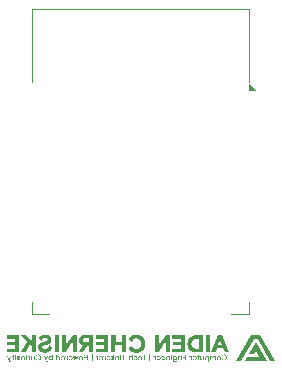
<source format=gbr>
%TF.GenerationSoftware,KiCad,Pcbnew,9.0.3*%
%TF.CreationDate,2025-11-04T08:52:20-05:00*%
%TF.ProjectId,JabChip,4a616243-6869-4702-9e6b-696361645f70,rev?*%
%TF.SameCoordinates,Original*%
%TF.FileFunction,Legend,Bot*%
%TF.FilePolarity,Positive*%
%FSLAX46Y46*%
G04 Gerber Fmt 4.6, Leading zero omitted, Abs format (unit mm)*
G04 Created by KiCad (PCBNEW 9.0.3) date 2025-11-04 08:52:20*
%MOMM*%
%LPD*%
G01*
G04 APERTURE LIST*
%ADD10C,0.000000*%
%ADD11C,0.120000*%
G04 APERTURE END LIST*
D10*
G36*
X138329879Y-82598663D02*
G01*
X138370201Y-82601151D01*
X138409625Y-82605297D01*
X138448151Y-82611099D01*
X138485780Y-82618557D01*
X138522514Y-82627670D01*
X138558353Y-82638436D01*
X138593298Y-82650856D01*
X138627350Y-82664928D01*
X138660510Y-82680650D01*
X138692779Y-82698023D01*
X138724157Y-82717045D01*
X138754647Y-82737715D01*
X138784248Y-82760033D01*
X138812962Y-82783997D01*
X138840789Y-82809606D01*
X138867262Y-82836592D01*
X138892030Y-82864569D01*
X138915093Y-82893538D01*
X138936451Y-82923499D01*
X138956103Y-82954454D01*
X138974048Y-82986403D01*
X138990287Y-83019347D01*
X139004818Y-83053287D01*
X139017641Y-83088225D01*
X139028756Y-83124160D01*
X139038163Y-83161095D01*
X139045860Y-83199030D01*
X139051847Y-83237965D01*
X139056124Y-83277902D01*
X139058691Y-83318842D01*
X139059547Y-83360786D01*
X139058713Y-83402960D01*
X139056212Y-83444114D01*
X139052044Y-83484248D01*
X139046207Y-83523361D01*
X139038701Y-83561452D01*
X139029526Y-83598522D01*
X139018682Y-83634570D01*
X139006167Y-83669594D01*
X138991982Y-83703596D01*
X138976125Y-83736574D01*
X138958598Y-83768528D01*
X138939398Y-83799457D01*
X138918525Y-83829361D01*
X138895980Y-83858240D01*
X138871762Y-83886092D01*
X138845869Y-83912918D01*
X138818667Y-83938409D01*
X138790519Y-83962255D01*
X138761426Y-83984456D01*
X138731386Y-84005013D01*
X138700399Y-84023926D01*
X138668464Y-84041193D01*
X138635582Y-84056817D01*
X138601751Y-84070795D01*
X138566972Y-84083129D01*
X138531244Y-84093819D01*
X138494565Y-84102864D01*
X138456937Y-84110265D01*
X138418358Y-84116021D01*
X138378827Y-84120132D01*
X138338346Y-84122599D01*
X138296912Y-84123421D01*
X138268095Y-84123049D01*
X138239865Y-84121933D01*
X138212223Y-84120072D01*
X138185167Y-84117468D01*
X138158697Y-84114119D01*
X138132812Y-84110026D01*
X138107513Y-84105190D01*
X138082798Y-84099608D01*
X138058667Y-84093283D01*
X138035120Y-84086214D01*
X138012156Y-84078400D01*
X137989775Y-84069843D01*
X137967977Y-84060541D01*
X137946760Y-84050495D01*
X137926124Y-84039705D01*
X137906069Y-84028171D01*
X137886420Y-84015833D01*
X137867003Y-84002633D01*
X137847818Y-83988570D01*
X137828867Y-83973645D01*
X137810150Y-83957859D01*
X137791669Y-83941213D01*
X137773423Y-83923705D01*
X137755415Y-83905338D01*
X137737645Y-83886111D01*
X137720114Y-83866026D01*
X137702823Y-83845082D01*
X137685774Y-83823279D01*
X137668965Y-83800619D01*
X137652400Y-83777102D01*
X137636079Y-83752728D01*
X137620002Y-83727498D01*
X137894639Y-83530648D01*
X137894640Y-83530331D01*
X137904407Y-83547614D01*
X137914301Y-83564338D01*
X137924322Y-83580505D01*
X137934471Y-83596113D01*
X137944749Y-83611163D01*
X137955155Y-83625655D01*
X137965691Y-83639589D01*
X137976356Y-83652965D01*
X137987152Y-83665783D01*
X137998078Y-83678043D01*
X138009136Y-83689744D01*
X138020325Y-83700888D01*
X138031646Y-83711473D01*
X138043100Y-83721501D01*
X138054687Y-83730970D01*
X138066407Y-83739881D01*
X138078358Y-83748245D01*
X138090637Y-83756073D01*
X138103243Y-83763364D01*
X138116176Y-83770118D01*
X138129436Y-83776334D01*
X138143025Y-83782012D01*
X138156940Y-83787152D01*
X138171183Y-83791753D01*
X138185753Y-83795814D01*
X138200651Y-83799335D01*
X138215876Y-83802315D01*
X138231428Y-83804755D01*
X138247308Y-83806654D01*
X138263516Y-83808010D01*
X138280050Y-83808824D01*
X138296913Y-83809096D01*
X138318961Y-83808605D01*
X138340578Y-83807131D01*
X138361762Y-83804676D01*
X138382513Y-83801238D01*
X138402831Y-83796818D01*
X138422715Y-83791415D01*
X138442164Y-83785030D01*
X138461179Y-83777663D01*
X138479758Y-83769314D01*
X138497902Y-83759983D01*
X138515609Y-83749669D01*
X138532880Y-83738373D01*
X138549713Y-83726095D01*
X138566109Y-83712834D01*
X138582066Y-83698591D01*
X138597585Y-83683366D01*
X138612408Y-83667374D01*
X138626279Y-83650831D01*
X138639195Y-83633735D01*
X138651158Y-83616086D01*
X138662166Y-83597882D01*
X138672220Y-83579123D01*
X138681319Y-83559808D01*
X138689461Y-83539935D01*
X138696648Y-83519505D01*
X138702877Y-83498515D01*
X138708150Y-83476966D01*
X138712465Y-83454855D01*
X138715822Y-83432183D01*
X138718220Y-83408948D01*
X138719660Y-83385149D01*
X138720140Y-83360786D01*
X138719660Y-83335965D01*
X138718221Y-83311747D01*
X138715822Y-83288132D01*
X138712465Y-83265119D01*
X138708150Y-83242710D01*
X138702878Y-83220902D01*
X138696648Y-83199698D01*
X138689462Y-83179097D01*
X138681319Y-83159098D01*
X138672221Y-83139702D01*
X138662167Y-83120909D01*
X138651158Y-83102718D01*
X138639196Y-83085130D01*
X138626279Y-83068145D01*
X138612409Y-83051763D01*
X138597585Y-83035984D01*
X138582077Y-83020989D01*
X138566152Y-83006962D01*
X138549809Y-82993902D01*
X138533048Y-82981810D01*
X138515869Y-82970685D01*
X138498270Y-82960528D01*
X138480252Y-82951338D01*
X138461814Y-82943115D01*
X138442956Y-82935859D01*
X138423676Y-82929571D01*
X138403976Y-82924251D01*
X138383853Y-82919898D01*
X138363308Y-82916512D01*
X138342341Y-82914093D01*
X138320950Y-82912642D01*
X138299135Y-82912159D01*
X138267945Y-82913208D01*
X138252710Y-82914519D01*
X138237715Y-82916355D01*
X138222960Y-82918715D01*
X138208446Y-82921600D01*
X138194172Y-82925008D01*
X138180138Y-82928941D01*
X138166345Y-82933399D01*
X138152792Y-82938380D01*
X138139480Y-82943885D01*
X138126408Y-82949914D01*
X138113577Y-82956468D01*
X138100987Y-82963545D01*
X138088637Y-82971145D01*
X138076529Y-82979270D01*
X138064661Y-82987918D01*
X138053035Y-82997090D01*
X138041649Y-83006786D01*
X138030504Y-83017005D01*
X138019601Y-83027747D01*
X138008939Y-83039013D01*
X137988338Y-83063115D01*
X137968703Y-83089309D01*
X137950034Y-83117597D01*
X137932331Y-83147976D01*
X137915595Y-83180446D01*
X137632703Y-82983279D01*
X137642775Y-82961814D01*
X137653583Y-82940878D01*
X137665129Y-82920471D01*
X137677411Y-82900595D01*
X137690429Y-82881248D01*
X137704185Y-82862432D01*
X137718677Y-82844147D01*
X137733906Y-82826394D01*
X137749871Y-82809173D01*
X137766574Y-82792484D01*
X137784013Y-82776328D01*
X137802188Y-82760706D01*
X137821100Y-82745618D01*
X137840749Y-82731064D01*
X137861135Y-82717045D01*
X137882257Y-82703561D01*
X137903938Y-82690758D01*
X137926116Y-82678781D01*
X137948793Y-82667630D01*
X137971966Y-82657305D01*
X137995636Y-82647806D01*
X138019803Y-82639133D01*
X138044465Y-82631286D01*
X138069622Y-82624265D01*
X138095275Y-82618070D01*
X138121421Y-82612701D01*
X138148062Y-82608158D01*
X138175196Y-82604441D01*
X138202823Y-82601551D01*
X138230942Y-82599486D01*
X138259554Y-82598247D01*
X138288657Y-82597834D01*
X138329879Y-82598663D01*
G37*
G36*
X146150591Y-84095798D02*
G01*
X146150909Y-84096116D01*
X145781974Y-84096116D01*
X145649893Y-83741786D01*
X145138718Y-83741786D01*
X145006638Y-84095798D01*
X144637703Y-84095798D01*
X144899868Y-83452226D01*
X145245717Y-83452226D01*
X145543213Y-83452226D01*
X145455266Y-83213466D01*
X145455267Y-83213466D01*
X145434311Y-83158856D01*
X145432659Y-83155105D01*
X145431032Y-83151231D01*
X145429428Y-83147231D01*
X145427843Y-83143100D01*
X145426272Y-83138835D01*
X145424712Y-83134433D01*
X145423160Y-83129890D01*
X145421612Y-83125201D01*
X145407006Y-83080116D01*
X145403013Y-83067733D01*
X145399585Y-83056780D01*
X145396693Y-83047255D01*
X145394307Y-83039158D01*
X145389111Y-83057493D01*
X145383998Y-83074867D01*
X145378959Y-83091274D01*
X145373986Y-83106707D01*
X145369074Y-83121157D01*
X145364213Y-83134617D01*
X145359398Y-83147080D01*
X145354619Y-83158538D01*
X145333664Y-83213148D01*
X145245717Y-83452226D01*
X144899868Y-83452226D01*
X145235239Y-82628948D01*
X145553691Y-82628948D01*
X145888705Y-83452226D01*
X146150591Y-84095798D01*
G37*
G36*
X130650242Y-84673331D02*
G01*
X130748033Y-84423141D01*
X130829631Y-84423141D01*
X130688660Y-84771756D01*
X130704853Y-84814301D01*
X130706044Y-84816987D01*
X130707234Y-84819567D01*
X130708421Y-84822041D01*
X130709606Y-84824406D01*
X130710787Y-84826662D01*
X130711964Y-84828806D01*
X130713135Y-84830838D01*
X130714299Y-84832755D01*
X130715456Y-84834558D01*
X130716605Y-84836244D01*
X130717744Y-84837811D01*
X130718873Y-84839259D01*
X130719991Y-84840586D01*
X130721097Y-84841791D01*
X130722190Y-84842872D01*
X130723268Y-84843828D01*
X130724418Y-84844695D01*
X130725606Y-84845509D01*
X130726834Y-84846271D01*
X130728101Y-84846978D01*
X130729409Y-84847632D01*
X130730758Y-84848232D01*
X130732151Y-84848776D01*
X130733587Y-84849265D01*
X130735068Y-84849699D01*
X130736595Y-84850076D01*
X130738168Y-84850396D01*
X130739788Y-84850660D01*
X130741457Y-84850865D01*
X130743175Y-84851012D01*
X130744943Y-84851101D01*
X130746763Y-84851131D01*
X130748616Y-84851105D01*
X130750484Y-84851026D01*
X130752367Y-84850894D01*
X130754264Y-84850709D01*
X130756177Y-84850470D01*
X130758104Y-84850177D01*
X130760047Y-84849828D01*
X130762004Y-84849424D01*
X130763976Y-84848965D01*
X130765963Y-84848449D01*
X130767964Y-84847876D01*
X130769981Y-84847246D01*
X130772013Y-84846559D01*
X130774059Y-84845813D01*
X130776120Y-84845009D01*
X130778196Y-84844146D01*
X130789307Y-84909233D01*
X130788992Y-84909233D01*
X130786343Y-84910156D01*
X130783633Y-84911019D01*
X130780862Y-84911823D01*
X130778028Y-84912567D01*
X130772170Y-84913877D01*
X130766052Y-84914948D01*
X130759665Y-84915782D01*
X130753004Y-84916377D01*
X130746060Y-84916734D01*
X130738825Y-84916853D01*
X130730688Y-84916552D01*
X130726723Y-84916175D01*
X130722826Y-84915647D01*
X130718999Y-84914969D01*
X130715240Y-84914139D01*
X130711550Y-84913158D01*
X130707929Y-84912026D01*
X130704376Y-84910743D01*
X130700893Y-84909309D01*
X130697478Y-84907724D01*
X130694133Y-84905987D01*
X130690856Y-84904099D01*
X130687647Y-84902059D01*
X130684508Y-84899868D01*
X130681438Y-84897526D01*
X130678436Y-84895031D01*
X130675503Y-84892385D01*
X130672639Y-84889588D01*
X130669844Y-84886638D01*
X130664460Y-84880284D01*
X130659352Y-84873321D01*
X130654519Y-84865750D01*
X130649961Y-84857571D01*
X130645678Y-84848782D01*
X130641671Y-84839383D01*
X130474031Y-84423141D01*
X130553087Y-84423141D01*
X130650242Y-84673331D01*
G37*
G36*
X128548869Y-82625932D02*
G01*
X128549030Y-82626091D01*
X128972258Y-82626091D01*
X129366274Y-83034713D01*
X129393578Y-83063923D01*
X129398272Y-83069043D01*
X129404215Y-83075830D01*
X129411349Y-83084283D01*
X129415344Y-83089135D01*
X129419614Y-83094403D01*
X129428261Y-83104812D01*
X129432300Y-83109595D01*
X129436164Y-83114088D01*
X129439864Y-83118284D01*
X129443411Y-83122175D01*
X129446818Y-83125753D01*
X129450094Y-83129011D01*
X129450094Y-82626091D01*
X129789185Y-82626091D01*
X129789185Y-84092623D01*
X129449777Y-84092623D01*
X129449777Y-83558271D01*
X129319919Y-83422063D01*
X128917328Y-84092623D01*
X128531884Y-84092623D01*
X129083063Y-83179176D01*
X128548710Y-82625773D01*
X128548869Y-82625932D01*
G37*
G36*
X144029374Y-84646026D02*
G01*
X144029374Y-84646343D01*
X144029236Y-84654320D01*
X144028822Y-84662060D01*
X144028131Y-84669560D01*
X144027161Y-84676823D01*
X144025913Y-84683848D01*
X144024385Y-84690635D01*
X144022575Y-84697183D01*
X144020484Y-84703493D01*
X144018110Y-84709565D01*
X144015452Y-84715400D01*
X144012510Y-84720995D01*
X144009282Y-84726353D01*
X144005768Y-84731473D01*
X144001966Y-84736355D01*
X143997876Y-84740998D01*
X143993496Y-84745403D01*
X143988901Y-84749556D01*
X143984165Y-84753440D01*
X143979287Y-84757057D01*
X143974268Y-84760405D01*
X143969107Y-84763486D01*
X143963805Y-84766299D01*
X143958362Y-84768844D01*
X143952777Y-84771121D01*
X143947051Y-84773130D01*
X143941183Y-84774871D01*
X143935174Y-84776345D01*
X143929024Y-84777550D01*
X143922732Y-84778488D01*
X143916299Y-84779158D01*
X143909725Y-84779559D01*
X143903009Y-84779693D01*
X143893473Y-84779437D01*
X143888830Y-84779116D01*
X143884271Y-84778667D01*
X143879796Y-84778089D01*
X143875405Y-84777383D01*
X143871097Y-84776548D01*
X143866873Y-84775586D01*
X143862733Y-84774495D01*
X143858677Y-84773275D01*
X143854704Y-84771927D01*
X143850815Y-84770451D01*
X143847009Y-84768847D01*
X143843288Y-84767114D01*
X143839650Y-84765252D01*
X143836096Y-84763263D01*
X143832625Y-84761145D01*
X143829238Y-84758898D01*
X143825935Y-84756524D01*
X143822716Y-84754021D01*
X143819580Y-84751389D01*
X143816528Y-84748629D01*
X143813560Y-84745741D01*
X143810676Y-84742724D01*
X143807875Y-84739580D01*
X143805158Y-84736306D01*
X143802525Y-84732905D01*
X143799975Y-84729375D01*
X143797509Y-84725716D01*
X143795127Y-84721929D01*
X143792829Y-84718014D01*
X143790614Y-84713971D01*
X143790614Y-84769851D01*
X143719494Y-84769851D01*
X143719494Y-84423459D01*
X143790614Y-84423459D01*
X143790614Y-84610784D01*
X143790718Y-84616317D01*
X143791030Y-84621724D01*
X143791549Y-84627006D01*
X143792276Y-84632165D01*
X143793209Y-84637201D01*
X143794348Y-84642116D01*
X143795692Y-84646909D01*
X143797242Y-84651582D01*
X143798996Y-84656137D01*
X143800954Y-84660573D01*
X143803116Y-84664892D01*
X143805482Y-84669095D01*
X143808050Y-84673182D01*
X143810820Y-84677155D01*
X143813793Y-84681014D01*
X143816967Y-84684761D01*
X143820299Y-84688281D01*
X143823747Y-84691577D01*
X143827304Y-84694649D01*
X143830966Y-84697496D01*
X143834729Y-84700118D01*
X143838588Y-84702515D01*
X143842537Y-84704685D01*
X143846573Y-84706629D01*
X143850691Y-84708346D01*
X143854887Y-84709836D01*
X143859155Y-84711097D01*
X143863490Y-84712131D01*
X143867889Y-84712935D01*
X143872347Y-84713510D01*
X143876858Y-84713856D01*
X143881419Y-84713971D01*
X143885939Y-84713889D01*
X143890333Y-84713644D01*
X143894599Y-84713234D01*
X143898737Y-84712661D01*
X143902747Y-84711925D01*
X143906628Y-84711024D01*
X143910380Y-84709960D01*
X143914002Y-84708732D01*
X143917494Y-84707341D01*
X143920855Y-84705786D01*
X143924085Y-84704067D01*
X143927183Y-84702184D01*
X143930150Y-84700138D01*
X143932983Y-84697927D01*
X143935684Y-84695554D01*
X143938251Y-84693016D01*
X143940673Y-84690319D01*
X143942939Y-84687465D01*
X143945049Y-84684457D01*
X143947002Y-84681293D01*
X143948799Y-84677975D01*
X143950440Y-84674504D01*
X143951925Y-84670878D01*
X143953253Y-84667100D01*
X143954425Y-84663169D01*
X143955441Y-84659086D01*
X143956300Y-84654852D01*
X143957004Y-84650466D01*
X143957551Y-84645930D01*
X143957941Y-84641243D01*
X143958176Y-84636407D01*
X143958254Y-84631421D01*
X143958254Y-84423141D01*
X144029374Y-84423141D01*
X144029374Y-84646026D01*
G37*
G36*
X137423787Y-84349163D02*
G01*
X137272974Y-84349163D01*
X137272974Y-84769533D01*
X137197409Y-84769533D01*
X137197409Y-84349163D01*
X137046597Y-84349163D01*
X137046597Y-84280583D01*
X137423787Y-84280583D01*
X137423787Y-84349163D01*
G37*
G36*
X134592639Y-84846368D02*
G01*
X134522789Y-84846368D01*
X134522789Y-84252643D01*
X134592639Y-84252643D01*
X134592639Y-84846368D01*
G37*
G36*
X134636137Y-84093894D02*
G01*
X134296729Y-84093894D01*
X134296729Y-83515408D01*
X134114484Y-83515408D01*
X133787460Y-84093576D01*
X133786824Y-84093576D01*
X133422335Y-84093576D01*
X133766188Y-83485881D01*
X133747071Y-83477357D01*
X133728533Y-83468572D01*
X133710574Y-83459527D01*
X133693192Y-83450222D01*
X133676388Y-83440656D01*
X133660159Y-83430829D01*
X133644504Y-83420743D01*
X133629424Y-83410395D01*
X133614917Y-83399788D01*
X133600982Y-83388919D01*
X133587618Y-83377791D01*
X133574824Y-83366402D01*
X133562599Y-83354752D01*
X133550943Y-83342842D01*
X133539854Y-83330672D01*
X133529332Y-83318241D01*
X133519468Y-83305449D01*
X133510238Y-83292197D01*
X133501640Y-83278484D01*
X133493677Y-83264311D01*
X133486348Y-83249678D01*
X133479654Y-83234587D01*
X133473596Y-83219036D01*
X133468173Y-83203028D01*
X133463387Y-83186562D01*
X133459237Y-83169639D01*
X133455724Y-83152259D01*
X133452849Y-83134423D01*
X133450613Y-83116132D01*
X133449014Y-83097384D01*
X133448055Y-83078182D01*
X133447942Y-83071226D01*
X133776981Y-83071226D01*
X133777162Y-83081540D01*
X133777706Y-83091526D01*
X133778614Y-83101185D01*
X133779884Y-83110517D01*
X133781518Y-83119521D01*
X133783515Y-83128197D01*
X133785875Y-83136547D01*
X133788599Y-83144568D01*
X133791687Y-83152263D01*
X133795139Y-83159630D01*
X133798954Y-83166669D01*
X133803134Y-83173382D01*
X133807677Y-83179766D01*
X133812585Y-83185824D01*
X133817858Y-83191554D01*
X133823495Y-83196956D01*
X133829496Y-83202031D01*
X133835863Y-83206779D01*
X133842594Y-83211199D01*
X133849690Y-83215292D01*
X133857151Y-83219057D01*
X133864978Y-83222495D01*
X133873170Y-83225605D01*
X133881727Y-83228388D01*
X133890650Y-83230844D01*
X133899938Y-83232972D01*
X133909592Y-83234773D01*
X133919612Y-83236247D01*
X133940751Y-83238211D01*
X133963354Y-83238866D01*
X134296729Y-83238866D01*
X134296729Y-82903586D01*
X133963671Y-82903586D01*
X133952185Y-82903750D01*
X133941064Y-82904241D01*
X133930308Y-82905059D01*
X133919916Y-82906205D01*
X133909888Y-82907679D01*
X133900226Y-82909480D01*
X133890928Y-82911608D01*
X133881994Y-82914063D01*
X133873425Y-82916847D01*
X133865221Y-82919957D01*
X133857382Y-82923395D01*
X133849907Y-82927160D01*
X133842796Y-82931253D01*
X133836051Y-82935673D01*
X133829670Y-82940421D01*
X133823653Y-82945496D01*
X133818001Y-82950898D01*
X133812714Y-82956628D01*
X133807792Y-82962686D01*
X133803234Y-82969070D01*
X133799041Y-82975783D01*
X133795212Y-82982822D01*
X133791748Y-82990189D01*
X133788649Y-82997883D01*
X133785914Y-83005905D01*
X133783544Y-83014255D01*
X133781538Y-83022931D01*
X133779898Y-83031935D01*
X133778621Y-83041267D01*
X133777710Y-83050926D01*
X133777163Y-83060912D01*
X133776981Y-83071226D01*
X133447942Y-83071226D01*
X133447735Y-83058526D01*
X133448293Y-83032998D01*
X133449967Y-83008208D01*
X133452756Y-82984157D01*
X133456660Y-82960845D01*
X133461678Y-82938274D01*
X133467810Y-82916444D01*
X133475055Y-82895356D01*
X133483414Y-82875011D01*
X133492884Y-82855410D01*
X133503467Y-82836555D01*
X133515162Y-82818446D01*
X133527967Y-82801083D01*
X133541884Y-82784468D01*
X133556910Y-82768603D01*
X133573046Y-82753486D01*
X133590292Y-82739121D01*
X133608624Y-82725514D01*
X133627900Y-82712792D01*
X133648122Y-82700954D01*
X133669289Y-82689998D01*
X133691401Y-82679924D01*
X133714458Y-82670731D01*
X133738461Y-82662418D01*
X133763408Y-82654984D01*
X133789300Y-82648427D01*
X133816138Y-82642749D01*
X133843920Y-82637946D01*
X133872648Y-82634019D01*
X133902320Y-82630966D01*
X133932938Y-82628786D01*
X133964501Y-82627479D01*
X133997009Y-82627044D01*
X134636137Y-82627044D01*
X134636137Y-83238866D01*
X134636137Y-84093894D01*
G37*
G36*
X142416474Y-84095163D02*
G01*
X142416156Y-84095163D01*
X141339196Y-84095163D01*
X141339196Y-83797666D01*
X142076749Y-83797666D01*
X142076749Y-83481118D01*
X141404284Y-83481118D01*
X141404284Y-83191876D01*
X142077066Y-83191876D01*
X142077066Y-82925811D01*
X141345864Y-82925811D01*
X141345864Y-82628313D01*
X142416474Y-82628313D01*
X142416474Y-84095163D01*
G37*
G36*
X131207773Y-84769533D02*
G01*
X131207771Y-84769216D01*
X131136651Y-84769216D01*
X131136651Y-84718098D01*
X131134683Y-84721395D01*
X131132588Y-84724617D01*
X131130369Y-84727765D01*
X131128024Y-84730838D01*
X131125554Y-84733837D01*
X131122960Y-84736761D01*
X131120243Y-84739611D01*
X131117402Y-84742387D01*
X131114439Y-84745088D01*
X131111353Y-84747715D01*
X131108145Y-84750267D01*
X131104816Y-84752745D01*
X131101366Y-84755149D01*
X131097795Y-84757478D01*
X131094104Y-84759733D01*
X131090294Y-84761913D01*
X131086391Y-84763989D01*
X131082421Y-84765932D01*
X131078383Y-84767740D01*
X131074276Y-84769414D01*
X131070101Y-84770955D01*
X131065856Y-84772361D01*
X131061541Y-84773633D01*
X131057157Y-84774772D01*
X131052701Y-84775777D01*
X131048174Y-84776647D01*
X131043576Y-84777384D01*
X131038905Y-84777987D01*
X131034162Y-84778456D01*
X131029346Y-84778790D01*
X131024456Y-84778991D01*
X131019493Y-84779058D01*
X131010772Y-84778861D01*
X131002229Y-84778269D01*
X130993865Y-84777284D01*
X130985680Y-84775903D01*
X130977673Y-84774128D01*
X130969844Y-84771959D01*
X130962195Y-84769396D01*
X130954724Y-84766438D01*
X130947431Y-84763085D01*
X130940317Y-84759339D01*
X130933382Y-84755197D01*
X130926625Y-84750662D01*
X130920047Y-84745732D01*
X130913647Y-84740408D01*
X130907426Y-84734689D01*
X130901384Y-84728576D01*
X130895617Y-84722143D01*
X130890222Y-84715464D01*
X130885199Y-84708540D01*
X130880548Y-84701370D01*
X130876269Y-84693955D01*
X130872362Y-84686294D01*
X130868828Y-84678387D01*
X130865665Y-84670235D01*
X130862874Y-84661838D01*
X130860456Y-84653195D01*
X130858409Y-84644306D01*
X130856735Y-84635171D01*
X130855433Y-84625792D01*
X130854503Y-84616166D01*
X130853945Y-84606295D01*
X130853765Y-84596496D01*
X130926151Y-84596496D01*
X130926274Y-84602855D01*
X130926642Y-84609071D01*
X130927254Y-84615146D01*
X130928111Y-84621077D01*
X130929211Y-84626866D01*
X130930555Y-84632510D01*
X130932141Y-84638011D01*
X130933970Y-84643367D01*
X130936041Y-84648578D01*
X130938353Y-84653643D01*
X130940905Y-84658562D01*
X130943699Y-84663335D01*
X130946732Y-84667960D01*
X130950004Y-84672438D01*
X130953516Y-84676769D01*
X130957266Y-84680951D01*
X130961195Y-84684928D01*
X130965242Y-84688646D01*
X130969406Y-84692104D01*
X130973686Y-84695303D01*
X130978082Y-84698243D01*
X130982592Y-84700925D01*
X130987216Y-84703350D01*
X130991952Y-84705517D01*
X130996800Y-84707428D01*
X131001759Y-84709082D01*
X131006827Y-84710481D01*
X131012004Y-84711624D01*
X131017289Y-84712513D01*
X131022681Y-84713147D01*
X131028179Y-84713527D01*
X131033782Y-84713653D01*
X131039385Y-84713527D01*
X131044883Y-84713147D01*
X131050275Y-84712513D01*
X131055560Y-84711624D01*
X131060737Y-84710481D01*
X131065805Y-84709082D01*
X131070764Y-84707428D01*
X131075612Y-84705517D01*
X131080348Y-84703350D01*
X131084972Y-84700925D01*
X131089482Y-84698243D01*
X131093878Y-84695303D01*
X131098158Y-84692104D01*
X131102322Y-84688646D01*
X131106369Y-84684928D01*
X131110298Y-84680951D01*
X131114049Y-84676769D01*
X131117561Y-84672438D01*
X131120834Y-84667960D01*
X131123867Y-84663335D01*
X131126660Y-84658562D01*
X131129213Y-84653643D01*
X131131525Y-84648578D01*
X131133595Y-84643367D01*
X131135424Y-84638011D01*
X131137010Y-84632510D01*
X131138354Y-84626866D01*
X131139454Y-84621077D01*
X131140311Y-84615146D01*
X131140923Y-84609071D01*
X131141291Y-84602855D01*
X131141414Y-84596496D01*
X131141291Y-84590137D01*
X131140923Y-84583921D01*
X131140311Y-84577846D01*
X131139454Y-84571915D01*
X131138354Y-84566126D01*
X131137010Y-84560481D01*
X131135424Y-84554981D01*
X131133595Y-84549625D01*
X131131525Y-84544414D01*
X131129213Y-84539349D01*
X131126660Y-84534430D01*
X131123867Y-84529657D01*
X131120834Y-84525031D01*
X131117561Y-84520553D01*
X131114049Y-84516223D01*
X131110298Y-84512041D01*
X131106370Y-84508063D01*
X131102323Y-84504346D01*
X131098159Y-84500888D01*
X131093878Y-84497689D01*
X131089483Y-84494749D01*
X131084972Y-84492066D01*
X131080349Y-84489642D01*
X131075612Y-84487474D01*
X131070764Y-84485564D01*
X131065806Y-84483909D01*
X131060737Y-84482511D01*
X131055560Y-84481367D01*
X131050275Y-84480479D01*
X131044883Y-84479845D01*
X131039385Y-84479465D01*
X131033782Y-84479338D01*
X131028179Y-84479465D01*
X131022681Y-84479845D01*
X131017289Y-84480479D01*
X131012004Y-84481367D01*
X131006827Y-84482511D01*
X131001759Y-84483909D01*
X130996800Y-84485564D01*
X130991952Y-84487474D01*
X130987216Y-84489642D01*
X130982592Y-84492066D01*
X130978082Y-84494749D01*
X130973686Y-84497689D01*
X130969406Y-84500888D01*
X130965242Y-84504346D01*
X130961195Y-84508063D01*
X130957266Y-84512041D01*
X130953516Y-84516223D01*
X130950004Y-84520553D01*
X130946732Y-84525031D01*
X130943699Y-84529657D01*
X130940905Y-84534430D01*
X130938353Y-84539349D01*
X130936041Y-84544414D01*
X130933970Y-84549625D01*
X130932141Y-84554981D01*
X130930555Y-84560481D01*
X130929211Y-84566126D01*
X130928111Y-84571915D01*
X130927254Y-84577846D01*
X130926642Y-84583921D01*
X130926274Y-84590137D01*
X130926151Y-84596496D01*
X130853765Y-84596496D01*
X130853759Y-84596178D01*
X130853937Y-84586062D01*
X130854474Y-84576191D01*
X130855368Y-84566565D01*
X130856621Y-84557185D01*
X130858233Y-84548051D01*
X130860205Y-84539162D01*
X130862537Y-84530519D01*
X130865229Y-84522122D01*
X130868282Y-84513969D01*
X130871696Y-84506063D01*
X130875473Y-84498402D01*
X130879611Y-84490987D01*
X130884112Y-84483817D01*
X130888977Y-84476893D01*
X130894205Y-84470214D01*
X130899797Y-84463781D01*
X130905661Y-84457668D01*
X130911705Y-84451949D01*
X130917929Y-84446625D01*
X130924334Y-84441695D01*
X130930922Y-84437159D01*
X130937693Y-84433018D01*
X130944648Y-84429271D01*
X130951789Y-84425919D01*
X130959115Y-84422961D01*
X130966628Y-84420397D01*
X130974329Y-84418228D01*
X130982219Y-84416454D01*
X130990298Y-84415073D01*
X130998568Y-84414087D01*
X131007030Y-84413496D01*
X131015684Y-84413298D01*
X131020369Y-84413365D01*
X131025015Y-84413566D01*
X131029622Y-84413899D01*
X131034189Y-84414365D01*
X131038716Y-84414963D01*
X131043200Y-84415693D01*
X131047641Y-84416553D01*
X131052039Y-84417545D01*
X131056392Y-84418667D01*
X131060700Y-84419918D01*
X131064961Y-84421299D01*
X131069175Y-84422808D01*
X131073340Y-84424446D01*
X131077455Y-84426212D01*
X131081521Y-84428106D01*
X131085535Y-84430126D01*
X131089528Y-84432258D01*
X131093409Y-84434486D01*
X131097181Y-84436810D01*
X131100844Y-84439229D01*
X131104400Y-84441743D01*
X131107848Y-84444352D01*
X131111190Y-84447055D01*
X131114427Y-84449851D01*
X131117560Y-84452740D01*
X131120590Y-84455721D01*
X131123517Y-84458795D01*
X131126343Y-84461960D01*
X131129069Y-84465217D01*
X131131695Y-84468564D01*
X131134223Y-84472001D01*
X131136653Y-84475528D01*
X131136653Y-84280583D01*
X131207773Y-84280583D01*
X131207773Y-84596496D01*
X131207773Y-84769533D01*
G37*
G36*
X144453871Y-84912091D02*
G01*
X144453871Y-84911773D01*
X144454189Y-84911773D01*
X144453871Y-84912091D01*
G37*
G36*
X128340710Y-84413720D02*
G01*
X128346911Y-84414032D01*
X128353001Y-84414551D01*
X128358977Y-84415278D01*
X128364840Y-84416211D01*
X128370588Y-84417349D01*
X128376223Y-84418694D01*
X128381742Y-84420244D01*
X128387147Y-84421998D01*
X128392435Y-84423956D01*
X128397607Y-84426118D01*
X128402663Y-84428484D01*
X128407601Y-84431052D01*
X128412422Y-84433822D01*
X128417124Y-84436795D01*
X128421708Y-84439968D01*
X128426091Y-84443313D01*
X128430191Y-84446800D01*
X128434008Y-84450429D01*
X128437543Y-84454201D01*
X128440795Y-84458116D01*
X128443764Y-84462175D01*
X128446451Y-84466378D01*
X128448854Y-84470726D01*
X128450975Y-84475219D01*
X128452814Y-84479857D01*
X128454369Y-84484642D01*
X128455642Y-84489573D01*
X128456631Y-84494651D01*
X128457338Y-84499876D01*
X128457763Y-84505249D01*
X128457904Y-84510771D01*
X128457443Y-84520779D01*
X128456866Y-84525611D01*
X128456059Y-84530327D01*
X128455020Y-84534927D01*
X128453752Y-84539413D01*
X128452252Y-84543783D01*
X128450522Y-84548037D01*
X128448561Y-84552177D01*
X128446370Y-84556200D01*
X128443947Y-84560109D01*
X128441294Y-84563902D01*
X128438411Y-84567580D01*
X128435297Y-84571143D01*
X128431952Y-84574590D01*
X128428376Y-84577922D01*
X128420533Y-84584240D01*
X128411767Y-84590096D01*
X128402078Y-84595491D01*
X128391466Y-84600425D01*
X128379932Y-84604897D01*
X128367475Y-84608908D01*
X128354096Y-84612458D01*
X128339794Y-84615546D01*
X128329227Y-84617852D01*
X128319435Y-84620244D01*
X128314829Y-84621471D01*
X128310416Y-84622717D01*
X128306197Y-84623984D01*
X128302171Y-84625269D01*
X128298339Y-84626573D01*
X128294700Y-84627895D01*
X128291255Y-84629235D01*
X128288003Y-84630592D01*
X128284944Y-84631966D01*
X128282079Y-84633356D01*
X128279408Y-84634762D01*
X128276930Y-84636183D01*
X128274679Y-84637646D01*
X128272570Y-84639178D01*
X128270603Y-84640781D01*
X128268779Y-84642459D01*
X128267098Y-84644213D01*
X128265561Y-84646045D01*
X128264168Y-84647958D01*
X128262919Y-84649955D01*
X128261816Y-84652037D01*
X128260859Y-84654207D01*
X128260047Y-84656467D01*
X128259382Y-84658820D01*
X128258864Y-84661268D01*
X128258493Y-84663813D01*
X128258271Y-84666457D01*
X128258196Y-84669203D01*
X128258267Y-84671964D01*
X128258480Y-84674652D01*
X128258837Y-84677266D01*
X128259338Y-84679810D01*
X128259983Y-84682282D01*
X128260775Y-84684685D01*
X128261714Y-84687019D01*
X128262801Y-84689285D01*
X128264036Y-84691484D01*
X128265421Y-84693617D01*
X128266957Y-84695685D01*
X128268645Y-84697689D01*
X128270485Y-84699629D01*
X128272479Y-84701508D01*
X128274627Y-84703324D01*
X128276930Y-84705081D01*
X128279289Y-84706751D01*
X128281722Y-84708311D01*
X128284229Y-84709760D01*
X128286811Y-84711098D01*
X128289468Y-84712327D01*
X128292199Y-84713447D01*
X128295004Y-84714457D01*
X128297884Y-84715360D01*
X128300838Y-84716154D01*
X128303867Y-84716841D01*
X128306970Y-84717421D01*
X128310147Y-84717895D01*
X128313399Y-84718262D01*
X128316726Y-84718524D01*
X128320126Y-84718681D01*
X128323602Y-84718733D01*
X128331791Y-84718428D01*
X128335776Y-84718047D01*
X128339689Y-84717513D01*
X128343529Y-84716826D01*
X128347295Y-84715987D01*
X128350988Y-84714996D01*
X128354608Y-84713852D01*
X128358154Y-84712555D01*
X128361627Y-84711106D01*
X128365026Y-84709504D01*
X128368351Y-84707750D01*
X128371602Y-84705843D01*
X128374779Y-84703783D01*
X128377882Y-84701571D01*
X128380911Y-84699207D01*
X128383865Y-84696690D01*
X128386745Y-84694020D01*
X128389550Y-84691198D01*
X128392280Y-84688223D01*
X128397516Y-84681816D01*
X128402451Y-84674799D01*
X128407085Y-84667172D01*
X128411417Y-84658934D01*
X128415446Y-84650086D01*
X128419170Y-84640628D01*
X128477273Y-84676823D01*
X128475100Y-84682356D01*
X128472749Y-84687763D01*
X128470220Y-84693044D01*
X128467514Y-84698200D01*
X128464631Y-84703231D01*
X128461572Y-84708139D01*
X128458338Y-84712922D01*
X128454928Y-84717582D01*
X128451343Y-84722120D01*
X128447584Y-84726535D01*
X128443651Y-84730828D01*
X128439544Y-84735000D01*
X128435265Y-84739051D01*
X128430813Y-84742982D01*
X128426189Y-84746792D01*
X128421393Y-84750483D01*
X128416437Y-84753999D01*
X128411332Y-84757285D01*
X128406078Y-84760342D01*
X128400675Y-84763168D01*
X128395124Y-84765766D01*
X128389424Y-84768136D01*
X128383575Y-84770278D01*
X128377577Y-84772192D01*
X128371430Y-84773880D01*
X128365135Y-84775341D01*
X128358690Y-84776576D01*
X128352097Y-84777585D01*
X128345355Y-84778369D01*
X128338465Y-84778929D01*
X128331425Y-84779264D01*
X128324237Y-84779376D01*
X128316598Y-84779249D01*
X128309160Y-84778870D01*
X128301923Y-84778239D01*
X128294887Y-84777357D01*
X128288052Y-84776223D01*
X128281418Y-84774838D01*
X128274985Y-84773204D01*
X128268753Y-84771319D01*
X128262721Y-84769185D01*
X128256891Y-84766803D01*
X128251262Y-84764172D01*
X128245834Y-84761293D01*
X128240606Y-84758167D01*
X128235580Y-84754794D01*
X128230754Y-84751174D01*
X128226129Y-84747308D01*
X128221802Y-84743253D01*
X128217751Y-84739064D01*
X128213976Y-84734744D01*
X128210477Y-84730292D01*
X128207256Y-84725710D01*
X128204313Y-84720999D01*
X128201647Y-84716160D01*
X128199260Y-84711193D01*
X128197153Y-84706099D01*
X128195325Y-84700880D01*
X128193776Y-84695536D01*
X128192509Y-84690069D01*
X128191522Y-84684479D01*
X128190816Y-84678767D01*
X128190393Y-84672934D01*
X128190251Y-84666981D01*
X128190363Y-84661638D01*
X128190697Y-84656444D01*
X128191254Y-84651399D01*
X128192032Y-84646502D01*
X128193032Y-84641754D01*
X128194253Y-84637156D01*
X128195694Y-84632706D01*
X128197355Y-84628405D01*
X128199235Y-84624252D01*
X128201335Y-84620249D01*
X128203653Y-84616394D01*
X128206190Y-84612688D01*
X128208944Y-84609131D01*
X128211916Y-84605723D01*
X128215104Y-84602464D01*
X128218508Y-84599353D01*
X128222147Y-84596306D01*
X128226039Y-84593356D01*
X128230182Y-84590502D01*
X128234577Y-84587745D01*
X128239224Y-84585085D01*
X128244121Y-84582521D01*
X128249268Y-84580054D01*
X128254665Y-84577684D01*
X128260311Y-84575411D01*
X128266206Y-84573234D01*
X128272349Y-84571154D01*
X128278740Y-84569171D01*
X128285379Y-84567285D01*
X128292264Y-84565495D01*
X128299396Y-84563802D01*
X128306774Y-84562206D01*
X128317476Y-84560003D01*
X128327442Y-84557682D01*
X128332150Y-84556476D01*
X128336678Y-84555241D01*
X128341025Y-84553976D01*
X128345192Y-84552681D01*
X128349181Y-84551356D01*
X128352992Y-84550002D01*
X128356626Y-84548618D01*
X128360085Y-84547204D01*
X128363368Y-84545760D01*
X128366478Y-84544287D01*
X128369415Y-84542784D01*
X128372180Y-84541251D01*
X128374773Y-84539614D01*
X128377196Y-84537915D01*
X128379448Y-84536155D01*
X128381531Y-84534330D01*
X128383444Y-84532441D01*
X128385189Y-84530485D01*
X128386765Y-84528461D01*
X128388173Y-84526368D01*
X128389414Y-84524204D01*
X128390488Y-84521968D01*
X128391395Y-84519659D01*
X128392136Y-84517275D01*
X128392712Y-84514814D01*
X128393123Y-84512276D01*
X128393369Y-84509659D01*
X128393445Y-84507151D01*
X128393382Y-84505105D01*
X128393181Y-84502991D01*
X128393029Y-84501955D01*
X128392844Y-84500934D01*
X128392625Y-84499927D01*
X128392373Y-84498934D01*
X128392086Y-84497955D01*
X128391765Y-84496990D01*
X128391410Y-84496038D01*
X128391021Y-84495100D01*
X128390598Y-84494176D01*
X128390141Y-84493265D01*
X128389649Y-84492367D01*
X128389123Y-84491483D01*
X128388563Y-84490611D01*
X128387968Y-84489752D01*
X128387339Y-84488906D01*
X128386675Y-84488073D01*
X128385243Y-84486444D01*
X128383672Y-84484865D01*
X128381961Y-84483333D01*
X128380111Y-84481850D01*
X128378120Y-84480412D01*
X128375988Y-84479021D01*
X128373808Y-84477696D01*
X128371554Y-84476460D01*
X128369228Y-84475313D01*
X128366830Y-84474253D01*
X128364362Y-84473281D01*
X128361823Y-84472396D01*
X128359216Y-84471597D01*
X128356541Y-84470885D01*
X128353799Y-84470258D01*
X128350991Y-84469716D01*
X128348118Y-84469259D01*
X128345180Y-84468886D01*
X128342180Y-84468596D01*
X128339117Y-84468390D01*
X128335993Y-84468267D01*
X128332808Y-84468226D01*
X128325277Y-84468468D01*
X128321624Y-84468770D01*
X128318044Y-84469194D01*
X128314538Y-84469738D01*
X128311107Y-84470404D01*
X128307750Y-84471192D01*
X128304466Y-84472100D01*
X128301257Y-84473130D01*
X128298122Y-84474282D01*
X128295060Y-84475554D01*
X128292072Y-84476949D01*
X128289158Y-84478465D01*
X128286318Y-84480103D01*
X128283551Y-84481862D01*
X128280857Y-84483744D01*
X128278237Y-84485747D01*
X128275691Y-84487872D01*
X128273218Y-84490119D01*
X128270818Y-84492488D01*
X128268492Y-84494979D01*
X128266238Y-84497592D01*
X128264058Y-84500328D01*
X128261951Y-84503185D01*
X128259917Y-84506165D01*
X128257956Y-84509268D01*
X128254253Y-84515840D01*
X128250841Y-84522903D01*
X128247719Y-84530456D01*
X128195331Y-84499658D01*
X128197764Y-84494326D01*
X128200303Y-84489166D01*
X128202948Y-84484176D01*
X128205699Y-84479358D01*
X128208559Y-84474711D01*
X128211527Y-84470235D01*
X128214605Y-84465930D01*
X128217794Y-84461796D01*
X128221094Y-84457834D01*
X128224507Y-84454042D01*
X128228033Y-84450422D01*
X128231674Y-84446973D01*
X128235430Y-84443695D01*
X128239303Y-84440588D01*
X128243293Y-84437653D01*
X128247400Y-84434888D01*
X128251646Y-84432295D01*
X128256048Y-84429872D01*
X128260607Y-84427620D01*
X128265325Y-84425537D01*
X128270200Y-84423623D01*
X128275233Y-84421879D01*
X128280426Y-84420302D01*
X128285778Y-84418894D01*
X128291291Y-84417653D01*
X128296964Y-84416579D01*
X128302797Y-84415672D01*
X128308792Y-84414930D01*
X128314949Y-84414354D01*
X128321268Y-84413944D01*
X128327750Y-84413698D01*
X128334396Y-84413616D01*
X128340710Y-84413720D01*
G37*
G36*
X135530705Y-84413566D02*
G01*
X135534810Y-84413901D01*
X135538843Y-84414370D01*
X135542802Y-84414973D01*
X135546690Y-84415709D01*
X135550504Y-84416580D01*
X135554246Y-84417585D01*
X135557916Y-84418723D01*
X135561513Y-84419996D01*
X135565037Y-84421402D01*
X135568489Y-84422942D01*
X135571869Y-84424617D01*
X135575175Y-84426425D01*
X135578409Y-84428367D01*
X135581571Y-84430443D01*
X135584660Y-84432653D01*
X135587677Y-84434998D01*
X135590621Y-84437475D01*
X135593492Y-84440087D01*
X135596291Y-84442833D01*
X135599017Y-84445713D01*
X135601671Y-84448727D01*
X135604252Y-84451875D01*
X135606761Y-84455156D01*
X135609197Y-84458572D01*
X135613852Y-84465805D01*
X135618216Y-84473574D01*
X135622290Y-84481878D01*
X135622290Y-84423141D01*
X135693410Y-84423141D01*
X135693410Y-84769533D01*
X135622290Y-84769533D01*
X135622290Y-84587288D01*
X135622193Y-84581577D01*
X135621904Y-84575992D01*
X135621422Y-84570532D01*
X135620747Y-84565197D01*
X135619881Y-84559987D01*
X135618824Y-84554901D01*
X135617577Y-84549939D01*
X135616139Y-84545101D01*
X135614511Y-84540384D01*
X135612694Y-84535791D01*
X135610688Y-84531319D01*
X135608494Y-84526968D01*
X135606112Y-84522739D01*
X135603542Y-84518630D01*
X135600786Y-84514640D01*
X135597843Y-84510771D01*
X135594699Y-84507080D01*
X135591457Y-84503627D01*
X135588119Y-84500412D01*
X135584682Y-84497436D01*
X135581146Y-84494697D01*
X135577511Y-84492197D01*
X135573777Y-84489935D01*
X135569943Y-84487911D01*
X135566008Y-84486125D01*
X135561973Y-84484577D01*
X135557836Y-84483267D01*
X135553597Y-84482196D01*
X135549256Y-84481362D01*
X135544812Y-84480767D01*
X135540264Y-84480410D01*
X135535613Y-84480291D01*
X135532161Y-84480351D01*
X135528713Y-84480534D01*
X135525272Y-84480843D01*
X135521842Y-84481283D01*
X135518427Y-84481857D01*
X135515031Y-84482568D01*
X135513341Y-84482976D01*
X135511657Y-84483421D01*
X135509979Y-84483901D01*
X135508309Y-84484418D01*
X135496562Y-84416791D01*
X135496561Y-84416791D01*
X135500296Y-84416003D01*
X135503883Y-84415308D01*
X135507321Y-84414709D01*
X135510610Y-84414211D01*
X135513750Y-84413817D01*
X135516742Y-84413532D01*
X135519584Y-84413357D01*
X135522278Y-84413298D01*
X135530705Y-84413566D01*
G37*
G36*
X143916979Y-84095481D02*
G01*
X143916661Y-84095163D01*
X143442951Y-84095163D01*
X143397666Y-84094430D01*
X143353490Y-84092231D01*
X143310421Y-84088567D01*
X143268460Y-84083436D01*
X143227606Y-84076839D01*
X143187858Y-84068776D01*
X143149216Y-84059247D01*
X143111680Y-84048253D01*
X143075248Y-84035792D01*
X143039921Y-84021865D01*
X143005699Y-84006473D01*
X142972580Y-83989614D01*
X142940564Y-83971290D01*
X142909651Y-83951500D01*
X142879840Y-83930243D01*
X142851131Y-83907521D01*
X142823854Y-83883452D01*
X142798341Y-83858037D01*
X142774590Y-83831279D01*
X142752602Y-83803178D01*
X142732375Y-83773735D01*
X142713910Y-83742952D01*
X142697205Y-83710831D01*
X142682261Y-83677373D01*
X142669077Y-83642579D01*
X142657652Y-83606451D01*
X142647986Y-83568990D01*
X142640078Y-83530197D01*
X142633929Y-83490074D01*
X142629537Y-83448622D01*
X142626902Y-83405843D01*
X142626024Y-83361738D01*
X142965749Y-83361738D01*
X142966210Y-83387084D01*
X142967595Y-83411686D01*
X142969903Y-83435544D01*
X142973135Y-83458660D01*
X142977292Y-83481034D01*
X142982374Y-83502666D01*
X142988382Y-83523556D01*
X142995316Y-83543706D01*
X143003176Y-83563115D01*
X143011962Y-83581784D01*
X143021677Y-83599714D01*
X143032319Y-83616904D01*
X143043890Y-83633356D01*
X143056389Y-83649070D01*
X143069817Y-83664047D01*
X143084176Y-83678286D01*
X143099353Y-83691725D01*
X143115237Y-83704301D01*
X143131829Y-83716012D01*
X143149130Y-83726859D01*
X143167139Y-83736840D01*
X143185857Y-83745956D01*
X143205285Y-83754206D01*
X143225424Y-83761590D01*
X143246273Y-83768107D01*
X143267833Y-83773756D01*
X143290105Y-83778538D01*
X143313088Y-83782451D01*
X143336785Y-83785495D01*
X143361194Y-83787670D01*
X143386317Y-83788976D01*
X143412153Y-83789411D01*
X143577571Y-83789411D01*
X143577571Y-83789093D01*
X143577571Y-82934066D01*
X143412153Y-82934066D01*
X143386317Y-82934501D01*
X143361194Y-82935807D01*
X143336785Y-82937982D01*
X143313088Y-82941026D01*
X143290104Y-82944939D01*
X143267833Y-82949721D01*
X143246273Y-82955370D01*
X143225424Y-82961887D01*
X143205285Y-82969271D01*
X143185857Y-82977521D01*
X143167139Y-82986637D01*
X143149129Y-82996618D01*
X143131829Y-83007465D01*
X143115237Y-83019176D01*
X143099353Y-83031752D01*
X143084176Y-83045191D01*
X143069870Y-83059486D01*
X143056480Y-83074511D01*
X143044008Y-83090266D01*
X143032453Y-83106751D01*
X143021818Y-83123968D01*
X143012102Y-83141916D01*
X143003308Y-83160597D01*
X142995435Y-83180009D01*
X142988485Y-83200155D01*
X142982458Y-83221034D01*
X142977356Y-83242648D01*
X142973180Y-83264995D01*
X142969930Y-83288078D01*
X142967608Y-83311895D01*
X142966214Y-83336449D01*
X142965749Y-83361738D01*
X142626024Y-83361738D01*
X142626906Y-83317637D01*
X142629550Y-83274867D01*
X142633958Y-83233430D01*
X142640128Y-83193325D01*
X142648059Y-83154551D01*
X142657752Y-83117110D01*
X142669206Y-83081000D01*
X142682420Y-83046223D01*
X142697394Y-83012777D01*
X142714127Y-82980664D01*
X142732619Y-82949883D01*
X142752870Y-82920433D01*
X142774879Y-82892316D01*
X142798645Y-82865531D01*
X142824169Y-82840077D01*
X142851449Y-82815956D01*
X142880161Y-82793290D01*
X142909982Y-82772082D01*
X142940911Y-82752334D01*
X142972947Y-82734046D01*
X143006090Y-82717218D01*
X143040339Y-82701851D01*
X143075695Y-82687946D01*
X143112156Y-82675502D01*
X143149722Y-82664520D01*
X143188392Y-82655001D01*
X143228167Y-82646946D01*
X143269045Y-82640354D01*
X143311027Y-82635226D01*
X143354111Y-82631562D01*
X143398298Y-82629364D01*
X143443586Y-82628631D01*
X143916979Y-82628631D01*
X143916979Y-83789093D01*
X143916979Y-84095481D01*
G37*
G36*
X140352684Y-84557776D02*
G01*
X140354090Y-84567032D01*
X140355095Y-84576517D01*
X140355698Y-84586233D01*
X140355899Y-84596178D01*
X140355698Y-84606124D01*
X140355096Y-84615839D01*
X140354093Y-84625325D01*
X140352689Y-84634581D01*
X140350885Y-84643608D01*
X140348682Y-84652407D01*
X140346080Y-84660979D01*
X140343080Y-84669322D01*
X140339681Y-84677439D01*
X140335884Y-84685329D01*
X140331691Y-84692994D01*
X140327100Y-84700432D01*
X140322114Y-84707646D01*
X140316731Y-84714635D01*
X140310954Y-84721400D01*
X140304781Y-84727941D01*
X140298329Y-84734169D01*
X140291713Y-84739996D01*
X140284931Y-84745421D01*
X140277982Y-84750444D01*
X140270866Y-84755065D01*
X140263582Y-84759284D01*
X140256128Y-84763101D01*
X140248504Y-84766517D01*
X140240709Y-84769531D01*
X140232742Y-84772143D01*
X140224602Y-84774353D01*
X140216287Y-84776161D01*
X140207798Y-84777567D01*
X140199134Y-84778572D01*
X140190292Y-84779175D01*
X140181273Y-84779376D01*
X140174085Y-84779279D01*
X140167046Y-84778988D01*
X140160156Y-84778503D01*
X140153417Y-84777823D01*
X140146829Y-84776948D01*
X140140392Y-84775876D01*
X140134106Y-84774609D01*
X140127973Y-84773145D01*
X140121992Y-84771483D01*
X140116164Y-84769624D01*
X140110490Y-84767567D01*
X140104970Y-84765311D01*
X140099604Y-84762857D01*
X140094392Y-84760202D01*
X140089337Y-84757348D01*
X140084437Y-84754293D01*
X140079667Y-84751038D01*
X140075001Y-84747581D01*
X140070439Y-84743924D01*
X140065982Y-84740065D01*
X140061628Y-84736006D01*
X140057379Y-84731746D01*
X140053234Y-84727285D01*
X140049194Y-84722623D01*
X140045257Y-84717760D01*
X140041425Y-84712696D01*
X140037696Y-84707431D01*
X140034072Y-84701965D01*
X140030553Y-84696299D01*
X140027137Y-84690431D01*
X140023825Y-84684363D01*
X140020618Y-84678093D01*
X140075863Y-84645391D01*
X140078088Y-84649673D01*
X140080358Y-84653829D01*
X140082672Y-84657859D01*
X140085031Y-84661762D01*
X140087435Y-84665538D01*
X140089883Y-84669188D01*
X140092376Y-84672712D01*
X140094913Y-84676109D01*
X140097496Y-84679379D01*
X140100123Y-84682523D01*
X140102794Y-84685541D01*
X140105510Y-84688432D01*
X140108271Y-84691196D01*
X140111076Y-84693834D01*
X140113926Y-84696346D01*
X140116821Y-84698731D01*
X140119801Y-84700978D01*
X140122907Y-84703077D01*
X140126139Y-84705028D01*
X140129496Y-84706832D01*
X140132977Y-84708489D01*
X140136583Y-84709999D01*
X140140313Y-84711363D01*
X140144165Y-84712582D01*
X140148141Y-84713655D01*
X140152239Y-84714584D01*
X140156458Y-84715369D01*
X140160799Y-84716010D01*
X140165261Y-84716507D01*
X140169844Y-84716862D01*
X140174546Y-84717075D01*
X140179369Y-84717146D01*
X140184961Y-84717030D01*
X140190427Y-84716684D01*
X140195768Y-84716108D01*
X140200984Y-84715300D01*
X140206075Y-84714262D01*
X140211041Y-84712993D01*
X140215884Y-84711494D01*
X140220604Y-84709764D01*
X140225201Y-84707803D01*
X140229676Y-84705612D01*
X140234029Y-84703189D01*
X140238260Y-84700537D01*
X140242371Y-84697653D01*
X140246361Y-84694539D01*
X140250231Y-84691194D01*
X140253981Y-84687618D01*
X140257561Y-84683808D01*
X140260917Y-84679878D01*
X140264052Y-84675827D01*
X140266964Y-84671654D01*
X140269655Y-84667358D01*
X140272125Y-84662939D01*
X140274375Y-84658395D01*
X140276405Y-84653725D01*
X140278215Y-84648929D01*
X140279806Y-84644006D01*
X140281179Y-84638954D01*
X140282333Y-84633772D01*
X140283270Y-84628461D01*
X140283989Y-84623018D01*
X140284492Y-84617444D01*
X140284779Y-84611736D01*
X140010142Y-84611736D01*
X140010142Y-84611418D01*
X140010142Y-84586336D01*
X140010320Y-84576919D01*
X140010857Y-84567717D01*
X140011753Y-84558732D01*
X140011983Y-84557126D01*
X140078086Y-84557126D01*
X140284779Y-84557126D01*
X140283458Y-84552471D01*
X140281995Y-84547915D01*
X140280390Y-84543456D01*
X140278642Y-84539098D01*
X140276751Y-84534840D01*
X140274716Y-84530683D01*
X140272537Y-84526628D01*
X140270213Y-84522677D01*
X140267745Y-84518830D01*
X140265130Y-84515088D01*
X140262370Y-84511452D01*
X140259463Y-84507923D01*
X140256409Y-84504502D01*
X140253208Y-84501190D01*
X140249859Y-84497988D01*
X140246361Y-84494896D01*
X140242752Y-84491953D01*
X140239068Y-84489196D01*
X140235309Y-84486627D01*
X140231474Y-84484245D01*
X140227562Y-84482050D01*
X140223574Y-84480045D01*
X140219509Y-84478228D01*
X140215366Y-84476600D01*
X140211145Y-84475162D01*
X140206845Y-84473914D01*
X140202466Y-84472857D01*
X140198008Y-84471991D01*
X140193469Y-84471317D01*
X140188850Y-84470835D01*
X140184151Y-84470545D01*
X140179369Y-84470448D01*
X140174695Y-84470541D01*
X140170082Y-84470819D01*
X140165530Y-84471281D01*
X140161038Y-84471927D01*
X140156607Y-84472754D01*
X140152239Y-84473763D01*
X140147933Y-84474953D01*
X140143689Y-84476322D01*
X140139509Y-84477870D01*
X140135393Y-84479595D01*
X140131341Y-84481497D01*
X140127353Y-84483575D01*
X140123430Y-84485828D01*
X140119573Y-84488254D01*
X140115783Y-84490854D01*
X140112058Y-84493626D01*
X140108412Y-84496554D01*
X140104973Y-84499623D01*
X140101740Y-84502832D01*
X140098713Y-84506182D01*
X140095891Y-84509671D01*
X140093272Y-84513299D01*
X140090856Y-84517066D01*
X140088642Y-84520970D01*
X140086629Y-84525013D01*
X140084816Y-84529193D01*
X140083202Y-84533509D01*
X140081786Y-84537962D01*
X140080568Y-84542550D01*
X140079545Y-84547274D01*
X140078718Y-84552133D01*
X140078086Y-84557126D01*
X140011983Y-84557126D01*
X140013009Y-84549962D01*
X140014626Y-84541408D01*
X140016604Y-84533070D01*
X140018945Y-84524948D01*
X140021650Y-84517041D01*
X140024720Y-84509351D01*
X140028155Y-84501876D01*
X140031957Y-84494617D01*
X140036126Y-84487573D01*
X140040664Y-84480746D01*
X140045570Y-84474134D01*
X140050847Y-84467738D01*
X140056496Y-84461558D01*
X140062434Y-84455676D01*
X140068583Y-84450173D01*
X140074944Y-84445049D01*
X140081519Y-84440306D01*
X140088310Y-84435941D01*
X140095318Y-84431956D01*
X140102546Y-84428351D01*
X140109995Y-84425125D01*
X140117668Y-84422279D01*
X140125565Y-84419812D01*
X140133689Y-84417725D01*
X140142043Y-84416017D01*
X140150627Y-84414688D01*
X140159443Y-84413740D01*
X140168494Y-84413170D01*
X140177781Y-84412981D01*
X140187094Y-84413182D01*
X140196221Y-84413784D01*
X140205162Y-84414789D01*
X140213916Y-84416195D01*
X140222485Y-84418004D01*
X140230868Y-84420214D01*
X140239065Y-84422826D01*
X140247075Y-84425839D01*
X140254900Y-84429255D01*
X140262539Y-84433072D01*
X140269991Y-84437292D01*
X140277258Y-84441913D01*
X140284338Y-84446936D01*
X140291233Y-84452361D01*
X140297941Y-84458187D01*
X140304463Y-84464416D01*
X140310692Y-84470957D01*
X140316518Y-84477722D01*
X140321943Y-84484710D01*
X140326966Y-84491924D01*
X140331587Y-84499363D01*
X140335806Y-84507027D01*
X140339624Y-84514917D01*
X140343040Y-84523034D01*
X140346053Y-84531378D01*
X140348665Y-84539949D01*
X140350876Y-84548748D01*
X140352554Y-84557126D01*
X140352684Y-84557776D01*
G37*
G36*
X140959008Y-84413687D02*
G01*
X140963584Y-84413899D01*
X140968114Y-84414252D01*
X140972599Y-84414747D01*
X140977037Y-84415383D01*
X140981427Y-84416161D01*
X140985771Y-84417080D01*
X140990066Y-84418140D01*
X140994313Y-84419342D01*
X140998511Y-84420685D01*
X141002660Y-84422170D01*
X141006759Y-84423796D01*
X141010808Y-84425563D01*
X141014806Y-84427472D01*
X141018754Y-84429522D01*
X141022649Y-84431713D01*
X141026470Y-84434028D01*
X141030195Y-84436446D01*
X141033824Y-84438969D01*
X141037358Y-84441596D01*
X141040797Y-84444327D01*
X141044142Y-84447162D01*
X141047393Y-84450101D01*
X141050550Y-84453145D01*
X141053614Y-84456292D01*
X141056585Y-84459544D01*
X141059465Y-84462900D01*
X141062253Y-84466361D01*
X141064949Y-84469925D01*
X141067555Y-84473594D01*
X141070071Y-84477367D01*
X141072497Y-84481244D01*
X141072497Y-84423141D01*
X141143617Y-84423141D01*
X141143617Y-84769533D01*
X141072497Y-84769533D01*
X141072497Y-84586654D01*
X141072396Y-84580823D01*
X141072094Y-84575121D01*
X141071590Y-84569546D01*
X141070884Y-84564101D01*
X141069975Y-84558786D01*
X141068863Y-84553603D01*
X141067547Y-84548551D01*
X141066027Y-84543632D01*
X141064303Y-84538848D01*
X141062373Y-84534198D01*
X141060238Y-84529684D01*
X141057896Y-84525307D01*
X141055349Y-84521067D01*
X141052594Y-84516966D01*
X141049632Y-84513005D01*
X141046462Y-84509183D01*
X141043073Y-84505548D01*
X141039577Y-84502145D01*
X141035977Y-84498972D01*
X141032279Y-84496032D01*
X141028485Y-84493324D01*
X141024601Y-84490850D01*
X141020630Y-84488609D01*
X141016577Y-84486601D01*
X141012446Y-84484828D01*
X141008241Y-84483290D01*
X141003966Y-84481988D01*
X140999626Y-84480921D01*
X140995224Y-84480090D01*
X140990765Y-84479497D01*
X140986253Y-84479140D01*
X140981692Y-84479021D01*
X140977171Y-84479099D01*
X140972777Y-84479334D01*
X140968511Y-84479726D01*
X140964373Y-84480276D01*
X140960363Y-84480984D01*
X140956482Y-84481851D01*
X140952730Y-84482876D01*
X140949108Y-84484061D01*
X140945616Y-84485406D01*
X140942255Y-84486912D01*
X140939025Y-84488578D01*
X140935927Y-84490406D01*
X140932960Y-84492396D01*
X140930127Y-84494548D01*
X140927426Y-84496863D01*
X140924859Y-84499341D01*
X140922436Y-84501957D01*
X140920170Y-84504685D01*
X140918061Y-84507527D01*
X140916107Y-84510483D01*
X140914310Y-84513555D01*
X140912669Y-84516743D01*
X140911185Y-84520048D01*
X140909857Y-84523471D01*
X140908685Y-84527013D01*
X140907669Y-84530675D01*
X140906809Y-84534459D01*
X140906106Y-84538364D01*
X140905559Y-84542391D01*
X140905169Y-84546543D01*
X140904934Y-84550819D01*
X140904856Y-84555221D01*
X140904856Y-84769533D01*
X140833736Y-84769533D01*
X140833736Y-84534266D01*
X140833419Y-84534266D01*
X140833553Y-84527331D01*
X140833955Y-84520576D01*
X140834623Y-84514002D01*
X140835558Y-84507611D01*
X140836758Y-84501404D01*
X140838225Y-84495383D01*
X140839956Y-84489548D01*
X140841952Y-84483902D01*
X140844213Y-84478446D01*
X140846737Y-84473181D01*
X140849524Y-84468109D01*
X140852574Y-84463230D01*
X140855886Y-84458547D01*
X140859460Y-84454061D01*
X140863296Y-84449772D01*
X140867392Y-84445683D01*
X140871697Y-84441818D01*
X140876157Y-84438198D01*
X140880771Y-84434825D01*
X140885539Y-84431699D01*
X140890459Y-84428820D01*
X140895532Y-84426189D01*
X140900754Y-84423806D01*
X140906127Y-84421672D01*
X140911648Y-84419788D01*
X140917318Y-84418153D01*
X140923134Y-84416769D01*
X140929096Y-84415635D01*
X140935204Y-84414752D01*
X140941455Y-84414121D01*
X140947850Y-84413742D01*
X140954387Y-84413616D01*
X140959008Y-84413687D01*
G37*
G36*
X129039566Y-84769533D02*
G01*
X128968446Y-84769533D01*
X128968446Y-84423141D01*
X129039566Y-84423141D01*
X129039566Y-84769533D01*
G37*
G36*
X130615250Y-82597331D02*
G01*
X130643981Y-82598681D01*
X130671983Y-82600931D01*
X130699256Y-82604079D01*
X130725800Y-82608126D01*
X130751614Y-82613072D01*
X130776699Y-82618914D01*
X130801055Y-82625654D01*
X130824682Y-82633291D01*
X130847579Y-82641824D01*
X130869747Y-82651253D01*
X130891186Y-82661577D01*
X130911896Y-82672795D01*
X130931876Y-82684909D01*
X130951128Y-82697916D01*
X130969650Y-82711816D01*
X130987126Y-82726520D01*
X131003477Y-82741819D01*
X131018705Y-82757711D01*
X131032807Y-82774195D01*
X131045783Y-82791271D01*
X131057634Y-82808938D01*
X131068358Y-82827194D01*
X131077956Y-82846039D01*
X131086426Y-82865472D01*
X131093768Y-82885492D01*
X131099982Y-82906098D01*
X131105067Y-82927290D01*
X131109023Y-82949065D01*
X131111849Y-82971423D01*
X131113545Y-82994364D01*
X131114111Y-83017886D01*
X131112310Y-83060849D01*
X131110059Y-83081558D01*
X131106907Y-83101751D01*
X131102855Y-83121429D01*
X131097903Y-83140591D01*
X131092050Y-83159238D01*
X131085297Y-83177370D01*
X131077644Y-83194987D01*
X131069090Y-83212088D01*
X131059636Y-83228674D01*
X131049281Y-83244745D01*
X131038026Y-83260300D01*
X131025870Y-83275340D01*
X131012814Y-83289865D01*
X130998858Y-83303874D01*
X130984001Y-83317368D01*
X130968244Y-83330347D01*
X130951586Y-83342810D01*
X130934028Y-83354759D01*
X130896211Y-83377109D01*
X130854792Y-83397398D01*
X130809772Y-83415626D01*
X130761149Y-83431792D01*
X130708926Y-83445897D01*
X130653101Y-83457941D01*
X130612114Y-83466633D01*
X130592671Y-83471157D01*
X130573929Y-83475800D01*
X130555889Y-83480563D01*
X130538550Y-83485445D01*
X130521914Y-83490445D01*
X130505980Y-83495565D01*
X130490749Y-83500804D01*
X130476223Y-83506161D01*
X130462400Y-83511638D01*
X130449282Y-83517234D01*
X130436869Y-83522949D01*
X130425161Y-83528783D01*
X130414160Y-83534736D01*
X130403865Y-83540809D01*
X130394232Y-83547078D01*
X130385217Y-83553622D01*
X130376821Y-83560441D01*
X130369043Y-83567533D01*
X130361886Y-83574899D01*
X130355348Y-83582538D01*
X130349431Y-83590450D01*
X130344134Y-83598633D01*
X130339459Y-83607089D01*
X130335406Y-83615815D01*
X130331975Y-83624812D01*
X130329167Y-83634079D01*
X130326982Y-83643616D01*
X130325421Y-83653423D01*
X130324484Y-83663498D01*
X130324172Y-83673841D01*
X130324406Y-83681855D01*
X130325109Y-83689705D01*
X130326279Y-83697389D01*
X130327917Y-83704907D01*
X130330022Y-83712257D01*
X130332593Y-83719438D01*
X130335631Y-83726451D01*
X130339134Y-83733293D01*
X130343102Y-83739964D01*
X130347534Y-83746463D01*
X130352431Y-83752789D01*
X130357791Y-83758941D01*
X130363615Y-83764918D01*
X130369901Y-83770720D01*
X130376650Y-83776344D01*
X130383860Y-83781791D01*
X130391455Y-83786982D01*
X130399354Y-83791837D01*
X130407558Y-83796358D01*
X130416067Y-83800543D01*
X130424882Y-83804394D01*
X130434001Y-83807910D01*
X130443426Y-83811092D01*
X130453155Y-83813938D01*
X130463190Y-83816449D01*
X130473530Y-83818626D01*
X130484175Y-83820468D01*
X130495125Y-83821975D01*
X130506380Y-83823147D01*
X130517940Y-83823984D01*
X130529805Y-83824486D01*
X130541976Y-83824654D01*
X130560293Y-83824348D01*
X130578096Y-83823433D01*
X130595386Y-83821906D01*
X130612163Y-83819767D01*
X130628426Y-83817017D01*
X130644176Y-83813653D01*
X130659412Y-83809677D01*
X130674135Y-83805088D01*
X130688344Y-83799884D01*
X130702040Y-83794066D01*
X130715222Y-83787634D01*
X130727891Y-83780586D01*
X130740046Y-83772922D01*
X130751688Y-83764642D01*
X130762817Y-83755745D01*
X130773432Y-83746231D01*
X130783630Y-83736092D01*
X130793509Y-83725321D01*
X130803067Y-83713919D01*
X130812306Y-83701885D01*
X130821224Y-83689221D01*
X130829823Y-83675927D01*
X130838101Y-83662002D01*
X130846060Y-83647449D01*
X130853698Y-83632267D01*
X130861017Y-83616456D01*
X130868016Y-83600018D01*
X130874694Y-83582952D01*
X130881053Y-83565259D01*
X130887092Y-83546940D01*
X130892810Y-83527994D01*
X130898209Y-83508424D01*
X131185229Y-83646854D01*
X131167757Y-83704465D01*
X131147249Y-83758356D01*
X131123708Y-83808528D01*
X131110799Y-83832219D01*
X131097133Y-83854980D01*
X131082708Y-83876811D01*
X131067526Y-83897713D01*
X131051585Y-83917685D01*
X131034887Y-83936728D01*
X131017431Y-83954841D01*
X130999218Y-83972025D01*
X130980247Y-83988279D01*
X130960519Y-84003604D01*
X130940033Y-84018000D01*
X130918791Y-84031467D01*
X130896792Y-84044005D01*
X130874036Y-84055613D01*
X130850523Y-84066293D01*
X130826254Y-84076043D01*
X130801228Y-84084865D01*
X130775446Y-84092757D01*
X130721613Y-84105757D01*
X130664756Y-84115041D01*
X130604876Y-84120612D01*
X130541974Y-84122469D01*
X130510199Y-84121936D01*
X130479288Y-84120340D01*
X130449241Y-84117680D01*
X130420059Y-84113956D01*
X130391742Y-84109167D01*
X130364290Y-84103314D01*
X130337705Y-84096398D01*
X130311985Y-84088417D01*
X130287133Y-84079372D01*
X130263148Y-84069262D01*
X130240031Y-84058089D01*
X130217782Y-84045852D01*
X130196402Y-84032550D01*
X130175891Y-84018185D01*
X130156250Y-84002755D01*
X130137479Y-83986261D01*
X130119716Y-83968990D01*
X130103100Y-83951227D01*
X130087629Y-83932973D01*
X130073304Y-83914228D01*
X130060125Y-83894992D01*
X130048092Y-83875265D01*
X130037205Y-83855047D01*
X130027465Y-83834337D01*
X130018870Y-83813137D01*
X130011421Y-83791445D01*
X130005118Y-83769262D01*
X129999961Y-83746588D01*
X129995950Y-83723423D01*
X129993085Y-83699767D01*
X129991366Y-83675619D01*
X129990793Y-83650981D01*
X129991232Y-83628475D01*
X129992549Y-83606556D01*
X129994743Y-83585227D01*
X129997813Y-83564487D01*
X130001760Y-83544337D01*
X130006583Y-83524777D01*
X130012281Y-83505807D01*
X130018853Y-83487429D01*
X130026300Y-83469642D01*
X130034621Y-83452447D01*
X130043816Y-83435845D01*
X130053883Y-83419836D01*
X130064823Y-83404420D01*
X130076635Y-83389598D01*
X130089318Y-83375371D01*
X130102872Y-83361738D01*
X130117383Y-83348567D01*
X130132935Y-83335842D01*
X130149530Y-83323564D01*
X130167166Y-83311732D01*
X130185844Y-83300347D01*
X130205563Y-83289408D01*
X130226325Y-83278916D01*
X130248128Y-83268870D01*
X130270973Y-83259270D01*
X130294860Y-83250117D01*
X130319789Y-83241411D01*
X130345759Y-83233151D01*
X130372772Y-83225337D01*
X130400826Y-83217970D01*
X130429922Y-83211050D01*
X130460060Y-83204576D01*
X130506375Y-83194053D01*
X130549114Y-83183437D01*
X130588274Y-83172725D01*
X130606511Y-83167331D01*
X130623851Y-83161912D01*
X130640294Y-83156467D01*
X130655841Y-83150995D01*
X130670489Y-83145496D01*
X130684240Y-83139970D01*
X130697092Y-83134416D01*
X130709045Y-83128833D01*
X130720099Y-83123222D01*
X130730252Y-83117581D01*
X130739651Y-83111922D01*
X130748440Y-83106136D01*
X130756619Y-83100224D01*
X130764190Y-83094185D01*
X130771152Y-83088020D01*
X130777507Y-83081728D01*
X130783254Y-83075310D01*
X130788394Y-83068765D01*
X130792928Y-83062094D01*
X130796856Y-83055296D01*
X130800178Y-83048372D01*
X130801612Y-83044863D01*
X130802895Y-83041321D01*
X130804027Y-83037749D01*
X130805008Y-83034144D01*
X130805837Y-83030508D01*
X130806516Y-83026840D01*
X130807044Y-83023141D01*
X130807421Y-83019410D01*
X130807647Y-83015648D01*
X130807722Y-83011853D01*
X130808037Y-83011853D01*
X130807803Y-83004092D01*
X130807509Y-83000284D01*
X130807098Y-82996525D01*
X130806570Y-82992814D01*
X130805923Y-82989152D01*
X130805159Y-82985538D01*
X130804277Y-82981974D01*
X130803277Y-82978458D01*
X130802158Y-82974991D01*
X130800921Y-82971573D01*
X130799566Y-82968204D01*
X130798091Y-82964884D01*
X130796499Y-82961613D01*
X130794787Y-82958392D01*
X130792957Y-82955219D01*
X130791007Y-82952096D01*
X130788938Y-82949023D01*
X130786750Y-82945998D01*
X130784442Y-82943024D01*
X130782015Y-82940098D01*
X130779469Y-82937223D01*
X130774016Y-82931620D01*
X130768083Y-82926217D01*
X130761669Y-82921013D01*
X130754773Y-82916009D01*
X130747394Y-82911206D01*
X130739700Y-82906648D01*
X130731739Y-82902381D01*
X130723510Y-82898405D01*
X130715015Y-82894721D01*
X130706254Y-82891329D01*
X130697227Y-82888229D01*
X130687935Y-82885422D01*
X130678378Y-82882909D01*
X130668558Y-82880689D01*
X130658473Y-82878765D01*
X130648125Y-82877134D01*
X130637515Y-82875800D01*
X130626642Y-82874761D01*
X130615507Y-82874018D01*
X130604111Y-82873572D01*
X130592454Y-82873423D01*
X130563403Y-82874432D01*
X130549323Y-82875692D01*
X130535541Y-82877456D01*
X130522056Y-82879724D01*
X130508867Y-82882496D01*
X130495975Y-82885772D01*
X130483379Y-82889551D01*
X130471080Y-82893835D01*
X130459076Y-82898622D01*
X130447369Y-82903912D01*
X130435957Y-82909706D01*
X130424841Y-82916003D01*
X130414020Y-82922804D01*
X130403495Y-82930108D01*
X130393264Y-82937916D01*
X130383329Y-82946226D01*
X130373688Y-82955040D01*
X130364341Y-82964357D01*
X130355289Y-82974177D01*
X130346531Y-82984500D01*
X130338067Y-82995326D01*
X130329897Y-83006655D01*
X130322021Y-83018486D01*
X130307148Y-83043658D01*
X130293447Y-83070840D01*
X130280918Y-83100032D01*
X130269559Y-83131233D01*
X130015875Y-82980421D01*
X130025817Y-82956411D01*
X130036234Y-82933197D01*
X130047127Y-82910776D01*
X130058495Y-82889150D01*
X130070337Y-82868315D01*
X130082653Y-82848273D01*
X130095442Y-82829021D01*
X130108704Y-82810558D01*
X130122439Y-82792885D01*
X130136646Y-82775999D01*
X130151325Y-82759901D01*
X130166474Y-82744588D01*
X130182095Y-82730060D01*
X130198185Y-82716317D01*
X130214745Y-82703357D01*
X130231775Y-82691178D01*
X130249344Y-82679760D01*
X130267523Y-82669078D01*
X130286311Y-82659132D01*
X130305708Y-82649923D01*
X130325714Y-82641451D01*
X130346327Y-82633716D01*
X130367547Y-82626717D01*
X130389375Y-82620455D01*
X130411809Y-82614930D01*
X130434849Y-82610142D01*
X130458494Y-82606090D01*
X130482745Y-82602775D01*
X130507600Y-82600196D01*
X130533059Y-82598354D01*
X130559123Y-82597249D01*
X130585789Y-82596881D01*
X130615250Y-82597331D01*
G37*
G36*
X142821459Y-84413566D02*
G01*
X142825564Y-84413901D01*
X142829596Y-84414370D01*
X142833556Y-84414973D01*
X142837443Y-84415709D01*
X142841258Y-84416580D01*
X142845000Y-84417585D01*
X142848669Y-84418723D01*
X142852266Y-84419996D01*
X142855791Y-84421402D01*
X142859243Y-84422942D01*
X142862622Y-84424617D01*
X142865929Y-84426425D01*
X142869163Y-84428367D01*
X142872325Y-84430443D01*
X142875414Y-84432653D01*
X142878430Y-84434998D01*
X142881374Y-84437475D01*
X142884246Y-84440087D01*
X142887045Y-84442833D01*
X142889771Y-84445713D01*
X142892425Y-84448727D01*
X142895006Y-84451875D01*
X142897515Y-84455156D01*
X142899951Y-84458572D01*
X142904605Y-84465805D01*
X142908970Y-84473574D01*
X142913044Y-84481878D01*
X142913044Y-84423141D01*
X142984164Y-84423141D01*
X142984164Y-84769533D01*
X142913044Y-84769533D01*
X142913044Y-84587288D01*
X142912947Y-84581577D01*
X142912658Y-84575992D01*
X142912175Y-84570532D01*
X142911501Y-84565197D01*
X142910635Y-84559987D01*
X142909578Y-84554901D01*
X142908330Y-84549939D01*
X142906892Y-84545101D01*
X142905264Y-84540384D01*
X142903447Y-84535791D01*
X142901442Y-84531319D01*
X142899247Y-84526968D01*
X142896865Y-84522739D01*
X142894296Y-84518630D01*
X142891539Y-84514640D01*
X142888596Y-84510771D01*
X142885452Y-84507080D01*
X142882211Y-84503627D01*
X142878872Y-84500412D01*
X142875435Y-84497436D01*
X142871899Y-84494697D01*
X142868264Y-84492197D01*
X142864530Y-84489935D01*
X142860696Y-84487911D01*
X142856761Y-84486125D01*
X142852725Y-84484577D01*
X142848588Y-84483267D01*
X142844349Y-84482196D01*
X142840008Y-84481362D01*
X142835564Y-84480767D01*
X142831017Y-84480410D01*
X142826366Y-84480291D01*
X142822823Y-84480351D01*
X142819331Y-84480534D01*
X142815885Y-84480843D01*
X142812475Y-84481283D01*
X142809096Y-84481857D01*
X142805739Y-84482568D01*
X142802396Y-84483421D01*
X142799061Y-84484418D01*
X142787314Y-84416791D01*
X142791050Y-84416003D01*
X142794636Y-84415308D01*
X142798074Y-84414709D01*
X142801363Y-84414211D01*
X142804504Y-84413817D01*
X142807495Y-84413532D01*
X142810338Y-84413357D01*
X142813032Y-84413298D01*
X142821459Y-84413566D01*
G37*
G36*
X145475049Y-84606805D02*
G01*
X145474392Y-84617134D01*
X145473297Y-84627167D01*
X145471766Y-84636903D01*
X145469800Y-84646343D01*
X145467399Y-84655488D01*
X145464565Y-84664339D01*
X145461299Y-84672894D01*
X145457600Y-84681156D01*
X145453472Y-84689125D01*
X145448913Y-84696800D01*
X145443926Y-84704183D01*
X145438510Y-84711274D01*
X145432668Y-84718073D01*
X145426400Y-84724581D01*
X145419706Y-84730798D01*
X145412723Y-84736681D01*
X145405584Y-84742184D01*
X145398292Y-84747307D01*
X145390848Y-84752051D01*
X145383254Y-84756415D01*
X145375510Y-84760400D01*
X145367618Y-84764006D01*
X145359580Y-84767231D01*
X145351396Y-84770078D01*
X145343069Y-84772545D01*
X145334600Y-84774632D01*
X145325989Y-84776340D01*
X145317239Y-84777668D01*
X145308351Y-84778617D01*
X145299326Y-84779186D01*
X145290166Y-84779376D01*
X145281010Y-84779186D01*
X145271994Y-84778617D01*
X145263120Y-84777668D01*
X145254388Y-84776340D01*
X145245797Y-84774632D01*
X145237347Y-84772545D01*
X145229039Y-84770078D01*
X145220872Y-84767231D01*
X145212846Y-84764006D01*
X145204962Y-84760400D01*
X145197219Y-84756415D01*
X145189618Y-84752051D01*
X145182158Y-84747307D01*
X145174839Y-84742184D01*
X145167662Y-84736681D01*
X145160626Y-84730798D01*
X145153880Y-84724577D01*
X145147573Y-84718060D01*
X145141704Y-84711247D01*
X145136273Y-84704138D01*
X145131279Y-84696736D01*
X145126721Y-84689041D01*
X145122600Y-84681054D01*
X145118915Y-84672775D01*
X145115664Y-84664207D01*
X145112849Y-84655349D01*
X145110468Y-84646203D01*
X145108521Y-84636769D01*
X145107008Y-84627049D01*
X145105927Y-84617043D01*
X145105279Y-84606753D01*
X145105070Y-84596496D01*
X145177772Y-84596496D01*
X145177899Y-84602855D01*
X145178279Y-84609071D01*
X145178913Y-84615146D01*
X145179801Y-84621077D01*
X145180944Y-84626866D01*
X145182343Y-84632510D01*
X145183997Y-84638011D01*
X145185908Y-84643367D01*
X145188075Y-84648578D01*
X145190500Y-84653643D01*
X145193182Y-84658562D01*
X145196122Y-84663335D01*
X145199321Y-84667960D01*
X145202779Y-84672438D01*
X145206497Y-84676769D01*
X145210474Y-84680951D01*
X145214634Y-84684928D01*
X145218899Y-84688646D01*
X145223270Y-84692104D01*
X145227748Y-84695303D01*
X145232334Y-84698243D01*
X145237029Y-84700925D01*
X145241833Y-84703350D01*
X145246749Y-84705517D01*
X145251775Y-84707428D01*
X145256915Y-84709082D01*
X145262168Y-84710481D01*
X145267535Y-84711624D01*
X145273018Y-84712513D01*
X145278616Y-84713147D01*
X145284333Y-84713527D01*
X145290167Y-84713653D01*
X145296001Y-84713527D01*
X145301717Y-84713147D01*
X145307316Y-84712513D01*
X145312798Y-84711624D01*
X145318165Y-84710481D01*
X145323418Y-84709082D01*
X145328558Y-84707428D01*
X145333584Y-84705517D01*
X145338500Y-84703350D01*
X145343304Y-84700925D01*
X145347999Y-84698243D01*
X145352585Y-84695303D01*
X145357063Y-84692104D01*
X145361434Y-84688646D01*
X145365699Y-84684928D01*
X145369859Y-84680951D01*
X145373836Y-84676769D01*
X145377554Y-84672438D01*
X145381012Y-84667960D01*
X145384211Y-84663335D01*
X145387151Y-84658562D01*
X145389834Y-84653643D01*
X145392258Y-84648578D01*
X145394426Y-84643367D01*
X145396336Y-84638011D01*
X145397991Y-84632510D01*
X145399389Y-84626866D01*
X145400532Y-84621077D01*
X145401421Y-84615146D01*
X145402055Y-84609071D01*
X145402435Y-84602855D01*
X145402561Y-84596496D01*
X145402435Y-84590137D01*
X145402055Y-84583921D01*
X145401421Y-84577846D01*
X145400532Y-84571915D01*
X145399389Y-84566126D01*
X145397991Y-84560481D01*
X145396336Y-84554981D01*
X145394426Y-84549625D01*
X145392258Y-84544414D01*
X145389834Y-84539349D01*
X145387151Y-84534430D01*
X145384211Y-84529657D01*
X145381012Y-84525031D01*
X145377554Y-84520553D01*
X145373836Y-84516223D01*
X145369859Y-84512041D01*
X145365695Y-84508063D01*
X145361421Y-84504346D01*
X145357036Y-84500888D01*
X145352540Y-84497689D01*
X145347935Y-84494749D01*
X145343221Y-84492066D01*
X145338397Y-84489642D01*
X145333466Y-84487474D01*
X145328426Y-84485564D01*
X145323279Y-84483909D01*
X145318025Y-84482511D01*
X145312664Y-84481367D01*
X145307198Y-84480479D01*
X145301626Y-84479845D01*
X145295949Y-84479465D01*
X145290167Y-84479338D01*
X145284385Y-84479465D01*
X145278708Y-84479845D01*
X145273135Y-84480479D01*
X145267669Y-84481367D01*
X145262308Y-84482511D01*
X145257054Y-84483909D01*
X145251907Y-84485564D01*
X145246868Y-84487474D01*
X145241936Y-84489642D01*
X145237113Y-84492066D01*
X145232398Y-84494749D01*
X145227793Y-84497689D01*
X145223297Y-84500888D01*
X145218912Y-84504346D01*
X145214638Y-84508063D01*
X145210474Y-84512041D01*
X145206497Y-84516223D01*
X145202779Y-84520553D01*
X145199321Y-84525031D01*
X145196122Y-84529657D01*
X145193182Y-84534430D01*
X145190500Y-84539349D01*
X145188075Y-84544414D01*
X145185908Y-84549625D01*
X145183997Y-84554981D01*
X145182343Y-84560481D01*
X145180944Y-84566126D01*
X145179801Y-84571915D01*
X145178913Y-84577846D01*
X145178279Y-84583921D01*
X145177899Y-84590137D01*
X145177772Y-84596496D01*
X145105070Y-84596496D01*
X145105064Y-84596178D01*
X145105283Y-84585776D01*
X145105940Y-84575641D01*
X145107035Y-84565777D01*
X145108566Y-84556183D01*
X145110532Y-84546861D01*
X145112933Y-84537812D01*
X145115767Y-84529036D01*
X145119033Y-84520534D01*
X145122732Y-84512308D01*
X145126861Y-84504358D01*
X145131419Y-84496685D01*
X145136407Y-84489290D01*
X145141822Y-84482174D01*
X145147664Y-84475339D01*
X145153933Y-84468784D01*
X145160626Y-84462511D01*
X145167610Y-84456569D01*
X145174748Y-84451007D01*
X145182040Y-84445826D01*
X145189484Y-84441025D01*
X145197079Y-84436606D01*
X145204823Y-84432569D01*
X145212714Y-84428914D01*
X145220753Y-84425641D01*
X145228936Y-84422752D01*
X145237263Y-84420247D01*
X145245733Y-84418126D01*
X145254343Y-84416389D01*
X145263093Y-84415038D01*
X145271981Y-84414072D01*
X145281006Y-84413492D01*
X145290166Y-84413298D01*
X145299323Y-84413492D01*
X145308338Y-84414072D01*
X145317212Y-84415038D01*
X145325944Y-84416389D01*
X145334536Y-84418126D01*
X145342985Y-84420247D01*
X145351294Y-84422752D01*
X145359461Y-84425641D01*
X145367486Y-84428914D01*
X145375370Y-84432569D01*
X145383113Y-84436606D01*
X145390714Y-84441025D01*
X145398174Y-84445826D01*
X145405493Y-84451007D01*
X145412670Y-84456569D01*
X145419706Y-84462511D01*
X145426452Y-84468770D01*
X145432759Y-84475287D01*
X145438628Y-84482066D01*
X145444059Y-84489111D01*
X145449054Y-84496429D01*
X145453611Y-84504023D01*
X145457732Y-84511898D01*
X145461418Y-84520058D01*
X145464668Y-84528508D01*
X145467483Y-84537254D01*
X145469864Y-84546299D01*
X145471811Y-84555648D01*
X145473324Y-84565306D01*
X145474405Y-84575277D01*
X145475053Y-84585566D01*
X145475269Y-84596178D01*
X145475262Y-84596496D01*
X145475049Y-84606805D01*
G37*
G36*
X140191435Y-83575099D02*
G01*
X140194708Y-83567137D01*
X140198331Y-83558971D01*
X140202296Y-83550603D01*
X140206596Y-83542039D01*
X140211223Y-83533281D01*
X140216171Y-83524333D01*
X140221430Y-83515200D01*
X140226995Y-83505883D01*
X140245410Y-83474530D01*
X140251016Y-83465075D01*
X140252944Y-83461928D01*
X140254300Y-83459846D01*
X140790875Y-82627996D01*
X141129964Y-82627996D01*
X141129964Y-84094846D01*
X140799129Y-84094846D01*
X140799129Y-83141393D01*
X140796794Y-83147571D01*
X140793841Y-83154441D01*
X140790278Y-83162010D01*
X140786112Y-83170286D01*
X140781351Y-83179276D01*
X140776001Y-83188989D01*
X140770072Y-83199430D01*
X140763569Y-83210608D01*
X140753275Y-83228339D01*
X140745274Y-83241962D01*
X140742141Y-83247214D01*
X140739593Y-83251417D01*
X140737633Y-83254564D01*
X140736265Y-83256646D01*
X140199690Y-84094846D01*
X139860600Y-84094846D01*
X139860600Y-82627996D01*
X140191435Y-82627996D01*
X140191435Y-83575099D01*
G37*
G36*
X139144001Y-84349163D02*
G01*
X138993188Y-84349163D01*
X138993188Y-84769533D01*
X138917624Y-84769533D01*
X138917624Y-84349163D01*
X138766811Y-84349163D01*
X138766811Y-84280583D01*
X139144001Y-84280583D01*
X139144001Y-84349163D01*
G37*
G36*
X129132447Y-84413566D02*
G01*
X129136552Y-84413901D01*
X129140584Y-84414370D01*
X129144544Y-84414973D01*
X129148431Y-84415709D01*
X129152246Y-84416580D01*
X129155988Y-84417585D01*
X129159658Y-84418723D01*
X129163255Y-84419996D01*
X129166779Y-84421402D01*
X129170231Y-84422942D01*
X129173611Y-84424617D01*
X129176917Y-84426425D01*
X129180152Y-84428367D01*
X129183313Y-84430443D01*
X129186403Y-84432653D01*
X129189419Y-84434998D01*
X129192363Y-84437475D01*
X129195235Y-84440087D01*
X129198034Y-84442833D01*
X129200760Y-84445713D01*
X129203414Y-84448727D01*
X129205995Y-84451875D01*
X129208504Y-84455156D01*
X129210940Y-84458572D01*
X129215594Y-84465805D01*
X129219958Y-84473574D01*
X129224032Y-84481878D01*
X129224032Y-84423141D01*
X129295152Y-84423141D01*
X129295152Y-84769533D01*
X129224032Y-84769533D01*
X129224032Y-84587288D01*
X129223935Y-84581577D01*
X129223646Y-84575992D01*
X129223163Y-84570532D01*
X129222489Y-84565197D01*
X129221623Y-84559987D01*
X129220566Y-84554901D01*
X129219319Y-84549939D01*
X129217881Y-84545101D01*
X129216253Y-84540384D01*
X129214436Y-84535791D01*
X129212430Y-84531319D01*
X129210236Y-84526968D01*
X129207854Y-84522739D01*
X129205285Y-84518630D01*
X129202528Y-84514640D01*
X129199586Y-84510771D01*
X129196494Y-84507080D01*
X129193291Y-84503627D01*
X129189978Y-84500412D01*
X129186557Y-84497436D01*
X129183028Y-84494697D01*
X129179392Y-84492197D01*
X129175650Y-84489935D01*
X129171802Y-84487911D01*
X129167851Y-84486125D01*
X129163797Y-84484577D01*
X129159640Y-84483267D01*
X129155381Y-84482196D01*
X129151023Y-84481362D01*
X129146565Y-84480767D01*
X129142008Y-84480410D01*
X129137353Y-84480291D01*
X129133811Y-84480351D01*
X129130320Y-84480534D01*
X129126874Y-84480843D01*
X129123464Y-84481283D01*
X129120085Y-84481857D01*
X129116727Y-84482568D01*
X129113384Y-84483421D01*
X129110049Y-84484418D01*
X129098303Y-84416791D01*
X129102038Y-84416003D01*
X129105625Y-84415308D01*
X129109063Y-84414709D01*
X129112352Y-84414211D01*
X129115493Y-84413817D01*
X129118484Y-84413532D01*
X129121326Y-84413357D01*
X129124020Y-84413298D01*
X129132447Y-84413566D01*
G37*
G36*
X133270888Y-84677458D02*
G01*
X133333752Y-84423141D01*
X133404872Y-84423141D01*
X133307718Y-84769533D01*
X133235010Y-84769533D01*
X133165161Y-84512358D01*
X133095310Y-84769533D01*
X133022603Y-84769533D01*
X132925449Y-84423141D01*
X132996569Y-84423141D01*
X133059432Y-84677458D01*
X133129283Y-84423141D01*
X133129919Y-84423140D01*
X133201039Y-84423140D01*
X133270888Y-84677458D01*
G37*
G36*
X136990716Y-84367896D02*
G01*
X136909754Y-84367896D01*
X136909754Y-84287568D01*
X136990716Y-84287568D01*
X136990716Y-84367896D01*
G37*
G36*
X144453871Y-84911773D02*
G01*
X144383069Y-84911773D01*
X144383069Y-84721908D01*
X144380874Y-84725197D01*
X144378574Y-84728397D01*
X144376169Y-84731508D01*
X144373658Y-84734529D01*
X144371041Y-84737461D01*
X144368318Y-84740303D01*
X144365488Y-84743057D01*
X144362551Y-84745721D01*
X144359505Y-84748295D01*
X144356351Y-84750781D01*
X144353089Y-84753177D01*
X144349717Y-84755484D01*
X144346235Y-84757701D01*
X144342643Y-84759830D01*
X144338940Y-84761869D01*
X144335127Y-84763818D01*
X144331175Y-84765664D01*
X144327179Y-84767390D01*
X144323136Y-84768997D01*
X144319048Y-84770486D01*
X144314913Y-84771855D01*
X144310732Y-84773105D01*
X144306503Y-84774236D01*
X144302226Y-84775248D01*
X144297900Y-84776141D01*
X144293526Y-84776915D01*
X144289102Y-84777570D01*
X144284629Y-84778106D01*
X144280106Y-84778522D01*
X144275531Y-84778820D01*
X144270906Y-84778999D01*
X144266229Y-84779058D01*
X144257396Y-84778865D01*
X144248755Y-84778283D01*
X144240307Y-84777313D01*
X144232048Y-84775953D01*
X144223980Y-84774202D01*
X144216100Y-84772060D01*
X144208408Y-84769525D01*
X144200903Y-84766596D01*
X144193585Y-84763274D01*
X144186451Y-84759555D01*
X144179501Y-84755441D01*
X144172735Y-84750930D01*
X144166151Y-84746020D01*
X144159749Y-84740711D01*
X144153526Y-84735003D01*
X144147484Y-84728893D01*
X144141717Y-84722463D01*
X144136322Y-84715794D01*
X144131299Y-84708882D01*
X144126648Y-84701727D01*
X144122369Y-84694326D01*
X144118462Y-84686678D01*
X144114928Y-84678781D01*
X144111765Y-84670632D01*
X144108975Y-84662230D01*
X144106556Y-84653574D01*
X144104510Y-84644660D01*
X144102836Y-84635489D01*
X144101533Y-84626056D01*
X144100603Y-84616362D01*
X144100045Y-84606403D01*
X144099859Y-84596178D01*
X144172566Y-84596178D01*
X144172689Y-84602537D01*
X144173057Y-84608754D01*
X144173669Y-84614828D01*
X144174526Y-84620760D01*
X144175626Y-84626548D01*
X144176970Y-84632193D01*
X144178556Y-84637694D01*
X144180385Y-84643049D01*
X144182455Y-84648260D01*
X144184767Y-84653325D01*
X144187320Y-84658245D01*
X144190113Y-84663017D01*
X144193146Y-84667643D01*
X144196419Y-84672121D01*
X144199931Y-84676452D01*
X144203681Y-84680634D01*
X144207610Y-84684611D01*
X144211657Y-84688329D01*
X144215821Y-84691787D01*
X144220102Y-84694986D01*
X144224498Y-84697926D01*
X144229008Y-84700608D01*
X144233632Y-84703033D01*
X144238368Y-84705200D01*
X144243216Y-84707111D01*
X144248175Y-84708765D01*
X144253243Y-84710164D01*
X144258420Y-84711307D01*
X144263705Y-84712195D01*
X144269097Y-84712829D01*
X144274595Y-84713209D01*
X144280199Y-84713336D01*
X144285802Y-84713209D01*
X144291300Y-84712829D01*
X144296692Y-84712195D01*
X144301977Y-84711307D01*
X144307154Y-84710164D01*
X144312223Y-84708765D01*
X144317182Y-84707111D01*
X144322029Y-84705200D01*
X144326766Y-84703033D01*
X144331390Y-84700608D01*
X144335900Y-84697926D01*
X144340296Y-84694986D01*
X144344576Y-84691787D01*
X144348740Y-84688329D01*
X144352787Y-84684611D01*
X144356716Y-84680634D01*
X144360467Y-84676452D01*
X144363978Y-84672121D01*
X144367251Y-84667643D01*
X144370284Y-84663017D01*
X144373077Y-84658245D01*
X144375630Y-84653325D01*
X144377942Y-84648260D01*
X144380013Y-84643049D01*
X144381841Y-84637694D01*
X144383428Y-84632193D01*
X144384771Y-84626548D01*
X144385872Y-84620760D01*
X144386728Y-84614828D01*
X144387341Y-84608754D01*
X144387709Y-84602537D01*
X144387831Y-84596178D01*
X144387709Y-84589820D01*
X144387341Y-84583603D01*
X144386728Y-84577529D01*
X144385872Y-84571597D01*
X144384771Y-84565809D01*
X144383428Y-84560164D01*
X144381841Y-84554663D01*
X144380013Y-84549308D01*
X144377942Y-84544097D01*
X144375630Y-84539032D01*
X144373077Y-84534112D01*
X144370284Y-84529340D01*
X144367251Y-84524714D01*
X144363978Y-84520236D01*
X144360467Y-84515905D01*
X144356716Y-84511723D01*
X144352787Y-84507746D01*
X144348740Y-84504028D01*
X144344576Y-84500570D01*
X144340295Y-84497371D01*
X144335900Y-84494431D01*
X144331389Y-84491749D01*
X144326766Y-84489324D01*
X144322029Y-84487157D01*
X144317181Y-84485246D01*
X144312223Y-84483592D01*
X144307154Y-84482193D01*
X144301977Y-84481050D01*
X144296692Y-84480162D01*
X144291300Y-84479528D01*
X144285802Y-84479148D01*
X144280199Y-84479021D01*
X144274595Y-84479148D01*
X144269097Y-84479528D01*
X144263705Y-84480162D01*
X144258420Y-84481050D01*
X144253243Y-84482193D01*
X144248175Y-84483592D01*
X144243216Y-84485246D01*
X144238368Y-84487157D01*
X144233632Y-84489324D01*
X144229008Y-84491749D01*
X144224498Y-84494431D01*
X144220102Y-84497371D01*
X144215821Y-84500570D01*
X144211657Y-84504028D01*
X144207610Y-84507746D01*
X144203681Y-84511723D01*
X144203681Y-84511724D01*
X144199931Y-84515906D01*
X144196419Y-84520236D01*
X144193146Y-84524714D01*
X144190113Y-84529340D01*
X144187320Y-84534113D01*
X144184767Y-84539032D01*
X144182455Y-84544097D01*
X144180385Y-84549308D01*
X144178556Y-84554663D01*
X144176970Y-84560164D01*
X144175626Y-84565809D01*
X144174526Y-84571597D01*
X144173669Y-84577529D01*
X144173057Y-84583603D01*
X144172689Y-84589820D01*
X144172566Y-84596178D01*
X144099859Y-84596178D01*
X144100038Y-84585946D01*
X144100574Y-84575968D01*
X144101468Y-84566244D01*
X144102721Y-84556774D01*
X144104333Y-84547558D01*
X144106305Y-84538598D01*
X144108637Y-84529894D01*
X144111329Y-84521447D01*
X144114381Y-84513256D01*
X144117796Y-84505322D01*
X144121572Y-84497646D01*
X144125710Y-84490227D01*
X144130211Y-84483068D01*
X144135076Y-84476168D01*
X144140304Y-84469527D01*
X144145896Y-84463146D01*
X144151756Y-84457092D01*
X144157787Y-84451432D01*
X144163988Y-84446166D01*
X144170359Y-84441293D01*
X144176899Y-84436812D01*
X144183607Y-84432723D01*
X144190485Y-84429026D01*
X144197530Y-84425720D01*
X144204742Y-84422805D01*
X144212122Y-84420280D01*
X144219668Y-84418145D01*
X144227380Y-84416399D01*
X144235257Y-84415042D01*
X144243300Y-84414073D01*
X144251507Y-84413492D01*
X144259879Y-84413298D01*
X144264742Y-84413369D01*
X144269566Y-84413581D01*
X144274352Y-84413934D01*
X144279097Y-84414429D01*
X144283802Y-84415066D01*
X144288465Y-84415843D01*
X144293085Y-84416762D01*
X144297661Y-84417823D01*
X144302193Y-84419024D01*
X144306679Y-84420368D01*
X144311118Y-84421852D01*
X144315511Y-84423478D01*
X144319854Y-84425245D01*
X144324149Y-84427154D01*
X144328393Y-84429204D01*
X144332586Y-84431396D01*
X144336690Y-84433691D01*
X144340667Y-84436054D01*
X144344516Y-84438484D01*
X144348238Y-84440980D01*
X144351831Y-84443544D01*
X144355295Y-84446174D01*
X144358630Y-84448872D01*
X144361836Y-84451636D01*
X144364911Y-84454468D01*
X144367855Y-84457366D01*
X144370668Y-84460332D01*
X144373350Y-84463364D01*
X144375899Y-84466463D01*
X144378316Y-84469630D01*
X144380600Y-84472863D01*
X144382751Y-84476163D01*
X144382751Y-84423141D01*
X144453871Y-84423141D01*
X144453871Y-84596178D01*
X144453871Y-84911773D01*
G37*
G36*
X128896156Y-84606805D02*
G01*
X128895508Y-84617134D01*
X128894428Y-84627167D01*
X128892914Y-84636903D01*
X128890967Y-84646343D01*
X128888587Y-84655488D01*
X128885771Y-84664339D01*
X128882521Y-84672894D01*
X128878836Y-84681156D01*
X128874715Y-84689125D01*
X128870157Y-84696800D01*
X128865163Y-84704183D01*
X128859732Y-84711274D01*
X128853863Y-84718073D01*
X128847556Y-84724581D01*
X128840811Y-84730798D01*
X128833775Y-84736681D01*
X128826597Y-84742184D01*
X128819278Y-84747307D01*
X128811818Y-84752051D01*
X128804217Y-84756415D01*
X128796474Y-84760400D01*
X128788590Y-84764006D01*
X128780564Y-84767231D01*
X128772397Y-84770078D01*
X128764089Y-84772545D01*
X128755639Y-84774632D01*
X128747048Y-84776340D01*
X128738315Y-84777668D01*
X128729441Y-84778617D01*
X128720426Y-84779186D01*
X128711269Y-84779376D01*
X128702112Y-84779186D01*
X128693097Y-84778617D01*
X128684223Y-84777668D01*
X128675491Y-84776340D01*
X128666900Y-84774632D01*
X128658450Y-84772545D01*
X128650142Y-84770078D01*
X128641975Y-84767231D01*
X128633949Y-84764006D01*
X128626065Y-84760400D01*
X128618322Y-84756415D01*
X128610721Y-84752051D01*
X128603261Y-84747307D01*
X128595942Y-84742184D01*
X128588765Y-84736681D01*
X128581729Y-84730798D01*
X128574984Y-84724577D01*
X128568676Y-84718060D01*
X128562807Y-84711247D01*
X128557376Y-84704138D01*
X128552382Y-84696736D01*
X128547824Y-84689041D01*
X128543703Y-84681054D01*
X128540017Y-84672775D01*
X128536767Y-84664207D01*
X128533952Y-84655349D01*
X128531571Y-84646203D01*
X128529624Y-84636769D01*
X128528110Y-84627049D01*
X128527030Y-84617043D01*
X128526382Y-84606753D01*
X128526172Y-84596496D01*
X128598558Y-84596496D01*
X128598688Y-84602855D01*
X128599079Y-84609071D01*
X128599728Y-84615146D01*
X128600637Y-84621077D01*
X128601804Y-84626866D01*
X128603229Y-84632510D01*
X128604912Y-84638011D01*
X128606852Y-84643367D01*
X128609049Y-84648578D01*
X128611502Y-84653643D01*
X128614211Y-84658562D01*
X128617175Y-84663335D01*
X128620394Y-84667960D01*
X128623868Y-84672438D01*
X128627595Y-84676769D01*
X128631576Y-84680951D01*
X128635739Y-84684928D01*
X128640014Y-84688646D01*
X128644400Y-84692104D01*
X128648895Y-84695303D01*
X128653501Y-84698243D01*
X128658215Y-84700925D01*
X128663039Y-84703350D01*
X128667971Y-84705517D01*
X128673010Y-84707428D01*
X128678157Y-84709082D01*
X128683411Y-84710481D01*
X128688772Y-84711624D01*
X128694238Y-84712513D01*
X128699810Y-84713147D01*
X128705487Y-84713527D01*
X128711269Y-84713653D01*
X128717051Y-84713527D01*
X128722728Y-84713147D01*
X128728300Y-84712513D01*
X128733767Y-84711624D01*
X128739128Y-84710481D01*
X128744382Y-84709082D01*
X128749529Y-84707428D01*
X128754569Y-84705517D01*
X128759500Y-84703350D01*
X128764324Y-84700925D01*
X128769038Y-84698243D01*
X128773644Y-84695303D01*
X128778139Y-84692104D01*
X128782524Y-84688646D01*
X128786799Y-84684928D01*
X128790962Y-84680951D01*
X128794940Y-84676769D01*
X128798657Y-84672438D01*
X128802116Y-84667960D01*
X128805315Y-84663335D01*
X128808255Y-84658562D01*
X128810938Y-84653643D01*
X128813362Y-84648578D01*
X128815530Y-84643367D01*
X128817441Y-84638011D01*
X128819095Y-84632510D01*
X128820494Y-84626866D01*
X128821637Y-84621077D01*
X128822526Y-84615146D01*
X128823160Y-84609071D01*
X128823540Y-84602855D01*
X128823666Y-84596496D01*
X128823540Y-84590137D01*
X128823160Y-84583921D01*
X128822526Y-84577846D01*
X128821637Y-84571915D01*
X128820494Y-84566126D01*
X128819095Y-84560481D01*
X128817441Y-84554981D01*
X128815530Y-84549625D01*
X128813362Y-84544414D01*
X128810938Y-84539349D01*
X128808255Y-84534430D01*
X128805315Y-84529657D01*
X128802116Y-84525031D01*
X128798657Y-84520553D01*
X128794940Y-84516223D01*
X128790962Y-84512041D01*
X128786799Y-84508063D01*
X128782524Y-84504346D01*
X128778139Y-84500888D01*
X128773644Y-84497689D01*
X128769038Y-84494749D01*
X128764324Y-84492066D01*
X128759500Y-84489642D01*
X128754569Y-84487474D01*
X128749529Y-84485564D01*
X128744382Y-84483909D01*
X128739128Y-84482511D01*
X128733767Y-84481367D01*
X128728300Y-84480479D01*
X128722728Y-84479845D01*
X128717051Y-84479465D01*
X128711269Y-84479338D01*
X128705487Y-84479465D01*
X128699810Y-84479845D01*
X128694238Y-84480479D01*
X128688772Y-84481367D01*
X128683411Y-84482511D01*
X128678157Y-84483909D01*
X128673010Y-84485564D01*
X128667971Y-84487474D01*
X128663039Y-84489642D01*
X128658215Y-84492066D01*
X128653501Y-84494749D01*
X128648895Y-84497689D01*
X128644400Y-84500888D01*
X128640014Y-84504346D01*
X128635739Y-84508063D01*
X128631576Y-84512041D01*
X128627595Y-84516223D01*
X128623868Y-84520553D01*
X128620394Y-84525031D01*
X128617175Y-84529657D01*
X128614211Y-84534430D01*
X128611502Y-84539349D01*
X128609049Y-84544414D01*
X128606852Y-84549625D01*
X128604912Y-84554981D01*
X128603229Y-84560481D01*
X128601804Y-84566126D01*
X128600637Y-84571915D01*
X128599728Y-84577846D01*
X128599079Y-84583921D01*
X128598688Y-84590137D01*
X128598558Y-84596496D01*
X128526172Y-84596496D01*
X128526166Y-84596178D01*
X128526382Y-84585776D01*
X128527030Y-84575641D01*
X128528110Y-84565777D01*
X128529624Y-84556183D01*
X128531570Y-84546861D01*
X128533951Y-84537812D01*
X128536767Y-84529036D01*
X128540017Y-84520534D01*
X128543702Y-84512308D01*
X128547824Y-84504358D01*
X128552381Y-84496685D01*
X128557375Y-84489290D01*
X128562807Y-84482174D01*
X128568676Y-84475339D01*
X128574983Y-84468784D01*
X128581729Y-84462511D01*
X128588765Y-84456569D01*
X128595942Y-84451007D01*
X128603261Y-84445826D01*
X128610721Y-84441025D01*
X128618323Y-84436606D01*
X128626066Y-84432569D01*
X128633950Y-84428914D01*
X128641975Y-84425641D01*
X128650142Y-84422752D01*
X128658451Y-84420247D01*
X128666900Y-84418126D01*
X128675491Y-84416389D01*
X128684224Y-84415038D01*
X128693097Y-84414072D01*
X128702112Y-84413492D01*
X128711269Y-84413298D01*
X128720426Y-84413492D01*
X128729441Y-84414072D01*
X128738315Y-84415038D01*
X128747048Y-84416389D01*
X128755639Y-84418126D01*
X128764089Y-84420247D01*
X128772398Y-84422752D01*
X128780565Y-84425641D01*
X128788590Y-84428914D01*
X128796475Y-84432569D01*
X128804218Y-84436606D01*
X128811819Y-84441025D01*
X128819279Y-84445826D01*
X128826598Y-84451007D01*
X128833775Y-84456569D01*
X128840811Y-84462511D01*
X128847556Y-84468770D01*
X128853863Y-84475287D01*
X128859732Y-84482066D01*
X128865163Y-84489111D01*
X128870157Y-84496429D01*
X128874715Y-84504023D01*
X128878836Y-84511898D01*
X128882521Y-84520058D01*
X128885771Y-84528508D01*
X128888587Y-84537254D01*
X128890967Y-84546299D01*
X128892914Y-84555648D01*
X128894428Y-84565306D01*
X128895508Y-84575277D01*
X128896156Y-84585566D01*
X128896372Y-84596178D01*
X128896366Y-84596496D01*
X128896156Y-84606805D01*
G37*
G36*
X132898425Y-84557776D02*
G01*
X132899831Y-84567032D01*
X132900836Y-84576517D01*
X132901438Y-84586233D01*
X132901639Y-84596178D01*
X132901439Y-84606124D01*
X132900836Y-84615839D01*
X132899833Y-84625325D01*
X132898430Y-84634581D01*
X132896626Y-84643608D01*
X132894423Y-84652407D01*
X132891821Y-84660979D01*
X132888821Y-84669322D01*
X132885422Y-84677439D01*
X132881625Y-84685329D01*
X132877432Y-84692994D01*
X132872841Y-84700432D01*
X132867855Y-84707646D01*
X132862472Y-84714635D01*
X132856695Y-84721400D01*
X132850522Y-84727941D01*
X132844070Y-84734169D01*
X132837454Y-84739996D01*
X132830672Y-84745421D01*
X132823723Y-84750444D01*
X132816608Y-84755065D01*
X132809323Y-84759284D01*
X132801870Y-84763101D01*
X132794246Y-84766517D01*
X132786451Y-84769531D01*
X132778484Y-84772143D01*
X132770344Y-84774353D01*
X132762030Y-84776161D01*
X132753541Y-84777567D01*
X132744876Y-84778572D01*
X132736035Y-84779175D01*
X132727015Y-84779376D01*
X132719827Y-84779279D01*
X132712788Y-84778988D01*
X132705899Y-84778503D01*
X132699160Y-84777823D01*
X132692572Y-84776948D01*
X132686135Y-84775876D01*
X132679849Y-84774609D01*
X132673715Y-84773145D01*
X132667734Y-84771483D01*
X132661906Y-84769624D01*
X132656232Y-84767567D01*
X132650711Y-84765311D01*
X132645345Y-84762857D01*
X132640134Y-84760202D01*
X132635078Y-84757348D01*
X132630178Y-84754293D01*
X132625408Y-84751038D01*
X132620742Y-84747581D01*
X132616180Y-84743924D01*
X132611723Y-84740065D01*
X132607370Y-84736006D01*
X132603120Y-84731746D01*
X132598976Y-84727285D01*
X132594935Y-84722623D01*
X132590999Y-84717760D01*
X132587166Y-84712696D01*
X132583438Y-84707431D01*
X132579814Y-84701965D01*
X132576295Y-84696299D01*
X132572879Y-84690431D01*
X132569568Y-84684363D01*
X132566360Y-84678093D01*
X132621605Y-84645391D01*
X132623830Y-84649673D01*
X132626099Y-84653829D01*
X132628413Y-84657859D01*
X132630772Y-84661762D01*
X132633176Y-84665538D01*
X132635624Y-84669188D01*
X132638116Y-84672712D01*
X132640654Y-84676109D01*
X132643236Y-84679379D01*
X132645863Y-84682523D01*
X132648534Y-84685541D01*
X132651250Y-84688432D01*
X132654011Y-84691196D01*
X132656816Y-84693834D01*
X132659666Y-84696346D01*
X132662560Y-84698731D01*
X132665541Y-84700978D01*
X132668647Y-84703077D01*
X132671879Y-84705028D01*
X132675236Y-84706832D01*
X132678717Y-84708489D01*
X132682323Y-84709999D01*
X132686052Y-84711363D01*
X132689905Y-84712582D01*
X132693880Y-84713655D01*
X132697978Y-84714584D01*
X132702198Y-84715369D01*
X132706538Y-84716010D01*
X132711000Y-84716507D01*
X132715583Y-84716862D01*
X132720285Y-84717075D01*
X132725107Y-84717146D01*
X132730699Y-84717030D01*
X132736166Y-84716684D01*
X132741506Y-84716108D01*
X132746722Y-84715300D01*
X132751813Y-84714262D01*
X132756779Y-84712993D01*
X132761622Y-84711494D01*
X132766342Y-84709764D01*
X132770939Y-84707803D01*
X132775414Y-84705612D01*
X132779767Y-84703189D01*
X132783998Y-84700537D01*
X132788109Y-84697653D01*
X132792099Y-84694539D01*
X132795969Y-84691194D01*
X132799719Y-84687618D01*
X132803299Y-84683808D01*
X132806655Y-84679878D01*
X132809790Y-84675827D01*
X132812702Y-84671654D01*
X132815393Y-84667358D01*
X132817863Y-84662939D01*
X132820112Y-84658395D01*
X132822142Y-84653725D01*
X132823952Y-84648929D01*
X132825543Y-84644006D01*
X132826915Y-84638954D01*
X132828070Y-84633772D01*
X132829006Y-84628461D01*
X132829726Y-84623018D01*
X132830229Y-84617444D01*
X132830516Y-84611736D01*
X132555878Y-84611736D01*
X132555881Y-84611418D01*
X132555881Y-84586336D01*
X132556064Y-84576919D01*
X132556610Y-84567717D01*
X132557520Y-84558732D01*
X132557753Y-84557126D01*
X132623504Y-84557126D01*
X132830197Y-84557126D01*
X132828876Y-84552471D01*
X132827413Y-84547915D01*
X132825808Y-84543456D01*
X132824059Y-84539098D01*
X132822168Y-84534840D01*
X132820133Y-84530683D01*
X132817954Y-84526628D01*
X132815630Y-84522677D01*
X132813161Y-84518830D01*
X132810547Y-84515088D01*
X132807786Y-84511452D01*
X132804879Y-84507923D01*
X132801825Y-84504502D01*
X132798624Y-84501190D01*
X132795275Y-84497988D01*
X132791778Y-84494896D01*
X132788169Y-84491953D01*
X132784485Y-84489196D01*
X132780726Y-84486627D01*
X132776891Y-84484245D01*
X132772980Y-84482050D01*
X132768991Y-84480045D01*
X132764926Y-84478228D01*
X132760783Y-84476600D01*
X132756562Y-84475162D01*
X132752262Y-84473914D01*
X132747883Y-84472857D01*
X132743424Y-84471991D01*
X132738886Y-84471317D01*
X132734267Y-84470835D01*
X132729567Y-84470545D01*
X132724785Y-84470448D01*
X132720112Y-84470541D01*
X132715499Y-84470819D01*
X132710947Y-84471281D01*
X132706455Y-84471927D01*
X132702025Y-84472754D01*
X132697656Y-84473763D01*
X132693350Y-84474953D01*
X132689107Y-84476322D01*
X132684927Y-84477870D01*
X132680810Y-84479595D01*
X132676758Y-84481497D01*
X132672770Y-84483575D01*
X132668848Y-84485828D01*
X132664991Y-84488254D01*
X132661200Y-84490854D01*
X132657476Y-84493626D01*
X132653829Y-84496554D01*
X132650390Y-84499623D01*
X132647158Y-84502832D01*
X132644131Y-84506182D01*
X132641309Y-84509671D01*
X132638690Y-84513299D01*
X132636275Y-84517066D01*
X132634061Y-84520970D01*
X132632048Y-84525013D01*
X132630235Y-84529193D01*
X132628621Y-84533509D01*
X132627205Y-84537962D01*
X132625986Y-84542550D01*
X132624964Y-84547274D01*
X132624137Y-84552133D01*
X132623504Y-84557126D01*
X132557753Y-84557126D01*
X132558794Y-84549962D01*
X132560430Y-84541408D01*
X132562428Y-84533070D01*
X132564789Y-84524948D01*
X132567510Y-84517041D01*
X132570593Y-84509351D01*
X132574036Y-84501876D01*
X132577839Y-84494617D01*
X132582002Y-84487573D01*
X132586523Y-84480746D01*
X132591404Y-84474134D01*
X132596642Y-84467738D01*
X132602238Y-84461558D01*
X132608176Y-84455676D01*
X132614325Y-84450173D01*
X132620686Y-84445049D01*
X132627260Y-84440306D01*
X132634051Y-84435941D01*
X132641059Y-84431956D01*
X132648286Y-84428351D01*
X132655735Y-84425125D01*
X132663408Y-84422279D01*
X132671305Y-84419812D01*
X132679430Y-84417725D01*
X132687783Y-84416017D01*
X132696367Y-84414688D01*
X132705183Y-84413740D01*
X132714234Y-84413170D01*
X132723522Y-84412981D01*
X132732835Y-84413182D01*
X132741962Y-84413784D01*
X132750903Y-84414789D01*
X132759658Y-84416195D01*
X132768227Y-84418004D01*
X132776610Y-84420214D01*
X132784807Y-84422826D01*
X132792817Y-84425839D01*
X132800642Y-84429255D01*
X132808280Y-84433072D01*
X132815733Y-84437292D01*
X132822999Y-84441913D01*
X132830080Y-84446936D01*
X132836974Y-84452361D01*
X132843683Y-84458187D01*
X132850205Y-84464416D01*
X132856434Y-84470957D01*
X132862260Y-84477722D01*
X132867685Y-84484710D01*
X132872708Y-84491924D01*
X132877329Y-84499363D01*
X132881548Y-84507027D01*
X132885365Y-84514917D01*
X132888781Y-84523034D01*
X132891795Y-84531378D01*
X132894407Y-84539949D01*
X132896617Y-84548748D01*
X132898295Y-84557126D01*
X132898425Y-84557776D01*
G37*
G36*
X132254534Y-84557776D02*
G01*
X132255941Y-84567032D01*
X132256945Y-84576517D01*
X132257548Y-84586233D01*
X132257749Y-84596178D01*
X132257548Y-84606124D01*
X132256946Y-84615839D01*
X132255943Y-84625325D01*
X132254539Y-84634581D01*
X132252736Y-84643608D01*
X132250533Y-84652407D01*
X132247931Y-84660979D01*
X132244930Y-84669322D01*
X132241531Y-84677439D01*
X132237735Y-84685329D01*
X132233541Y-84692994D01*
X132228951Y-84700432D01*
X132223964Y-84707646D01*
X132218582Y-84714635D01*
X132212804Y-84721400D01*
X132206631Y-84727941D01*
X132200179Y-84734169D01*
X132193563Y-84739996D01*
X132186781Y-84745421D01*
X132179832Y-84750444D01*
X132172716Y-84755065D01*
X132165432Y-84759284D01*
X132157978Y-84763101D01*
X132150355Y-84766517D01*
X132142560Y-84769531D01*
X132134593Y-84772143D01*
X132126452Y-84774353D01*
X132118138Y-84776161D01*
X132109649Y-84777567D01*
X132100984Y-84778572D01*
X132092143Y-84779175D01*
X132083123Y-84779376D01*
X132075935Y-84779279D01*
X132068896Y-84778988D01*
X132062007Y-84778503D01*
X132055268Y-84777823D01*
X132048680Y-84776948D01*
X132042242Y-84775876D01*
X132035957Y-84774609D01*
X132029823Y-84773145D01*
X132023842Y-84771483D01*
X132018014Y-84769624D01*
X132012340Y-84767567D01*
X132006819Y-84765311D01*
X132001453Y-84762857D01*
X131996242Y-84760202D01*
X131991186Y-84757348D01*
X131986286Y-84754293D01*
X131981516Y-84751038D01*
X131976850Y-84747581D01*
X131972289Y-84743924D01*
X131967832Y-84740065D01*
X131963479Y-84736006D01*
X131959230Y-84731746D01*
X131955085Y-84727285D01*
X131951044Y-84722623D01*
X131947108Y-84717760D01*
X131943275Y-84712696D01*
X131939547Y-84707431D01*
X131935923Y-84701965D01*
X131932403Y-84696299D01*
X131928987Y-84690431D01*
X131925676Y-84684363D01*
X131922468Y-84678093D01*
X131977713Y-84645391D01*
X131979938Y-84649673D01*
X131982208Y-84653829D01*
X131984522Y-84657859D01*
X131986881Y-84661762D01*
X131989285Y-84665538D01*
X131991733Y-84669188D01*
X131994226Y-84672712D01*
X131996763Y-84676109D01*
X131999345Y-84679379D01*
X132001972Y-84682523D01*
X132004644Y-84685541D01*
X132007360Y-84688432D01*
X132010120Y-84691196D01*
X132012926Y-84693834D01*
X132015775Y-84696346D01*
X132018670Y-84698731D01*
X132021650Y-84700978D01*
X132024756Y-84703077D01*
X132027988Y-84705028D01*
X132031345Y-84706832D01*
X132034826Y-84708489D01*
X132038432Y-84709999D01*
X132042161Y-84711363D01*
X132046014Y-84712582D01*
X132049989Y-84713655D01*
X132054087Y-84714584D01*
X132058307Y-84715369D01*
X132062648Y-84716010D01*
X132067110Y-84716507D01*
X132071692Y-84716862D01*
X132076395Y-84717075D01*
X132081217Y-84717146D01*
X132086809Y-84717034D01*
X132092275Y-84716697D01*
X132097616Y-84716135D01*
X132102831Y-84715345D01*
X132107922Y-84714326D01*
X132112889Y-84713077D01*
X132117731Y-84711597D01*
X132122451Y-84709883D01*
X132127048Y-84707935D01*
X132131523Y-84705751D01*
X132135876Y-84703330D01*
X132140107Y-84700671D01*
X132144218Y-84697771D01*
X132148208Y-84694630D01*
X132152078Y-84691246D01*
X132155829Y-84687618D01*
X132159408Y-84683808D01*
X132162764Y-84679878D01*
X132165898Y-84675827D01*
X132168811Y-84671654D01*
X132171502Y-84667358D01*
X132173972Y-84662939D01*
X132176221Y-84658395D01*
X132178251Y-84653725D01*
X132180061Y-84648929D01*
X132181652Y-84644006D01*
X132183025Y-84638954D01*
X132184179Y-84633772D01*
X132185116Y-84628461D01*
X132185836Y-84623018D01*
X132186339Y-84617444D01*
X132186625Y-84611736D01*
X131911987Y-84611736D01*
X131911991Y-84611418D01*
X131911991Y-84586336D01*
X131912170Y-84576919D01*
X131912707Y-84567717D01*
X131913603Y-84558732D01*
X131913833Y-84557126D01*
X131979614Y-84557126D01*
X132186307Y-84557126D01*
X132184986Y-84552471D01*
X132183523Y-84547915D01*
X132181918Y-84543456D01*
X132180170Y-84539098D01*
X132178279Y-84534840D01*
X132176244Y-84530683D01*
X132174065Y-84526628D01*
X132171741Y-84522677D01*
X132169272Y-84518830D01*
X132166658Y-84515088D01*
X132163898Y-84511452D01*
X132160991Y-84507923D01*
X132157937Y-84504502D01*
X132154736Y-84501190D01*
X132151387Y-84497988D01*
X132147889Y-84494896D01*
X132144280Y-84491953D01*
X132140596Y-84489196D01*
X132136837Y-84486627D01*
X132133001Y-84484245D01*
X132129090Y-84482050D01*
X132125102Y-84480045D01*
X132121036Y-84478228D01*
X132116893Y-84476600D01*
X132112672Y-84475162D01*
X132108372Y-84473914D01*
X132103993Y-84472857D01*
X132099535Y-84471991D01*
X132094996Y-84471317D01*
X132090377Y-84470835D01*
X132085678Y-84470545D01*
X132080897Y-84470448D01*
X132076224Y-84470541D01*
X132071611Y-84470819D01*
X132067058Y-84471281D01*
X132062566Y-84471927D01*
X132058136Y-84472754D01*
X132053768Y-84473763D01*
X132049462Y-84474953D01*
X132045218Y-84476322D01*
X132041038Y-84477870D01*
X132036922Y-84479595D01*
X132032870Y-84481497D01*
X132028882Y-84483575D01*
X132024959Y-84485828D01*
X132021102Y-84488254D01*
X132017311Y-84490854D01*
X132013587Y-84493626D01*
X132009941Y-84496554D01*
X132006502Y-84499623D01*
X132003269Y-84502832D01*
X132000242Y-84506182D01*
X131997420Y-84509671D01*
X131994801Y-84513299D01*
X131992385Y-84517066D01*
X131990171Y-84520970D01*
X131988158Y-84525013D01*
X131986345Y-84529193D01*
X131984731Y-84533509D01*
X131983315Y-84537962D01*
X131982096Y-84542550D01*
X131981074Y-84547274D01*
X131980246Y-84552133D01*
X131979614Y-84557126D01*
X131913833Y-84557126D01*
X131914859Y-84549962D01*
X131916476Y-84541408D01*
X131918454Y-84533070D01*
X131920796Y-84524948D01*
X131923501Y-84517041D01*
X131926571Y-84509351D01*
X131930006Y-84501876D01*
X131933808Y-84494617D01*
X131937977Y-84487573D01*
X131942515Y-84480746D01*
X131947421Y-84474134D01*
X131952698Y-84467738D01*
X131958346Y-84461558D01*
X131964284Y-84455676D01*
X131970433Y-84450173D01*
X131976794Y-84445049D01*
X131983369Y-84440306D01*
X131990160Y-84435941D01*
X131997168Y-84431956D01*
X132004396Y-84428351D01*
X132011845Y-84425125D01*
X132019517Y-84422279D01*
X132027415Y-84419812D01*
X132035539Y-84417725D01*
X132043893Y-84416017D01*
X132052477Y-84414688D01*
X132061293Y-84413740D01*
X132070344Y-84413170D01*
X132079631Y-84412981D01*
X132088944Y-84413182D01*
X132098071Y-84413784D01*
X132107012Y-84414789D01*
X132115767Y-84416195D01*
X132124336Y-84418004D01*
X132132718Y-84420214D01*
X132140915Y-84422826D01*
X132148926Y-84425839D01*
X132156750Y-84429255D01*
X132164389Y-84433072D01*
X132171841Y-84437292D01*
X132179108Y-84441913D01*
X132186189Y-84446936D01*
X132193083Y-84452361D01*
X132199792Y-84458187D01*
X132206315Y-84464416D01*
X132212543Y-84470957D01*
X132218370Y-84477722D01*
X132223795Y-84484710D01*
X132228817Y-84491924D01*
X132233439Y-84499363D01*
X132237658Y-84507027D01*
X132241475Y-84514917D01*
X132244891Y-84523034D01*
X132247904Y-84531378D01*
X132250516Y-84539949D01*
X132252726Y-84548748D01*
X132254404Y-84557126D01*
X132254534Y-84557776D01*
G37*
G36*
X137991794Y-84769216D02*
G01*
X137920674Y-84769216D01*
X137920674Y-84586336D01*
X137920562Y-84580506D01*
X137920229Y-84574803D01*
X137919673Y-84569229D01*
X137918898Y-84563784D01*
X137917903Y-84558469D01*
X137916689Y-84553285D01*
X137915257Y-84548233D01*
X137913609Y-84543315D01*
X137911745Y-84538530D01*
X137909667Y-84533880D01*
X137907374Y-84529366D01*
X137904868Y-84524989D01*
X137902150Y-84520749D01*
X137899221Y-84516648D01*
X137896082Y-84512687D01*
X137892734Y-84508866D01*
X137889233Y-84505231D01*
X137885636Y-84501827D01*
X137881944Y-84498655D01*
X137878159Y-84495714D01*
X137874280Y-84493007D01*
X137870309Y-84490532D01*
X137866247Y-84488291D01*
X137862095Y-84486284D01*
X137857854Y-84484511D01*
X137853524Y-84482973D01*
X137849107Y-84481670D01*
X137844603Y-84480603D01*
X137840014Y-84479773D01*
X137835340Y-84479179D01*
X137830582Y-84478822D01*
X137825742Y-84478703D01*
X137821281Y-84478782D01*
X137816945Y-84479017D01*
X137812736Y-84479409D01*
X137808651Y-84479959D01*
X137804692Y-84480666D01*
X137800856Y-84481533D01*
X137797144Y-84482559D01*
X137793556Y-84483744D01*
X137790090Y-84485089D01*
X137786746Y-84486594D01*
X137783525Y-84488261D01*
X137780424Y-84490089D01*
X137777445Y-84492078D01*
X137774586Y-84494231D01*
X137771847Y-84496545D01*
X137769227Y-84499023D01*
X137766749Y-84501650D01*
X137764434Y-84504411D01*
X137762282Y-84507306D01*
X137760292Y-84510334D01*
X137758464Y-84513497D01*
X137756798Y-84516793D01*
X137755292Y-84520224D01*
X137753947Y-84523788D01*
X137752762Y-84527487D01*
X137751736Y-84531319D01*
X137750869Y-84535285D01*
X137750161Y-84539386D01*
X137749612Y-84543620D01*
X137749219Y-84547988D01*
X137748984Y-84552490D01*
X137748906Y-84557126D01*
X137748906Y-84769533D01*
X137677787Y-84769533D01*
X137677787Y-84535536D01*
X137677469Y-84535218D01*
X137677606Y-84528115D01*
X137678019Y-84521213D01*
X137678708Y-84514510D01*
X137679671Y-84508008D01*
X137680910Y-84501704D01*
X137682425Y-84495598D01*
X137684214Y-84489691D01*
X137686279Y-84483982D01*
X137688620Y-84478469D01*
X137691235Y-84473154D01*
X137694126Y-84468035D01*
X137697293Y-84463111D01*
X137700734Y-84458383D01*
X137704451Y-84453850D01*
X137708443Y-84449511D01*
X137712711Y-84445366D01*
X137717183Y-84441444D01*
X137721790Y-84437776D01*
X137726530Y-84434360D01*
X137731404Y-84431197D01*
X137736412Y-84428288D01*
X137741554Y-84425631D01*
X137746830Y-84423228D01*
X137752240Y-84421077D01*
X137757784Y-84419179D01*
X137763462Y-84417535D01*
X137769273Y-84416143D01*
X137775219Y-84415005D01*
X137781299Y-84414119D01*
X137787512Y-84413487D01*
X137793860Y-84413107D01*
X137800341Y-84412981D01*
X137804963Y-84413051D01*
X137809540Y-84413264D01*
X137814073Y-84413617D01*
X137818563Y-84414112D01*
X137823010Y-84414748D01*
X137827415Y-84415526D01*
X137831778Y-84416445D01*
X137836100Y-84417505D01*
X137840381Y-84418707D01*
X137844621Y-84420050D01*
X137848821Y-84421535D01*
X137852982Y-84423161D01*
X137857104Y-84424928D01*
X137861187Y-84426837D01*
X137865232Y-84428887D01*
X137869239Y-84431078D01*
X137873180Y-84433393D01*
X137877023Y-84435811D01*
X137880769Y-84438334D01*
X137884419Y-84440961D01*
X137887972Y-84443692D01*
X137891429Y-84446527D01*
X137894789Y-84449466D01*
X137898052Y-84452510D01*
X137901218Y-84455657D01*
X137904288Y-84458909D01*
X137907260Y-84462265D01*
X137910137Y-84465726D01*
X137912916Y-84469290D01*
X137915599Y-84472959D01*
X137918185Y-84476731D01*
X137920674Y-84480608D01*
X137920674Y-84280266D01*
X137991794Y-84280266D01*
X137991794Y-84769216D01*
G37*
G36*
X141942305Y-84413687D02*
G01*
X141946881Y-84413899D01*
X141951411Y-84414252D01*
X141955895Y-84414747D01*
X141960333Y-84415383D01*
X141964724Y-84416161D01*
X141969067Y-84417080D01*
X141973363Y-84418140D01*
X141977610Y-84419342D01*
X141981808Y-84420685D01*
X141985957Y-84422170D01*
X141990056Y-84423796D01*
X141994105Y-84425563D01*
X141998103Y-84427472D01*
X142002050Y-84429522D01*
X142005945Y-84431713D01*
X142009767Y-84434028D01*
X142013492Y-84436446D01*
X142017121Y-84438969D01*
X142020655Y-84441596D01*
X142024094Y-84444327D01*
X142027438Y-84447162D01*
X142030689Y-84450101D01*
X142033846Y-84453145D01*
X142036910Y-84456292D01*
X142039882Y-84459544D01*
X142042761Y-84462900D01*
X142045549Y-84466361D01*
X142048246Y-84469925D01*
X142050852Y-84473594D01*
X142053367Y-84477367D01*
X142055793Y-84481244D01*
X142055793Y-84423141D01*
X142126914Y-84423141D01*
X142126914Y-84769533D01*
X142055793Y-84769533D01*
X142055793Y-84586654D01*
X142055693Y-84580823D01*
X142055391Y-84575121D01*
X142054887Y-84569546D01*
X142054181Y-84564101D01*
X142053272Y-84558786D01*
X142052160Y-84553603D01*
X142050844Y-84548551D01*
X142049324Y-84543632D01*
X142047600Y-84538848D01*
X142045670Y-84534198D01*
X142043535Y-84529684D01*
X142041193Y-84525307D01*
X142038645Y-84521067D01*
X142035891Y-84516966D01*
X142032928Y-84513005D01*
X142029758Y-84509183D01*
X142026369Y-84505548D01*
X142022873Y-84502145D01*
X142019274Y-84498972D01*
X142015575Y-84496032D01*
X142011782Y-84493324D01*
X142007897Y-84490850D01*
X142003927Y-84488609D01*
X141999874Y-84486601D01*
X141995743Y-84484828D01*
X141991537Y-84483290D01*
X141987263Y-84481988D01*
X141982922Y-84480921D01*
X141978520Y-84480090D01*
X141974061Y-84479497D01*
X141969549Y-84479140D01*
X141964988Y-84479021D01*
X141960468Y-84479099D01*
X141956074Y-84479334D01*
X141951808Y-84479726D01*
X141947670Y-84480276D01*
X141943660Y-84480984D01*
X141939779Y-84481851D01*
X141936027Y-84482876D01*
X141932405Y-84484061D01*
X141928914Y-84485406D01*
X141925552Y-84486912D01*
X141922323Y-84488578D01*
X141919224Y-84490406D01*
X141916258Y-84492396D01*
X141913424Y-84494548D01*
X141910723Y-84496863D01*
X141908156Y-84499341D01*
X141905734Y-84501957D01*
X141903468Y-84504685D01*
X141901358Y-84507527D01*
X141899405Y-84510483D01*
X141897608Y-84513555D01*
X141895967Y-84516743D01*
X141894482Y-84520048D01*
X141893154Y-84523471D01*
X141891982Y-84527013D01*
X141890966Y-84530675D01*
X141890107Y-84534459D01*
X141889404Y-84538364D01*
X141888857Y-84542391D01*
X141888466Y-84546543D01*
X141888232Y-84550819D01*
X141888154Y-84555221D01*
X141888154Y-84769533D01*
X141817034Y-84769533D01*
X141817034Y-84534266D01*
X141816716Y-84534266D01*
X141816850Y-84527331D01*
X141817251Y-84520576D01*
X141817919Y-84514002D01*
X141818854Y-84507611D01*
X141820055Y-84501404D01*
X141821521Y-84495383D01*
X141823253Y-84489548D01*
X141825249Y-84483902D01*
X141827509Y-84478446D01*
X141830033Y-84473181D01*
X141832820Y-84468109D01*
X141835870Y-84463230D01*
X141839183Y-84458547D01*
X141842757Y-84454061D01*
X141846592Y-84449772D01*
X141850688Y-84445683D01*
X141854993Y-84441818D01*
X141859453Y-84438198D01*
X141864068Y-84434825D01*
X141868835Y-84431699D01*
X141873756Y-84428820D01*
X141878828Y-84426189D01*
X141884051Y-84423806D01*
X141889423Y-84421672D01*
X141894945Y-84419788D01*
X141900614Y-84418153D01*
X141906431Y-84416769D01*
X141912393Y-84415635D01*
X141918500Y-84414752D01*
X141924752Y-84414121D01*
X141931147Y-84413742D01*
X141937684Y-84413616D01*
X141942305Y-84413687D01*
G37*
G36*
X144859105Y-84413679D02*
G01*
X144862989Y-84413869D01*
X144866842Y-84414185D01*
X144870664Y-84414628D01*
X144874455Y-84415197D01*
X144878213Y-84415893D01*
X144881939Y-84416715D01*
X144885632Y-84417664D01*
X144889291Y-84418739D01*
X144892916Y-84419941D01*
X144896507Y-84421270D01*
X144900063Y-84422724D01*
X144903584Y-84424306D01*
X144907069Y-84426013D01*
X144910517Y-84427848D01*
X144913929Y-84429809D01*
X144917278Y-84431821D01*
X144920538Y-84433930D01*
X144923709Y-84436133D01*
X144926793Y-84438431D01*
X144929789Y-84440821D01*
X144932698Y-84443304D01*
X144935521Y-84445877D01*
X144938257Y-84448541D01*
X144940909Y-84451294D01*
X144943474Y-84454136D01*
X144945956Y-84457065D01*
X144948353Y-84460080D01*
X144950666Y-84463181D01*
X144952896Y-84466367D01*
X144955044Y-84469636D01*
X144957109Y-84472989D01*
X144957109Y-84423459D01*
X145028229Y-84423459D01*
X145028229Y-84769851D01*
X144957109Y-84769851D01*
X144957109Y-84579033D01*
X144957023Y-84572931D01*
X144956766Y-84567008D01*
X144956337Y-84561263D01*
X144955735Y-84555697D01*
X144954960Y-84550310D01*
X144954011Y-84545101D01*
X144952889Y-84540070D01*
X144951592Y-84535218D01*
X144950121Y-84530545D01*
X144948474Y-84526051D01*
X144946651Y-84521735D01*
X144944652Y-84517597D01*
X144942476Y-84513638D01*
X144940123Y-84509858D01*
X144937593Y-84506256D01*
X144934884Y-84502833D01*
X144932041Y-84499604D01*
X144929110Y-84496583D01*
X144926090Y-84493770D01*
X144922983Y-84491165D01*
X144919788Y-84488769D01*
X144916506Y-84486581D01*
X144913137Y-84484602D01*
X144909683Y-84482831D01*
X144906142Y-84481268D01*
X144902517Y-84479914D01*
X144898807Y-84478768D01*
X144895013Y-84477830D01*
X144891135Y-84477101D01*
X144887174Y-84476580D01*
X144883130Y-84476268D01*
X144879004Y-84476163D01*
X144875600Y-84476234D01*
X144872293Y-84476446D01*
X144869083Y-84476800D01*
X144865972Y-84477294D01*
X144862959Y-84477931D01*
X144860045Y-84478708D01*
X144857231Y-84479627D01*
X144854517Y-84480688D01*
X144851903Y-84481889D01*
X144849390Y-84483233D01*
X144846979Y-84484717D01*
X144844670Y-84486343D01*
X144842462Y-84488111D01*
X144840358Y-84490019D01*
X144838357Y-84492069D01*
X144836459Y-84494261D01*
X144834673Y-84496571D01*
X144833006Y-84498978D01*
X144831456Y-84501481D01*
X144830025Y-84504079D01*
X144828710Y-84506771D01*
X144827513Y-84509559D01*
X144826431Y-84512440D01*
X144825466Y-84515414D01*
X144824615Y-84518482D01*
X144823880Y-84521642D01*
X144823259Y-84524894D01*
X144822752Y-84528238D01*
X144822358Y-84531673D01*
X144822078Y-84535199D01*
X144821910Y-84538815D01*
X144821854Y-84542521D01*
X144821854Y-84769533D01*
X144750734Y-84769533D01*
X144750734Y-84578716D01*
X144750652Y-84572387D01*
X144750406Y-84566259D01*
X144749995Y-84560332D01*
X144749419Y-84554606D01*
X144748678Y-84549080D01*
X144747770Y-84543756D01*
X144746696Y-84538633D01*
X144745456Y-84533710D01*
X144744047Y-84528989D01*
X144742471Y-84524468D01*
X144740726Y-84520148D01*
X144738813Y-84516029D01*
X144736730Y-84512112D01*
X144734478Y-84508395D01*
X144732055Y-84504878D01*
X144729462Y-84501563D01*
X144726734Y-84498505D01*
X144723911Y-84495641D01*
X144720992Y-84492971D01*
X144717977Y-84490496D01*
X144714867Y-84488216D01*
X144711664Y-84486132D01*
X144708366Y-84484244D01*
X144704974Y-84482553D01*
X144701490Y-84481059D01*
X144697913Y-84479763D01*
X144694244Y-84478665D01*
X144690483Y-84477766D01*
X144686632Y-84477065D01*
X144682689Y-84476565D01*
X144678657Y-84476264D01*
X144674534Y-84476163D01*
X144670842Y-84476226D01*
X144667268Y-84476413D01*
X144663810Y-84476725D01*
X144660470Y-84477161D01*
X144657247Y-84477723D01*
X144654141Y-84478409D01*
X144651152Y-84479220D01*
X144648281Y-84480157D01*
X144645527Y-84481219D01*
X144642890Y-84482405D01*
X144640370Y-84483717D01*
X144637967Y-84485154D01*
X144635682Y-84486717D01*
X144633513Y-84488405D01*
X144631462Y-84490218D01*
X144629529Y-84492157D01*
X144627712Y-84494222D01*
X144626013Y-84496412D01*
X144624430Y-84498728D01*
X144622965Y-84501170D01*
X144621618Y-84503737D01*
X144620387Y-84506430D01*
X144619273Y-84509249D01*
X144618277Y-84512195D01*
X144617398Y-84515266D01*
X144616636Y-84518463D01*
X144615992Y-84521787D01*
X144615464Y-84525236D01*
X144615054Y-84528812D01*
X144614761Y-84532515D01*
X144614527Y-84540298D01*
X144614527Y-84769533D01*
X144543406Y-84769533D01*
X144543406Y-84515851D01*
X144543089Y-84516168D01*
X144543200Y-84510409D01*
X144543535Y-84504797D01*
X144544093Y-84499334D01*
X144544875Y-84494018D01*
X144545879Y-84488849D01*
X144547107Y-84483826D01*
X144548558Y-84478950D01*
X144550232Y-84474219D01*
X144552130Y-84469633D01*
X144554251Y-84465192D01*
X144556595Y-84460895D01*
X144559162Y-84456742D01*
X144561952Y-84452731D01*
X144564966Y-84448864D01*
X144568203Y-84445139D01*
X144571664Y-84441556D01*
X144575317Y-84438155D01*
X144579135Y-84434977D01*
X144583116Y-84432022D01*
X144587261Y-84429288D01*
X144591569Y-84426775D01*
X144596042Y-84424484D01*
X144600678Y-84422413D01*
X144605477Y-84420561D01*
X144610441Y-84418930D01*
X144615568Y-84417517D01*
X144620859Y-84416323D01*
X144626313Y-84415347D01*
X144631932Y-84414589D01*
X144637714Y-84414048D01*
X144643659Y-84413724D01*
X144649769Y-84413616D01*
X144658962Y-84413858D01*
X144663445Y-84414160D01*
X144667851Y-84414583D01*
X144672181Y-84415126D01*
X144676435Y-84415791D01*
X144680612Y-84416575D01*
X144684713Y-84417481D01*
X144688738Y-84418506D01*
X144692687Y-84419652D01*
X144696559Y-84420919D01*
X144700355Y-84422306D01*
X144704075Y-84423813D01*
X144707719Y-84425440D01*
X144711286Y-84427187D01*
X144714777Y-84429054D01*
X144718191Y-84431042D01*
X144721530Y-84433149D01*
X144724792Y-84435376D01*
X144727978Y-84437723D01*
X144731087Y-84440190D01*
X144734121Y-84442776D01*
X144737078Y-84445482D01*
X144739958Y-84448308D01*
X144742763Y-84451253D01*
X144745491Y-84454318D01*
X144748143Y-84457502D01*
X144750719Y-84460805D01*
X144753218Y-84464228D01*
X144755641Y-84467770D01*
X144757988Y-84471431D01*
X144760259Y-84475211D01*
X144763142Y-84467770D01*
X144766434Y-84460805D01*
X144770135Y-84454318D01*
X144774244Y-84448308D01*
X144778760Y-84442776D01*
X144783682Y-84437723D01*
X144789012Y-84433149D01*
X144794747Y-84429055D01*
X144800888Y-84425440D01*
X144807434Y-84422306D01*
X144814385Y-84419653D01*
X144821740Y-84417481D01*
X144829498Y-84415791D01*
X144837660Y-84414583D01*
X144846224Y-84413858D01*
X144855191Y-84413616D01*
X144859105Y-84413679D01*
G37*
G36*
X136113742Y-84557776D02*
G01*
X136115148Y-84567032D01*
X136116153Y-84576517D01*
X136116756Y-84586233D01*
X136116957Y-84596178D01*
X136116756Y-84606124D01*
X136116154Y-84615839D01*
X136115151Y-84625325D01*
X136113747Y-84634581D01*
X136111944Y-84643608D01*
X136109741Y-84652407D01*
X136107139Y-84660979D01*
X136104138Y-84669322D01*
X136100739Y-84677439D01*
X136096943Y-84685329D01*
X136092749Y-84692994D01*
X136088159Y-84700432D01*
X136083172Y-84707646D01*
X136077790Y-84714635D01*
X136072012Y-84721400D01*
X136065839Y-84727941D01*
X136059387Y-84734169D01*
X136052771Y-84739996D01*
X136045989Y-84745421D01*
X136039040Y-84750444D01*
X136031924Y-84755065D01*
X136024640Y-84759284D01*
X136017186Y-84763101D01*
X136009562Y-84766517D01*
X136001767Y-84769531D01*
X135993800Y-84772143D01*
X135985660Y-84774353D01*
X135977346Y-84776161D01*
X135968857Y-84777567D01*
X135960192Y-84778572D01*
X135951351Y-84779175D01*
X135942332Y-84779376D01*
X135935143Y-84779279D01*
X135928104Y-84778988D01*
X135921215Y-84778503D01*
X135914476Y-84777823D01*
X135907888Y-84776948D01*
X135901451Y-84775876D01*
X135895165Y-84774609D01*
X135889032Y-84773145D01*
X135883051Y-84771483D01*
X135877223Y-84769624D01*
X135871548Y-84767567D01*
X135866028Y-84765311D01*
X135860662Y-84762857D01*
X135855451Y-84760202D01*
X135850395Y-84757348D01*
X135845495Y-84754293D01*
X135840725Y-84751038D01*
X135836059Y-84747581D01*
X135831497Y-84743924D01*
X135827040Y-84740065D01*
X135822687Y-84736006D01*
X135818438Y-84731746D01*
X135814293Y-84727285D01*
X135810252Y-84722623D01*
X135806316Y-84717760D01*
X135802483Y-84712696D01*
X135798755Y-84707431D01*
X135795131Y-84701965D01*
X135791611Y-84696299D01*
X135788196Y-84690431D01*
X135784884Y-84684363D01*
X135781677Y-84678093D01*
X135836922Y-84645391D01*
X135839147Y-84649673D01*
X135841416Y-84653829D01*
X135843730Y-84657859D01*
X135846089Y-84661762D01*
X135848493Y-84665538D01*
X135850941Y-84669188D01*
X135853434Y-84672712D01*
X135855972Y-84676109D01*
X135858554Y-84679379D01*
X135861181Y-84682523D01*
X135863852Y-84685541D01*
X135866569Y-84688432D01*
X135869329Y-84691196D01*
X135872135Y-84693834D01*
X135874985Y-84696346D01*
X135877880Y-84698731D01*
X135880860Y-84700978D01*
X135883966Y-84703077D01*
X135887198Y-84705028D01*
X135890554Y-84706832D01*
X135894036Y-84708489D01*
X135897642Y-84709999D01*
X135901371Y-84711363D01*
X135905224Y-84712582D01*
X135909199Y-84713655D01*
X135913297Y-84714584D01*
X135917517Y-84715369D01*
X135921858Y-84716010D01*
X135926320Y-84716507D01*
X135930902Y-84716862D01*
X135935605Y-84717075D01*
X135940427Y-84717146D01*
X135946019Y-84717034D01*
X135951485Y-84716697D01*
X135956826Y-84716135D01*
X135962042Y-84715345D01*
X135967133Y-84714326D01*
X135972099Y-84713077D01*
X135976943Y-84711597D01*
X135981662Y-84709883D01*
X135986259Y-84707935D01*
X135990734Y-84705751D01*
X135995087Y-84703330D01*
X135999318Y-84700671D01*
X136003429Y-84697771D01*
X136007419Y-84694630D01*
X136011289Y-84691246D01*
X136015039Y-84687618D01*
X136018619Y-84683808D01*
X136021975Y-84679878D01*
X136025110Y-84675827D01*
X136028022Y-84671654D01*
X136030713Y-84667358D01*
X136033183Y-84662939D01*
X136035433Y-84658395D01*
X136037463Y-84653725D01*
X136039273Y-84648929D01*
X136040864Y-84644006D01*
X136042237Y-84638954D01*
X136043391Y-84633772D01*
X136044328Y-84628461D01*
X136045047Y-84623018D01*
X136045550Y-84617444D01*
X136045837Y-84611736D01*
X135771200Y-84611736D01*
X135771200Y-84611418D01*
X135771200Y-84586336D01*
X135771378Y-84576919D01*
X135771915Y-84567717D01*
X135772811Y-84558732D01*
X135773041Y-84557126D01*
X135838825Y-84557126D01*
X136045518Y-84557126D01*
X136044197Y-84552471D01*
X136042735Y-84547915D01*
X136041130Y-84543456D01*
X136039382Y-84539098D01*
X136037491Y-84534840D01*
X136035456Y-84530683D01*
X136033277Y-84526628D01*
X136030953Y-84522677D01*
X136028484Y-84518830D01*
X136025870Y-84515088D01*
X136023110Y-84511452D01*
X136020203Y-84507923D01*
X136017149Y-84504502D01*
X136013948Y-84501190D01*
X136010598Y-84497988D01*
X136007101Y-84494896D01*
X136003492Y-84491953D01*
X135999808Y-84489196D01*
X135996048Y-84486627D01*
X135992213Y-84484245D01*
X135988302Y-84482050D01*
X135984314Y-84480045D01*
X135980248Y-84478228D01*
X135976105Y-84476600D01*
X135971884Y-84475162D01*
X135967584Y-84473914D01*
X135963205Y-84472857D01*
X135958747Y-84471991D01*
X135954209Y-84471317D01*
X135949590Y-84470835D01*
X135944890Y-84470545D01*
X135940109Y-84470448D01*
X135940108Y-84470448D01*
X135935435Y-84470541D01*
X135930822Y-84470819D01*
X135926269Y-84471281D01*
X135921777Y-84471927D01*
X135917347Y-84472754D01*
X135912978Y-84473763D01*
X135908672Y-84474953D01*
X135904429Y-84476322D01*
X135900249Y-84477870D01*
X135896133Y-84479595D01*
X135892080Y-84481497D01*
X135888093Y-84483575D01*
X135884170Y-84485828D01*
X135880314Y-84488254D01*
X135876523Y-84490854D01*
X135872798Y-84493626D01*
X135869152Y-84496554D01*
X135865713Y-84499623D01*
X135862480Y-84502832D01*
X135859453Y-84506182D01*
X135856631Y-84509671D01*
X135854012Y-84513299D01*
X135851596Y-84517066D01*
X135849382Y-84520970D01*
X135847369Y-84525013D01*
X135845556Y-84529193D01*
X135843942Y-84533509D01*
X135842526Y-84537962D01*
X135841307Y-84542550D01*
X135840285Y-84547274D01*
X135839458Y-84552133D01*
X135838825Y-84557126D01*
X135773041Y-84557126D01*
X135774067Y-84549962D01*
X135775684Y-84541408D01*
X135777662Y-84533070D01*
X135780004Y-84524948D01*
X135782709Y-84517041D01*
X135785779Y-84509351D01*
X135789214Y-84501876D01*
X135793016Y-84494617D01*
X135797185Y-84487573D01*
X135801723Y-84480746D01*
X135806629Y-84474134D01*
X135811906Y-84467738D01*
X135817555Y-84461558D01*
X135823493Y-84455676D01*
X135829642Y-84450173D01*
X135836003Y-84445049D01*
X135842578Y-84440306D01*
X135849368Y-84435941D01*
X135856377Y-84431956D01*
X135863605Y-84428351D01*
X135871054Y-84425125D01*
X135878726Y-84422279D01*
X135886624Y-84419812D01*
X135894748Y-84417725D01*
X135903102Y-84416017D01*
X135911686Y-84414688D01*
X135920502Y-84413740D01*
X135929553Y-84413170D01*
X135938840Y-84412981D01*
X135948153Y-84413182D01*
X135957280Y-84413784D01*
X135966220Y-84414789D01*
X135974975Y-84416195D01*
X135983544Y-84418004D01*
X135991927Y-84420214D01*
X136000123Y-84422826D01*
X136008134Y-84425839D01*
X136015959Y-84429255D01*
X136023597Y-84433072D01*
X136031050Y-84437292D01*
X136038316Y-84441913D01*
X136045397Y-84446936D01*
X136052291Y-84452361D01*
X136058999Y-84458187D01*
X136065522Y-84464416D01*
X136071750Y-84470957D01*
X136077577Y-84477722D01*
X136083001Y-84484710D01*
X136088024Y-84491924D01*
X136092646Y-84499363D01*
X136096865Y-84507027D01*
X136100682Y-84514917D01*
X136104098Y-84523034D01*
X136107112Y-84531378D01*
X136109724Y-84539949D01*
X136111934Y-84548748D01*
X136113612Y-84557126D01*
X136113742Y-84557776D01*
G37*
G36*
X138800743Y-84557776D02*
G01*
X138802150Y-84567032D01*
X138803154Y-84576517D01*
X138803757Y-84586233D01*
X138803958Y-84596178D01*
X138803757Y-84606124D01*
X138803155Y-84615839D01*
X138802152Y-84625325D01*
X138800749Y-84634581D01*
X138798945Y-84643608D01*
X138796742Y-84652407D01*
X138794140Y-84660979D01*
X138791139Y-84669322D01*
X138787741Y-84677439D01*
X138783944Y-84685329D01*
X138779751Y-84692994D01*
X138775161Y-84700432D01*
X138770174Y-84707646D01*
X138764792Y-84714635D01*
X138759014Y-84721400D01*
X138752841Y-84727941D01*
X138746389Y-84734169D01*
X138739773Y-84739996D01*
X138732991Y-84745421D01*
X138726042Y-84750444D01*
X138718926Y-84755065D01*
X138711642Y-84759284D01*
X138704188Y-84763101D01*
X138696564Y-84766517D01*
X138688769Y-84769531D01*
X138680802Y-84772143D01*
X138672662Y-84774353D01*
X138664348Y-84776161D01*
X138655859Y-84777567D01*
X138647194Y-84778572D01*
X138638352Y-84779175D01*
X138629333Y-84779376D01*
X138622145Y-84779279D01*
X138615106Y-84778988D01*
X138608217Y-84778503D01*
X138601477Y-84777823D01*
X138594889Y-84776948D01*
X138588452Y-84775876D01*
X138582166Y-84774609D01*
X138576033Y-84773145D01*
X138570052Y-84771483D01*
X138564224Y-84769624D01*
X138558550Y-84767567D01*
X138553029Y-84765311D01*
X138547663Y-84762857D01*
X138542452Y-84760202D01*
X138537396Y-84757348D01*
X138532496Y-84754293D01*
X138527726Y-84751038D01*
X138523060Y-84747581D01*
X138518499Y-84743924D01*
X138514041Y-84740065D01*
X138509688Y-84736006D01*
X138505439Y-84731746D01*
X138501294Y-84727285D01*
X138497253Y-84722623D01*
X138493317Y-84717760D01*
X138489485Y-84712696D01*
X138485756Y-84707431D01*
X138482132Y-84701965D01*
X138478613Y-84696299D01*
X138475197Y-84690431D01*
X138471885Y-84684363D01*
X138468678Y-84678093D01*
X138523923Y-84645391D01*
X138526148Y-84649673D01*
X138528418Y-84653829D01*
X138530732Y-84657859D01*
X138533091Y-84661762D01*
X138535494Y-84665538D01*
X138537943Y-84669188D01*
X138540436Y-84672712D01*
X138542973Y-84676109D01*
X138545555Y-84679379D01*
X138548182Y-84682523D01*
X138550854Y-84685541D01*
X138553570Y-84688432D01*
X138556331Y-84691196D01*
X138559136Y-84693834D01*
X138561986Y-84696346D01*
X138564881Y-84698731D01*
X138567861Y-84700978D01*
X138570967Y-84703077D01*
X138574199Y-84705028D01*
X138577556Y-84706832D01*
X138581037Y-84708489D01*
X138584643Y-84709999D01*
X138588372Y-84711363D01*
X138592225Y-84712582D01*
X138596201Y-84713655D01*
X138600298Y-84714584D01*
X138604518Y-84715369D01*
X138608859Y-84716010D01*
X138613321Y-84716507D01*
X138617904Y-84716862D01*
X138622606Y-84717075D01*
X138627428Y-84717146D01*
X138633020Y-84717030D01*
X138638487Y-84716684D01*
X138643827Y-84716108D01*
X138649043Y-84715300D01*
X138654134Y-84714262D01*
X138659101Y-84712993D01*
X138663944Y-84711494D01*
X138668664Y-84709764D01*
X138673261Y-84707803D01*
X138677735Y-84705612D01*
X138682088Y-84703189D01*
X138686320Y-84700537D01*
X138690430Y-84697653D01*
X138694420Y-84694539D01*
X138698290Y-84691194D01*
X138702041Y-84687618D01*
X138705620Y-84683808D01*
X138708977Y-84679878D01*
X138712111Y-84675827D01*
X138715023Y-84671654D01*
X138717714Y-84667358D01*
X138720185Y-84662939D01*
X138722434Y-84658395D01*
X138724464Y-84653725D01*
X138726274Y-84648929D01*
X138727866Y-84644006D01*
X138729238Y-84638954D01*
X138730392Y-84633772D01*
X138731329Y-84628461D01*
X138732049Y-84623018D01*
X138732552Y-84617444D01*
X138732838Y-84611736D01*
X138458201Y-84611736D01*
X138458201Y-84611418D01*
X138458201Y-84586336D01*
X138458380Y-84576919D01*
X138458917Y-84567717D01*
X138459812Y-84558732D01*
X138460042Y-84557126D01*
X138525828Y-84557126D01*
X138732520Y-84557126D01*
X138731200Y-84552471D01*
X138729737Y-84547915D01*
X138728132Y-84543456D01*
X138726384Y-84539098D01*
X138724493Y-84534840D01*
X138722458Y-84530683D01*
X138720279Y-84526628D01*
X138717956Y-84522677D01*
X138715487Y-84518830D01*
X138712872Y-84515088D01*
X138710112Y-84511452D01*
X138707205Y-84507923D01*
X138704151Y-84504502D01*
X138700950Y-84501190D01*
X138697601Y-84497988D01*
X138694103Y-84494896D01*
X138690494Y-84491953D01*
X138686810Y-84489196D01*
X138683051Y-84486627D01*
X138679216Y-84484245D01*
X138675305Y-84482050D01*
X138671317Y-84480045D01*
X138667251Y-84478228D01*
X138663108Y-84476600D01*
X138658887Y-84475162D01*
X138654587Y-84473914D01*
X138650208Y-84472857D01*
X138645750Y-84471991D01*
X138641211Y-84471317D01*
X138636592Y-84470835D01*
X138631892Y-84470545D01*
X138627111Y-84470448D01*
X138627110Y-84470448D01*
X138622437Y-84470541D01*
X138617824Y-84470819D01*
X138613271Y-84471281D01*
X138608780Y-84471927D01*
X138604349Y-84472754D01*
X138599981Y-84473763D01*
X138595675Y-84474953D01*
X138591431Y-84476322D01*
X138587251Y-84477870D01*
X138583135Y-84479595D01*
X138579083Y-84481497D01*
X138575095Y-84483575D01*
X138571173Y-84485828D01*
X138567316Y-84488254D01*
X138563525Y-84490854D01*
X138559801Y-84493626D01*
X138556154Y-84496554D01*
X138552715Y-84499623D01*
X138549483Y-84502832D01*
X138546456Y-84506182D01*
X138543633Y-84509671D01*
X138541015Y-84513299D01*
X138538599Y-84517066D01*
X138536385Y-84520970D01*
X138534372Y-84525013D01*
X138532559Y-84529193D01*
X138530945Y-84533509D01*
X138529529Y-84537962D01*
X138528310Y-84542550D01*
X138527288Y-84547274D01*
X138526461Y-84552133D01*
X138525828Y-84557126D01*
X138460042Y-84557126D01*
X138461068Y-84549962D01*
X138462685Y-84541408D01*
X138464664Y-84533070D01*
X138467005Y-84524948D01*
X138469710Y-84517041D01*
X138472780Y-84509351D01*
X138476215Y-84501876D01*
X138480017Y-84494617D01*
X138484186Y-84487573D01*
X138488724Y-84480746D01*
X138493631Y-84474134D01*
X138498908Y-84467738D01*
X138504556Y-84461558D01*
X138510495Y-84455676D01*
X138516643Y-84450173D01*
X138523004Y-84445049D01*
X138529579Y-84440306D01*
X138536370Y-84435941D01*
X138543378Y-84431956D01*
X138550606Y-84428351D01*
X138558055Y-84425125D01*
X138565728Y-84422279D01*
X138573625Y-84419812D01*
X138581750Y-84417725D01*
X138590103Y-84416017D01*
X138598687Y-84414688D01*
X138607503Y-84413740D01*
X138616554Y-84413170D01*
X138625841Y-84412981D01*
X138635154Y-84413182D01*
X138644281Y-84413784D01*
X138653222Y-84414789D01*
X138661977Y-84416195D01*
X138670545Y-84418004D01*
X138678928Y-84420214D01*
X138687125Y-84422826D01*
X138695135Y-84425839D01*
X138702960Y-84429255D01*
X138710599Y-84433072D01*
X138718051Y-84437292D01*
X138725318Y-84441913D01*
X138732398Y-84446936D01*
X138739293Y-84452361D01*
X138746001Y-84458187D01*
X138752524Y-84464416D01*
X138758752Y-84470957D01*
X138764579Y-84477722D01*
X138770003Y-84484710D01*
X138775026Y-84491924D01*
X138779647Y-84499363D01*
X138783866Y-84507027D01*
X138787684Y-84514917D01*
X138791099Y-84523034D01*
X138794113Y-84531378D01*
X138796725Y-84539949D01*
X138798935Y-84548748D01*
X138800613Y-84557126D01*
X138800743Y-84557776D01*
G37*
G36*
X139769966Y-84413566D02*
G01*
X139774071Y-84413901D01*
X139778103Y-84414370D01*
X139782063Y-84414973D01*
X139785950Y-84415709D01*
X139789764Y-84416580D01*
X139793506Y-84417585D01*
X139797176Y-84418723D01*
X139800773Y-84419996D01*
X139804297Y-84421402D01*
X139807749Y-84422942D01*
X139811128Y-84424617D01*
X139814435Y-84426425D01*
X139817669Y-84428367D01*
X139820831Y-84430443D01*
X139823920Y-84432653D01*
X139826937Y-84434998D01*
X139829881Y-84437475D01*
X139832752Y-84440087D01*
X139835551Y-84442833D01*
X139838277Y-84445713D01*
X139840931Y-84448727D01*
X139843512Y-84451875D01*
X139846021Y-84455156D01*
X139848457Y-84458572D01*
X139853112Y-84465805D01*
X139857476Y-84473574D01*
X139861551Y-84481878D01*
X139861551Y-84423141D01*
X139932671Y-84423141D01*
X139932671Y-84769533D01*
X139861551Y-84769533D01*
X139861551Y-84587288D01*
X139861454Y-84581577D01*
X139861164Y-84575992D01*
X139860682Y-84570532D01*
X139860008Y-84565197D01*
X139859142Y-84559987D01*
X139858085Y-84554901D01*
X139856837Y-84549939D01*
X139855399Y-84545101D01*
X139853772Y-84540384D01*
X139851955Y-84535791D01*
X139849949Y-84531319D01*
X139847755Y-84526968D01*
X139845372Y-84522739D01*
X139842803Y-84518630D01*
X139840046Y-84514640D01*
X139837103Y-84510771D01*
X139833959Y-84507080D01*
X139830718Y-84503627D01*
X139827379Y-84500412D01*
X139823942Y-84497436D01*
X139820407Y-84494697D01*
X139816772Y-84492197D01*
X139813038Y-84489935D01*
X139809203Y-84487911D01*
X139805269Y-84486125D01*
X139801233Y-84484577D01*
X139797096Y-84483267D01*
X139792857Y-84482196D01*
X139788516Y-84481362D01*
X139784072Y-84480767D01*
X139779525Y-84480410D01*
X139774874Y-84480291D01*
X139771331Y-84480351D01*
X139767839Y-84480534D01*
X139764393Y-84480843D01*
X139760983Y-84481283D01*
X139757604Y-84481857D01*
X139754247Y-84482568D01*
X139750904Y-84483421D01*
X139747569Y-84484418D01*
X139735822Y-84416791D01*
X139735821Y-84416791D01*
X139739557Y-84416003D01*
X139743143Y-84415308D01*
X139746581Y-84414709D01*
X139749870Y-84414211D01*
X139753010Y-84413817D01*
X139756002Y-84413532D01*
X139758844Y-84413357D01*
X139761538Y-84413298D01*
X139769966Y-84413566D01*
G37*
G36*
X139475789Y-84846368D02*
G01*
X139405939Y-84846368D01*
X139405939Y-84252643D01*
X139475789Y-84252643D01*
X139475789Y-84846368D01*
G37*
G36*
X142527599Y-84769533D02*
G01*
X142204066Y-84769533D01*
X142204066Y-84702541D01*
X142452034Y-84702541D01*
X142452034Y-84550141D01*
X142225656Y-84550141D01*
X142225656Y-84483148D01*
X142452034Y-84483148D01*
X142452034Y-84347576D01*
X142206289Y-84347576D01*
X142206289Y-84280583D01*
X142527599Y-84280583D01*
X142527599Y-84769533D01*
G37*
G36*
X132315384Y-84413566D02*
G01*
X132319489Y-84413901D01*
X132323521Y-84414370D01*
X132327481Y-84414973D01*
X132331368Y-84415709D01*
X132335183Y-84416580D01*
X132338925Y-84417585D01*
X132342595Y-84418723D01*
X132346192Y-84419996D01*
X132349716Y-84421402D01*
X132353168Y-84422942D01*
X132356548Y-84424617D01*
X132359855Y-84426425D01*
X132363089Y-84428367D01*
X132366251Y-84430443D01*
X132369340Y-84432653D01*
X132372357Y-84434998D01*
X132375301Y-84437475D01*
X132378172Y-84440087D01*
X132380971Y-84442833D01*
X132383698Y-84445713D01*
X132386351Y-84448727D01*
X132388933Y-84451875D01*
X132391441Y-84455156D01*
X132393878Y-84458572D01*
X132398532Y-84465805D01*
X132402897Y-84473574D01*
X132406971Y-84481878D01*
X132406971Y-84423141D01*
X132478089Y-84423141D01*
X132478089Y-84769533D01*
X132406971Y-84769533D01*
X132406971Y-84587288D01*
X132406874Y-84581577D01*
X132406584Y-84575992D01*
X132406102Y-84570532D01*
X132405428Y-84565197D01*
X132404562Y-84559987D01*
X132403505Y-84554901D01*
X132402257Y-84549939D01*
X132400819Y-84545101D01*
X132399191Y-84540384D01*
X132397374Y-84535791D01*
X132395368Y-84531319D01*
X132393174Y-84526968D01*
X132390791Y-84522739D01*
X132388222Y-84518630D01*
X132385465Y-84514640D01*
X132382523Y-84510771D01*
X132379431Y-84507080D01*
X132376228Y-84503627D01*
X132372915Y-84500412D01*
X132369494Y-84497436D01*
X132365965Y-84494697D01*
X132362329Y-84492197D01*
X132358587Y-84489935D01*
X132354740Y-84487911D01*
X132350788Y-84486125D01*
X132346734Y-84484577D01*
X132342577Y-84483267D01*
X132338318Y-84482196D01*
X132333960Y-84481362D01*
X132329502Y-84480767D01*
X132324945Y-84480410D01*
X132320291Y-84480291D01*
X132316748Y-84480351D01*
X132313257Y-84480534D01*
X132309811Y-84480843D01*
X132306401Y-84481283D01*
X132303022Y-84481857D01*
X132299665Y-84482568D01*
X132296323Y-84483421D01*
X132292988Y-84484418D01*
X132281240Y-84416791D01*
X132284975Y-84416003D01*
X132288562Y-84415308D01*
X132292000Y-84414709D01*
X132295290Y-84414211D01*
X132298430Y-84413817D01*
X132301421Y-84413532D01*
X132304263Y-84413357D01*
X132306957Y-84413298D01*
X132315384Y-84413566D01*
G37*
G36*
X145745870Y-84271341D02*
G01*
X145758409Y-84272189D01*
X145770697Y-84273601D01*
X145782732Y-84275578D01*
X145794517Y-84278118D01*
X145806051Y-84281221D01*
X145817334Y-84284888D01*
X145828368Y-84289116D01*
X145839153Y-84293907D01*
X145849688Y-84299258D01*
X145859976Y-84305171D01*
X145870015Y-84311644D01*
X145879807Y-84318677D01*
X145889352Y-84326269D01*
X145898651Y-84334421D01*
X145907704Y-84343131D01*
X145916298Y-84352266D01*
X145924342Y-84361692D01*
X145931834Y-84371413D01*
X145938774Y-84381429D01*
X145945162Y-84391743D01*
X145950996Y-84402357D01*
X145956277Y-84413272D01*
X145961004Y-84424490D01*
X145965177Y-84436013D01*
X145968795Y-84447844D01*
X145971857Y-84459983D01*
X145974364Y-84472433D01*
X145976314Y-84485195D01*
X145977708Y-84498272D01*
X145978545Y-84511665D01*
X145978824Y-84525376D01*
X145978556Y-84539094D01*
X145977752Y-84552506D01*
X145976413Y-84565613D01*
X145974537Y-84578413D01*
X145972126Y-84590906D01*
X145969180Y-84603092D01*
X145965697Y-84614970D01*
X145961679Y-84626539D01*
X145957124Y-84637800D01*
X145952034Y-84648751D01*
X145946409Y-84659393D01*
X145940247Y-84669724D01*
X145933550Y-84679745D01*
X145926317Y-84689454D01*
X145918548Y-84698852D01*
X145910243Y-84707938D01*
X145901526Y-84716589D01*
X145892519Y-84724681D01*
X145883222Y-84732216D01*
X145873637Y-84739192D01*
X145863763Y-84745610D01*
X145853601Y-84751471D01*
X145843152Y-84756773D01*
X145832416Y-84761516D01*
X145821394Y-84765702D01*
X145810085Y-84769330D01*
X145798491Y-84772399D01*
X145786612Y-84774911D01*
X145774448Y-84776864D01*
X145762000Y-84778260D01*
X145749269Y-84779097D01*
X145736254Y-84779376D01*
X145726833Y-84779253D01*
X145717621Y-84778885D01*
X145708619Y-84778271D01*
X145699826Y-84777411D01*
X145691243Y-84776306D01*
X145682871Y-84774956D01*
X145674710Y-84773359D01*
X145666761Y-84771518D01*
X145659024Y-84769430D01*
X145651499Y-84767098D01*
X145644188Y-84764519D01*
X145637090Y-84761695D01*
X145630205Y-84758626D01*
X145623536Y-84755310D01*
X145617081Y-84751750D01*
X145610841Y-84747943D01*
X145604747Y-84743880D01*
X145598727Y-84739550D01*
X145592783Y-84734951D01*
X145586915Y-84730084D01*
X145581123Y-84724950D01*
X145575407Y-84719547D01*
X145569769Y-84713877D01*
X145564209Y-84707938D01*
X145558726Y-84701732D01*
X145553322Y-84695258D01*
X145547998Y-84688516D01*
X145542752Y-84681507D01*
X145537587Y-84674229D01*
X145532502Y-84666683D01*
X145527499Y-84658870D01*
X145522576Y-84650789D01*
X145580678Y-84609514D01*
X145587588Y-84621795D01*
X145594862Y-84633282D01*
X145602500Y-84643973D01*
X145610503Y-84653869D01*
X145618871Y-84662971D01*
X145627604Y-84671279D01*
X145636701Y-84678793D01*
X145646163Y-84685515D01*
X145655989Y-84691444D01*
X145666180Y-84696581D01*
X145676736Y-84700926D01*
X145687656Y-84704480D01*
X145698941Y-84707244D01*
X145710590Y-84709217D01*
X145722605Y-84710401D01*
X145734983Y-84710796D01*
X145743876Y-84710587D01*
X145752575Y-84709963D01*
X145761082Y-84708923D01*
X145769397Y-84707467D01*
X145777521Y-84705596D01*
X145785453Y-84703312D01*
X145793194Y-84700613D01*
X145800745Y-84697500D01*
X145808107Y-84693975D01*
X145815279Y-84690037D01*
X145822262Y-84685687D01*
X145829057Y-84680926D01*
X145835665Y-84675753D01*
X145842084Y-84670170D01*
X145848317Y-84664177D01*
X145854363Y-84657773D01*
X145860130Y-84651058D01*
X145865525Y-84644127D01*
X145870548Y-84636983D01*
X145875199Y-84629625D01*
X145879478Y-84622055D01*
X145883385Y-84614275D01*
X145886919Y-84606284D01*
X145890082Y-84598083D01*
X145892872Y-84589675D01*
X145895291Y-84581059D01*
X145897337Y-84572236D01*
X145899012Y-84563208D01*
X145900314Y-84553975D01*
X145901244Y-84544539D01*
X145901802Y-84534900D01*
X145901988Y-84525058D01*
X145901798Y-84515217D01*
X145901228Y-84505578D01*
X145900278Y-84496142D01*
X145898947Y-84486909D01*
X145897235Y-84477881D01*
X145895140Y-84469058D01*
X145892664Y-84460442D01*
X145889804Y-84452033D01*
X145886562Y-84443833D01*
X145882935Y-84435842D01*
X145878925Y-84428061D01*
X145874530Y-84420492D01*
X145869749Y-84413134D01*
X145864584Y-84405990D01*
X145859032Y-84399059D01*
X145853093Y-84392343D01*
X145846883Y-84385940D01*
X145840516Y-84379947D01*
X145833991Y-84374363D01*
X145827307Y-84369191D01*
X145820462Y-84364429D01*
X145813457Y-84360079D01*
X145806290Y-84356142D01*
X145798960Y-84352616D01*
X145791466Y-84349504D01*
X145783808Y-84346805D01*
X145775984Y-84344520D01*
X145767993Y-84342650D01*
X145759836Y-84341194D01*
X145751509Y-84340154D01*
X145743014Y-84339529D01*
X145734348Y-84339321D01*
X145722375Y-84339715D01*
X145716517Y-84340209D01*
X145710745Y-84340899D01*
X145705058Y-84341787D01*
X145699458Y-84342873D01*
X145693943Y-84344156D01*
X145688514Y-84345636D01*
X145683172Y-84347315D01*
X145677915Y-84349191D01*
X145672745Y-84351264D01*
X145667660Y-84353536D01*
X145662662Y-84356005D01*
X145657751Y-84358673D01*
X145652926Y-84361538D01*
X145648187Y-84364602D01*
X145643535Y-84367864D01*
X145638969Y-84371323D01*
X145634490Y-84374981D01*
X145630097Y-84378838D01*
X145625792Y-84382893D01*
X145621573Y-84387146D01*
X145613396Y-84396248D01*
X145605567Y-84406144D01*
X145598086Y-84416835D01*
X145590954Y-84428321D01*
X145584171Y-84440603D01*
X145524164Y-84397423D01*
X145527494Y-84390369D01*
X145531054Y-84383492D01*
X145534846Y-84376794D01*
X145538868Y-84370272D01*
X145543121Y-84363927D01*
X145547604Y-84357759D01*
X145552318Y-84351766D01*
X145557263Y-84345949D01*
X145562438Y-84340306D01*
X145567845Y-84334838D01*
X145573481Y-84329544D01*
X145579349Y-84324423D01*
X145585447Y-84319475D01*
X145591776Y-84314700D01*
X145598336Y-84310097D01*
X145605126Y-84305666D01*
X145612102Y-84301458D01*
X145619219Y-84297524D01*
X145626475Y-84293865D01*
X145633870Y-84290480D01*
X145641402Y-84287369D01*
X145649071Y-84284530D01*
X145656876Y-84281964D01*
X145664816Y-84279671D01*
X145672890Y-84277648D01*
X145681097Y-84275897D01*
X145689435Y-84274417D01*
X145697905Y-84273206D01*
X145706506Y-84272266D01*
X145715235Y-84271595D01*
X145724093Y-84271192D01*
X145733078Y-84271058D01*
X145745870Y-84271341D01*
G37*
G36*
X134886498Y-84413566D02*
G01*
X134890603Y-84413901D01*
X134894635Y-84414370D01*
X134898595Y-84414973D01*
X134902482Y-84415709D01*
X134906297Y-84416580D01*
X134910039Y-84417585D01*
X134913709Y-84418723D01*
X134917306Y-84419996D01*
X134920830Y-84421402D01*
X134924282Y-84422942D01*
X134927661Y-84424617D01*
X134930968Y-84426425D01*
X134934202Y-84428367D01*
X134937364Y-84430443D01*
X134940453Y-84432653D01*
X134943470Y-84434998D01*
X134946414Y-84437475D01*
X134949285Y-84440087D01*
X134952084Y-84442833D01*
X134954811Y-84445713D01*
X134957464Y-84448727D01*
X134960046Y-84451875D01*
X134962554Y-84455156D01*
X134964990Y-84458572D01*
X134969645Y-84465805D01*
X134974010Y-84473574D01*
X134978084Y-84481878D01*
X134978084Y-84423141D01*
X135049203Y-84423141D01*
X135049203Y-84769533D01*
X134978084Y-84769533D01*
X134978084Y-84587288D01*
X134977987Y-84581577D01*
X134977697Y-84575992D01*
X134977215Y-84570532D01*
X134976541Y-84565197D01*
X134975675Y-84559987D01*
X134974618Y-84554901D01*
X134973370Y-84549939D01*
X134971932Y-84545101D01*
X134970305Y-84540384D01*
X134968488Y-84535791D01*
X134966482Y-84531319D01*
X134964288Y-84526968D01*
X134961906Y-84522739D01*
X134959336Y-84518630D01*
X134956580Y-84514640D01*
X134953636Y-84510771D01*
X134950492Y-84507080D01*
X134947251Y-84503627D01*
X134943912Y-84500412D01*
X134940475Y-84497436D01*
X134936940Y-84494697D01*
X134933305Y-84492197D01*
X134929570Y-84489935D01*
X134925736Y-84487911D01*
X134921801Y-84486125D01*
X134917766Y-84484577D01*
X134913629Y-84483267D01*
X134909390Y-84482196D01*
X134905049Y-84481362D01*
X134900605Y-84480767D01*
X134896057Y-84480410D01*
X134891406Y-84480291D01*
X134887954Y-84480351D01*
X134884506Y-84480534D01*
X134881065Y-84480843D01*
X134877635Y-84481283D01*
X134874220Y-84481857D01*
X134870824Y-84482568D01*
X134869134Y-84482976D01*
X134867450Y-84483421D01*
X134865772Y-84483901D01*
X134864102Y-84484418D01*
X134852354Y-84416791D01*
X134852353Y-84416791D01*
X134856089Y-84416003D01*
X134859676Y-84415308D01*
X134863114Y-84414709D01*
X134866403Y-84414211D01*
X134869543Y-84413817D01*
X134872535Y-84413532D01*
X134875377Y-84413357D01*
X134878071Y-84413298D01*
X134886498Y-84413566D01*
G37*
G36*
X136417629Y-84769533D02*
G01*
X136346510Y-84769533D01*
X136346510Y-84625706D01*
X136314442Y-84593638D01*
X136203317Y-84769533D01*
X136120132Y-84769533D01*
X136263325Y-84543156D01*
X136141087Y-84423141D01*
X136228399Y-84423141D01*
X136346510Y-84539663D01*
X136346510Y-84280583D01*
X136417629Y-84280583D01*
X136417629Y-84769533D01*
G37*
G36*
X140757814Y-84557776D02*
G01*
X140759220Y-84567032D01*
X140760225Y-84576517D01*
X140760828Y-84586233D01*
X140761029Y-84596178D01*
X140760828Y-84606124D01*
X140760226Y-84615839D01*
X140759223Y-84625325D01*
X140757819Y-84634581D01*
X140756016Y-84643608D01*
X140753813Y-84652407D01*
X140751211Y-84660979D01*
X140748210Y-84669322D01*
X140744811Y-84677439D01*
X140741015Y-84685329D01*
X140736821Y-84692994D01*
X140732231Y-84700432D01*
X140727244Y-84707646D01*
X140721862Y-84714635D01*
X140716084Y-84721400D01*
X140709911Y-84727941D01*
X140703459Y-84734169D01*
X140696843Y-84739996D01*
X140690061Y-84745421D01*
X140683112Y-84750444D01*
X140675996Y-84755065D01*
X140668712Y-84759284D01*
X140661258Y-84763101D01*
X140653634Y-84766517D01*
X140645839Y-84769531D01*
X140637872Y-84772143D01*
X140629732Y-84774353D01*
X140621418Y-84776161D01*
X140612929Y-84777567D01*
X140604264Y-84778572D01*
X140595423Y-84779175D01*
X140586404Y-84779376D01*
X140579215Y-84779279D01*
X140572176Y-84778988D01*
X140565287Y-84778503D01*
X140558548Y-84777823D01*
X140551960Y-84776948D01*
X140545523Y-84775876D01*
X140539237Y-84774609D01*
X140533103Y-84773145D01*
X140527123Y-84771483D01*
X140521295Y-84769624D01*
X140515620Y-84767567D01*
X140510100Y-84765311D01*
X140504734Y-84762857D01*
X140499522Y-84760202D01*
X140494467Y-84757348D01*
X140489567Y-84754293D01*
X140484797Y-84751038D01*
X140480131Y-84747581D01*
X140475569Y-84743924D01*
X140471112Y-84740065D01*
X140466759Y-84736006D01*
X140462510Y-84731746D01*
X140458365Y-84727285D01*
X140454324Y-84722623D01*
X140450388Y-84717760D01*
X140446555Y-84712696D01*
X140442827Y-84707431D01*
X140439203Y-84701965D01*
X140435683Y-84696299D01*
X140432268Y-84690431D01*
X140428956Y-84684363D01*
X140425749Y-84678093D01*
X140480994Y-84645391D01*
X140483219Y-84649673D01*
X140485488Y-84653829D01*
X140487802Y-84657859D01*
X140490161Y-84661762D01*
X140492565Y-84665538D01*
X140495013Y-84669188D01*
X140497506Y-84672712D01*
X140500044Y-84676109D01*
X140502626Y-84679379D01*
X140505253Y-84682523D01*
X140507924Y-84685541D01*
X140510640Y-84688432D01*
X140513401Y-84691196D01*
X140516206Y-84693834D01*
X140519056Y-84696346D01*
X140521951Y-84698731D01*
X140524931Y-84700978D01*
X140528037Y-84703077D01*
X140531269Y-84705028D01*
X140534626Y-84706832D01*
X140538108Y-84708489D01*
X140541713Y-84709999D01*
X140545443Y-84711363D01*
X140549296Y-84712582D01*
X140553271Y-84713655D01*
X140557369Y-84714584D01*
X140561589Y-84715369D01*
X140565930Y-84716010D01*
X140570392Y-84716507D01*
X140574974Y-84716862D01*
X140579677Y-84717075D01*
X140584499Y-84717146D01*
X140590091Y-84717030D01*
X140595557Y-84716684D01*
X140600898Y-84716108D01*
X140606114Y-84715300D01*
X140611205Y-84714262D01*
X140616171Y-84712993D01*
X140621014Y-84711494D01*
X140625734Y-84709764D01*
X140630331Y-84707803D01*
X140634806Y-84705612D01*
X140639159Y-84703189D01*
X140643390Y-84700537D01*
X140647501Y-84697653D01*
X140651491Y-84694539D01*
X140655361Y-84691194D01*
X140659111Y-84687618D01*
X140662691Y-84683808D01*
X140666047Y-84679878D01*
X140669182Y-84675827D01*
X140672094Y-84671654D01*
X140674785Y-84667358D01*
X140677255Y-84662939D01*
X140679505Y-84658395D01*
X140681535Y-84653725D01*
X140683345Y-84648929D01*
X140684936Y-84644006D01*
X140686309Y-84638954D01*
X140687463Y-84633772D01*
X140688400Y-84628461D01*
X140689119Y-84623018D01*
X140689622Y-84617444D01*
X140689909Y-84611736D01*
X140415272Y-84611736D01*
X140415272Y-84611418D01*
X140415272Y-84586336D01*
X140415450Y-84576919D01*
X140415987Y-84567717D01*
X140416883Y-84558732D01*
X140417113Y-84557126D01*
X140483215Y-84557126D01*
X140689908Y-84557126D01*
X140688587Y-84552471D01*
X140687124Y-84547915D01*
X140685519Y-84543456D01*
X140683771Y-84539098D01*
X140681880Y-84534840D01*
X140679846Y-84530683D01*
X140677667Y-84526628D01*
X140675343Y-84522677D01*
X140672874Y-84518830D01*
X140670260Y-84515088D01*
X140667499Y-84511452D01*
X140664592Y-84507923D01*
X140661539Y-84504502D01*
X140658337Y-84501190D01*
X140654988Y-84497988D01*
X140651490Y-84494896D01*
X140647881Y-84491953D01*
X140644197Y-84489196D01*
X140640438Y-84486627D01*
X140636603Y-84484245D01*
X140632692Y-84482050D01*
X140628703Y-84480045D01*
X140624638Y-84478228D01*
X140620495Y-84476600D01*
X140616274Y-84475162D01*
X140611974Y-84473914D01*
X140607595Y-84472857D01*
X140603137Y-84471991D01*
X140598598Y-84471317D01*
X140593979Y-84470835D01*
X140589280Y-84470545D01*
X140584499Y-84470448D01*
X140584498Y-84470448D01*
X140579824Y-84470541D01*
X140575211Y-84470819D01*
X140570659Y-84471281D01*
X140566167Y-84471927D01*
X140561737Y-84472754D01*
X140557368Y-84473763D01*
X140553062Y-84474953D01*
X140548819Y-84476322D01*
X140544639Y-84477870D01*
X140540522Y-84479595D01*
X140536470Y-84481497D01*
X140532482Y-84483575D01*
X140528560Y-84485828D01*
X140524703Y-84488254D01*
X140520912Y-84490854D01*
X140517188Y-84493626D01*
X140513541Y-84496554D01*
X140510102Y-84499623D01*
X140506870Y-84502832D01*
X140503843Y-84506182D01*
X140501020Y-84509671D01*
X140498402Y-84513299D01*
X140495986Y-84517066D01*
X140493772Y-84520970D01*
X140491759Y-84525013D01*
X140489945Y-84529193D01*
X140488331Y-84533509D01*
X140486916Y-84537962D01*
X140485697Y-84542550D01*
X140484674Y-84547274D01*
X140483847Y-84552133D01*
X140483215Y-84557126D01*
X140417113Y-84557126D01*
X140418139Y-84549962D01*
X140419756Y-84541408D01*
X140421734Y-84533070D01*
X140424076Y-84524948D01*
X140426781Y-84517041D01*
X140429850Y-84509351D01*
X140433286Y-84501876D01*
X140437087Y-84494617D01*
X140441257Y-84487573D01*
X140445794Y-84480746D01*
X140450701Y-84474134D01*
X140455978Y-84467738D01*
X140461627Y-84461558D01*
X140467565Y-84455676D01*
X140473714Y-84450173D01*
X140480075Y-84445049D01*
X140486650Y-84440306D01*
X140493440Y-84435941D01*
X140500448Y-84431956D01*
X140507676Y-84428351D01*
X140515125Y-84425125D01*
X140522798Y-84422279D01*
X140530695Y-84419812D01*
X140538820Y-84417725D01*
X140547173Y-84416017D01*
X140555757Y-84414688D01*
X140564574Y-84413740D01*
X140573625Y-84413170D01*
X140582912Y-84412981D01*
X140592225Y-84413182D01*
X140601352Y-84413784D01*
X140610292Y-84414789D01*
X140619047Y-84416195D01*
X140627616Y-84418004D01*
X140635999Y-84420214D01*
X140644195Y-84422826D01*
X140652206Y-84425839D01*
X140660031Y-84429255D01*
X140667669Y-84433072D01*
X140675122Y-84437292D01*
X140682388Y-84441913D01*
X140689469Y-84446936D01*
X140696363Y-84452361D01*
X140703071Y-84458187D01*
X140709593Y-84464416D01*
X140715822Y-84470957D01*
X140721649Y-84477722D01*
X140727073Y-84484710D01*
X140732096Y-84491924D01*
X140736718Y-84499363D01*
X140740937Y-84507027D01*
X140744754Y-84514917D01*
X140748170Y-84523034D01*
X140751184Y-84531378D01*
X140753796Y-84539949D01*
X140756006Y-84548748D01*
X140757684Y-84557126D01*
X140757814Y-84557776D01*
G37*
G36*
X132318705Y-83573829D02*
G01*
X132321978Y-83565867D01*
X132325600Y-83557701D01*
X132329565Y-83549333D01*
X132333865Y-83540769D01*
X132338492Y-83532011D01*
X132343439Y-83523063D01*
X132348699Y-83513930D01*
X132354264Y-83504614D01*
X132372678Y-83473260D01*
X132378284Y-83463805D01*
X132380213Y-83460658D01*
X132381569Y-83458576D01*
X132918145Y-82626726D01*
X133257234Y-82626726D01*
X133257234Y-84093258D01*
X132926399Y-84093258D01*
X132926399Y-83139806D01*
X132924064Y-83145984D01*
X132921111Y-83152853D01*
X132917548Y-83160422D01*
X132913383Y-83168699D01*
X132908621Y-83177689D01*
X132903272Y-83187401D01*
X132897343Y-83197843D01*
X132890840Y-83209021D01*
X132880546Y-83226751D01*
X132872544Y-83240374D01*
X132869412Y-83245627D01*
X132866864Y-83249830D01*
X132864904Y-83252976D01*
X132863535Y-83255059D01*
X132326959Y-84093258D01*
X131987870Y-84093258D01*
X131987870Y-82626408D01*
X132318705Y-82626408D01*
X132318705Y-83573829D01*
G37*
G36*
X136534787Y-83189018D02*
G01*
X137100572Y-83189018D01*
X137100572Y-82627361D01*
X137439662Y-82627361D01*
X137439662Y-84094211D01*
X137100254Y-84094211D01*
X137100254Y-83503343D01*
X136534469Y-83503343D01*
X136534469Y-84094211D01*
X136195379Y-84094211D01*
X136195379Y-82627361D01*
X136534787Y-82627361D01*
X136534787Y-83189018D01*
G37*
G36*
X128118498Y-84367896D02*
G01*
X128037536Y-84367896D01*
X128037536Y-84287568D01*
X128118498Y-84287568D01*
X128118498Y-84367896D01*
G37*
G36*
X130008983Y-84271341D02*
G01*
X130021522Y-84272189D01*
X130033810Y-84273601D01*
X130045845Y-84275578D01*
X130057630Y-84278118D01*
X130069163Y-84281221D01*
X130080447Y-84284888D01*
X130091481Y-84289116D01*
X130102265Y-84293907D01*
X130112801Y-84299258D01*
X130123088Y-84305171D01*
X130133128Y-84311644D01*
X130142920Y-84318677D01*
X130152465Y-84326269D01*
X130161763Y-84334421D01*
X130170815Y-84343131D01*
X130179410Y-84352266D01*
X130187454Y-84361692D01*
X130194946Y-84371413D01*
X130201886Y-84381429D01*
X130208273Y-84391743D01*
X130214107Y-84402357D01*
X130219388Y-84413272D01*
X130224116Y-84424490D01*
X130228288Y-84436013D01*
X130231906Y-84447844D01*
X130234969Y-84459983D01*
X130237475Y-84472433D01*
X130239426Y-84485195D01*
X130240820Y-84498272D01*
X130241656Y-84511665D01*
X130241935Y-84525376D01*
X130241668Y-84539094D01*
X130240864Y-84552506D01*
X130239524Y-84565613D01*
X130237649Y-84578413D01*
X130235238Y-84590906D01*
X130232292Y-84603092D01*
X130228809Y-84614970D01*
X130224791Y-84626539D01*
X130220237Y-84637800D01*
X130215147Y-84648751D01*
X130209522Y-84659393D01*
X130203360Y-84669724D01*
X130196663Y-84679745D01*
X130189430Y-84689454D01*
X130181661Y-84698852D01*
X130173357Y-84707938D01*
X130164639Y-84716589D01*
X130155632Y-84724681D01*
X130146336Y-84732216D01*
X130136751Y-84739192D01*
X130126877Y-84745610D01*
X130116715Y-84751471D01*
X130106266Y-84756773D01*
X130095530Y-84761516D01*
X130084508Y-84765702D01*
X130073199Y-84769330D01*
X130061605Y-84772399D01*
X130049726Y-84774911D01*
X130037562Y-84776864D01*
X130025114Y-84778260D01*
X130012382Y-84779097D01*
X129999366Y-84779376D01*
X129989946Y-84779253D01*
X129980734Y-84778885D01*
X129971731Y-84778271D01*
X129962938Y-84777411D01*
X129954356Y-84776306D01*
X129945984Y-84774956D01*
X129937823Y-84773359D01*
X129929874Y-84771518D01*
X129922137Y-84769430D01*
X129914613Y-84767098D01*
X129907301Y-84764519D01*
X129900203Y-84761695D01*
X129893319Y-84758626D01*
X129886649Y-84755310D01*
X129880194Y-84751750D01*
X129873954Y-84747943D01*
X129867859Y-84743880D01*
X129861840Y-84739550D01*
X129855896Y-84734951D01*
X129850027Y-84730084D01*
X129844235Y-84724950D01*
X129838520Y-84719547D01*
X129832881Y-84713877D01*
X129827321Y-84707938D01*
X129821838Y-84701732D01*
X129816434Y-84695258D01*
X129811110Y-84688516D01*
X129805864Y-84681507D01*
X129800699Y-84674229D01*
X129795614Y-84666683D01*
X129790610Y-84658870D01*
X129785688Y-84650789D01*
X129843790Y-84609514D01*
X129850698Y-84621795D01*
X129857972Y-84633282D01*
X129865611Y-84643973D01*
X129873614Y-84653869D01*
X129881982Y-84662971D01*
X129890715Y-84671279D01*
X129899812Y-84678793D01*
X129909274Y-84685515D01*
X129919100Y-84691444D01*
X129929291Y-84696581D01*
X129939847Y-84700926D01*
X129950767Y-84704480D01*
X129962052Y-84707244D01*
X129973701Y-84709217D01*
X129985715Y-84710401D01*
X129998094Y-84710796D01*
X130006986Y-84710587D01*
X130015686Y-84709963D01*
X130024193Y-84708923D01*
X130032508Y-84707467D01*
X130040631Y-84705596D01*
X130048564Y-84703312D01*
X130056305Y-84700613D01*
X130063856Y-84697500D01*
X130071218Y-84693975D01*
X130078390Y-84690037D01*
X130085374Y-84685687D01*
X130092169Y-84680926D01*
X130098776Y-84675753D01*
X130105196Y-84670170D01*
X130111429Y-84664177D01*
X130117475Y-84657773D01*
X130123242Y-84651058D01*
X130128637Y-84644127D01*
X130133659Y-84636983D01*
X130138310Y-84629625D01*
X130142589Y-84622055D01*
X130146495Y-84614275D01*
X130150030Y-84606284D01*
X130153193Y-84598083D01*
X130155983Y-84589675D01*
X130158402Y-84581059D01*
X130160448Y-84572236D01*
X130162122Y-84563208D01*
X130163425Y-84553975D01*
X130164355Y-84544539D01*
X130164913Y-84534900D01*
X130165099Y-84525058D01*
X130164909Y-84515217D01*
X130164339Y-84505578D01*
X130163389Y-84496142D01*
X130162058Y-84486909D01*
X130160346Y-84477881D01*
X130158252Y-84469058D01*
X130155775Y-84460442D01*
X130152916Y-84452033D01*
X130149673Y-84443833D01*
X130146047Y-84435842D01*
X130142036Y-84428061D01*
X130137641Y-84420492D01*
X130132861Y-84413134D01*
X130127695Y-84405990D01*
X130122143Y-84399059D01*
X130116204Y-84392343D01*
X130109994Y-84385940D01*
X130103627Y-84379947D01*
X130097102Y-84374363D01*
X130090418Y-84369191D01*
X130083574Y-84364429D01*
X130076568Y-84360079D01*
X130069401Y-84356142D01*
X130062071Y-84352616D01*
X130054578Y-84349504D01*
X130046919Y-84346805D01*
X130039095Y-84344520D01*
X130031105Y-84342650D01*
X130022947Y-84341194D01*
X130014621Y-84340154D01*
X130006126Y-84339529D01*
X129997460Y-84339321D01*
X129985491Y-84339715D01*
X129979637Y-84340209D01*
X129973870Y-84340899D01*
X129968190Y-84341787D01*
X129962597Y-84342873D01*
X129957091Y-84344156D01*
X129951671Y-84345636D01*
X129946338Y-84347315D01*
X129941091Y-84349191D01*
X129935931Y-84351264D01*
X129930856Y-84353536D01*
X129925868Y-84356005D01*
X129920966Y-84358673D01*
X129916149Y-84361538D01*
X129911418Y-84364602D01*
X129906773Y-84367864D01*
X129902213Y-84371323D01*
X129897738Y-84374981D01*
X129893349Y-84378838D01*
X129884826Y-84387146D01*
X129876642Y-84396248D01*
X129868797Y-84406144D01*
X129861289Y-84416835D01*
X129854118Y-84428321D01*
X129847283Y-84440603D01*
X129787275Y-84397423D01*
X129790605Y-84390369D01*
X129794166Y-84383492D01*
X129797957Y-84376794D01*
X129801979Y-84370272D01*
X129806232Y-84363927D01*
X129810716Y-84357759D01*
X129815430Y-84351766D01*
X129820375Y-84345949D01*
X129825550Y-84340306D01*
X129830957Y-84334838D01*
X129836594Y-84329544D01*
X129842461Y-84324423D01*
X129848559Y-84319475D01*
X129854888Y-84314700D01*
X129861447Y-84310097D01*
X129868237Y-84305666D01*
X129875214Y-84301458D01*
X129882331Y-84297524D01*
X129889587Y-84293865D01*
X129896982Y-84290480D01*
X129904514Y-84287369D01*
X129912183Y-84284530D01*
X129919988Y-84281964D01*
X129927928Y-84279671D01*
X129936002Y-84277648D01*
X129944209Y-84275897D01*
X129952548Y-84274417D01*
X129961018Y-84273206D01*
X129969618Y-84272266D01*
X129978348Y-84271595D01*
X129987206Y-84271192D01*
X129996191Y-84271058D01*
X130008983Y-84271341D01*
G37*
G36*
X131714819Y-84093258D02*
G01*
X131375728Y-84093258D01*
X131375728Y-82626408D01*
X131714819Y-82626408D01*
X131714819Y-84093258D01*
G37*
G36*
X138229016Y-84413182D02*
G01*
X138238095Y-84413785D01*
X138246997Y-84414789D01*
X138255721Y-84416196D01*
X138264269Y-84418004D01*
X138272640Y-84420214D01*
X138280835Y-84422826D01*
X138288855Y-84425840D01*
X138296700Y-84429255D01*
X138304371Y-84433073D01*
X138311868Y-84437292D01*
X138319191Y-84441913D01*
X138326342Y-84446936D01*
X138333319Y-84452361D01*
X138340125Y-84458187D01*
X138346759Y-84464416D01*
X138353103Y-84470957D01*
X138359038Y-84477722D01*
X138364563Y-84484711D01*
X138369679Y-84491924D01*
X138374386Y-84499363D01*
X138378683Y-84507027D01*
X138382571Y-84514918D01*
X138386050Y-84523034D01*
X138389120Y-84531378D01*
X138391780Y-84539949D01*
X138394031Y-84548748D01*
X138395873Y-84557776D01*
X138397305Y-84567032D01*
X138398328Y-84576518D01*
X138398942Y-84586233D01*
X138399147Y-84596178D01*
X138398946Y-84606124D01*
X138398343Y-84615839D01*
X138397338Y-84625325D01*
X138395932Y-84634581D01*
X138394124Y-84643609D01*
X138391914Y-84652408D01*
X138389302Y-84660979D01*
X138386288Y-84669323D01*
X138382872Y-84677439D01*
X138379055Y-84685330D01*
X138374836Y-84692994D01*
X138370214Y-84700433D01*
X138365191Y-84707646D01*
X138359767Y-84714635D01*
X138353940Y-84721400D01*
X138347711Y-84727941D01*
X138341182Y-84734169D01*
X138334451Y-84739996D01*
X138327521Y-84745421D01*
X138320392Y-84750444D01*
X138313063Y-84755065D01*
X138305535Y-84759284D01*
X138297810Y-84763102D01*
X138289887Y-84766517D01*
X138281766Y-84769531D01*
X138273449Y-84772143D01*
X138264936Y-84774353D01*
X138256227Y-84776161D01*
X138247322Y-84777568D01*
X138238223Y-84778572D01*
X138228929Y-84779175D01*
X138219442Y-84779376D01*
X138206040Y-84778985D01*
X138199512Y-84778497D01*
X138193099Y-84777813D01*
X138186801Y-84776934D01*
X138180618Y-84775860D01*
X138174550Y-84774590D01*
X138168597Y-84773125D01*
X138162759Y-84771465D01*
X138157036Y-84769609D01*
X138151428Y-84767558D01*
X138145934Y-84765312D01*
X138140555Y-84762870D01*
X138135290Y-84760233D01*
X138130140Y-84757401D01*
X138125105Y-84754373D01*
X138120184Y-84751150D01*
X138115377Y-84747731D01*
X138110685Y-84744118D01*
X138106107Y-84740309D01*
X138101642Y-84736304D01*
X138097293Y-84732104D01*
X138093057Y-84727709D01*
X138088935Y-84723119D01*
X138084927Y-84718333D01*
X138081033Y-84713352D01*
X138077253Y-84708176D01*
X138073586Y-84702804D01*
X138066595Y-84691474D01*
X138060057Y-84679364D01*
X138115301Y-84643804D01*
X138115301Y-84643803D01*
X138117586Y-84648082D01*
X138119915Y-84652227D01*
X138122289Y-84656238D01*
X138124708Y-84660115D01*
X138127171Y-84663858D01*
X138129679Y-84667467D01*
X138132231Y-84670942D01*
X138134828Y-84674283D01*
X138137470Y-84677490D01*
X138140156Y-84680564D01*
X138142887Y-84683503D01*
X138145663Y-84686308D01*
X138148483Y-84688980D01*
X138151348Y-84691517D01*
X138154258Y-84693921D01*
X138157212Y-84696191D01*
X138160244Y-84698323D01*
X138163388Y-84700314D01*
X138166642Y-84702165D01*
X138170006Y-84703875D01*
X138173480Y-84705446D01*
X138177064Y-84706878D01*
X138180756Y-84708172D01*
X138184556Y-84709327D01*
X138188465Y-84710345D01*
X138192481Y-84711225D01*
X138196604Y-84711969D01*
X138200833Y-84712577D01*
X138205169Y-84713048D01*
X138209610Y-84713385D01*
X138214156Y-84713586D01*
X138218807Y-84713653D01*
X138224689Y-84713530D01*
X138230431Y-84713161D01*
X138236032Y-84712546D01*
X138241493Y-84711684D01*
X138246815Y-84710574D01*
X138251997Y-84709216D01*
X138257041Y-84707610D01*
X138261947Y-84705755D01*
X138266715Y-84703651D01*
X138271346Y-84701297D01*
X138275841Y-84698693D01*
X138280199Y-84695839D01*
X138284421Y-84692733D01*
X138288508Y-84689375D01*
X138292460Y-84685766D01*
X138296277Y-84681903D01*
X138299912Y-84677829D01*
X138303316Y-84673584D01*
X138306488Y-84669167D01*
X138309429Y-84664580D01*
X138312136Y-84659821D01*
X138314611Y-84654891D01*
X138316852Y-84649790D01*
X138318860Y-84644518D01*
X138320632Y-84639074D01*
X138322170Y-84633460D01*
X138323473Y-84627674D01*
X138324540Y-84621717D01*
X138325371Y-84615589D01*
X138325964Y-84609290D01*
X138326321Y-84602820D01*
X138326440Y-84596178D01*
X138326321Y-84589537D01*
X138325963Y-84583067D01*
X138325366Y-84576767D01*
X138324530Y-84570639D01*
X138323454Y-84564683D01*
X138322137Y-84558897D01*
X138320579Y-84553282D01*
X138318780Y-84547839D01*
X138316739Y-84542567D01*
X138314456Y-84537466D01*
X138311930Y-84532536D01*
X138309161Y-84527777D01*
X138306148Y-84523189D01*
X138302891Y-84518773D01*
X138299389Y-84514527D01*
X138295643Y-84510453D01*
X138291717Y-84506591D01*
X138287679Y-84502982D01*
X138283527Y-84499624D01*
X138279261Y-84496518D01*
X138274880Y-84493663D01*
X138270382Y-84491059D01*
X138265767Y-84488705D01*
X138261034Y-84486601D01*
X138256182Y-84484746D01*
X138251210Y-84483140D01*
X138246118Y-84481783D01*
X138240903Y-84480673D01*
X138235565Y-84479810D01*
X138230104Y-84479195D01*
X138224518Y-84478826D01*
X138218807Y-84478703D01*
X138210662Y-84478964D01*
X138206688Y-84479289D01*
X138202778Y-84479744D01*
X138198934Y-84480330D01*
X138195155Y-84481045D01*
X138191441Y-84481890D01*
X138187791Y-84482866D01*
X138184207Y-84483970D01*
X138180689Y-84485205D01*
X138177235Y-84486569D01*
X138173846Y-84488063D01*
X138170523Y-84489686D01*
X138167264Y-84491439D01*
X138164071Y-84493321D01*
X138160943Y-84495332D01*
X138157880Y-84497473D01*
X138154882Y-84499743D01*
X138151949Y-84502142D01*
X138149081Y-84504671D01*
X138146279Y-84507328D01*
X138143541Y-84510114D01*
X138140869Y-84513030D01*
X138138261Y-84516074D01*
X138133242Y-84522549D01*
X138128483Y-84529539D01*
X138123985Y-84537043D01*
X138119747Y-84545061D01*
X138063232Y-84507278D01*
X138065695Y-84501761D01*
X138068323Y-84496399D01*
X138071115Y-84491194D01*
X138074072Y-84486145D01*
X138077194Y-84481252D01*
X138080483Y-84476516D01*
X138083938Y-84471935D01*
X138087560Y-84467512D01*
X138091350Y-84463244D01*
X138095307Y-84459133D01*
X138099433Y-84455177D01*
X138103728Y-84451379D01*
X138108192Y-84447736D01*
X138112826Y-84444250D01*
X138117630Y-84440920D01*
X138122604Y-84437746D01*
X138127728Y-84434747D01*
X138132978Y-84431942D01*
X138138354Y-84429330D01*
X138143857Y-84426911D01*
X138149487Y-84424686D01*
X138155243Y-84422655D01*
X138161125Y-84420817D01*
X138167134Y-84419172D01*
X138173269Y-84417721D01*
X138179531Y-84416463D01*
X138185920Y-84415399D01*
X138192435Y-84414529D01*
X138199076Y-84413852D01*
X138205844Y-84413368D01*
X138212738Y-84413078D01*
X138219759Y-84412981D01*
X138229016Y-84413182D01*
G37*
G36*
X129699647Y-84646026D02*
G01*
X129699330Y-84646343D01*
X129699189Y-84654320D01*
X129698765Y-84662060D01*
X129698059Y-84669560D01*
X129697073Y-84676823D01*
X129695805Y-84683848D01*
X129694257Y-84690635D01*
X129692428Y-84697183D01*
X129690321Y-84703493D01*
X129687934Y-84709565D01*
X129685269Y-84715400D01*
X129682325Y-84720995D01*
X129679104Y-84726353D01*
X129675606Y-84731473D01*
X129671831Y-84736355D01*
X129667779Y-84740998D01*
X129663452Y-84745403D01*
X129658857Y-84749556D01*
X129654121Y-84753440D01*
X129649243Y-84757057D01*
X129644224Y-84760405D01*
X129639063Y-84763486D01*
X129633761Y-84766299D01*
X129628318Y-84768844D01*
X129622733Y-84771121D01*
X129617007Y-84773130D01*
X129611139Y-84774871D01*
X129605130Y-84776345D01*
X129598980Y-84777550D01*
X129592688Y-84778488D01*
X129586255Y-84779158D01*
X129579681Y-84779559D01*
X129572965Y-84779693D01*
X129563429Y-84779437D01*
X129558786Y-84779116D01*
X129554227Y-84778667D01*
X129549752Y-84778089D01*
X129545361Y-84777383D01*
X129541053Y-84776548D01*
X129536829Y-84775586D01*
X129532689Y-84774495D01*
X129528633Y-84773275D01*
X129524660Y-84771927D01*
X129520771Y-84770451D01*
X129516965Y-84768847D01*
X129513244Y-84767114D01*
X129509606Y-84765252D01*
X129506052Y-84763263D01*
X129502581Y-84761145D01*
X129499194Y-84758898D01*
X129495891Y-84756524D01*
X129492672Y-84754021D01*
X129489537Y-84751389D01*
X129486485Y-84748629D01*
X129483517Y-84745741D01*
X129480632Y-84742724D01*
X129477832Y-84739580D01*
X129475115Y-84736306D01*
X129472481Y-84732905D01*
X129469932Y-84729375D01*
X129467466Y-84725716D01*
X129465084Y-84721929D01*
X129462786Y-84718014D01*
X129460571Y-84713971D01*
X129460571Y-84769851D01*
X129389451Y-84769851D01*
X129389451Y-84423459D01*
X129460571Y-84423459D01*
X129460571Y-84610784D01*
X129460675Y-84616317D01*
X129460987Y-84621724D01*
X129461507Y-84627006D01*
X129462233Y-84632165D01*
X129463166Y-84637201D01*
X129464305Y-84642116D01*
X129465649Y-84646909D01*
X129467199Y-84651582D01*
X129468953Y-84656137D01*
X129470912Y-84660573D01*
X129473074Y-84664892D01*
X129475439Y-84669095D01*
X129478007Y-84673182D01*
X129480778Y-84677155D01*
X129483750Y-84681014D01*
X129486924Y-84684761D01*
X129490260Y-84688281D01*
X129493718Y-84691577D01*
X129497291Y-84694649D01*
X129500973Y-84697496D01*
X129504760Y-84700118D01*
X129508646Y-84702515D01*
X129512624Y-84704685D01*
X129516690Y-84706629D01*
X129520838Y-84708346D01*
X129525061Y-84709836D01*
X129529356Y-84711097D01*
X129533716Y-84712131D01*
X129538135Y-84712935D01*
X129542608Y-84713510D01*
X129547130Y-84713856D01*
X129551694Y-84713971D01*
X129556214Y-84713889D01*
X129560607Y-84713644D01*
X129564873Y-84713234D01*
X129569011Y-84712661D01*
X129573021Y-84711925D01*
X129576902Y-84711024D01*
X129580653Y-84709960D01*
X129584275Y-84708732D01*
X129587767Y-84707341D01*
X129591128Y-84705786D01*
X129594358Y-84704067D01*
X129597457Y-84702184D01*
X129600423Y-84700138D01*
X129603257Y-84697927D01*
X129605957Y-84695554D01*
X129608524Y-84693016D01*
X129610946Y-84690319D01*
X129613212Y-84687465D01*
X129615322Y-84684457D01*
X129617275Y-84681293D01*
X129619073Y-84677975D01*
X129620713Y-84674504D01*
X129622198Y-84670878D01*
X129623526Y-84667100D01*
X129624698Y-84663169D01*
X129625714Y-84659086D01*
X129626573Y-84654852D01*
X129627277Y-84650466D01*
X129627823Y-84645930D01*
X129628214Y-84641243D01*
X129628448Y-84636407D01*
X129628527Y-84631421D01*
X129628527Y-84423141D01*
X129699647Y-84423141D01*
X129699647Y-84646026D01*
G37*
G36*
X135922647Y-84093894D02*
G01*
X135922329Y-84093894D01*
X134845369Y-84093894D01*
X134845369Y-83796396D01*
X135582921Y-83796396D01*
X135582921Y-83479848D01*
X134910457Y-83479848D01*
X134910457Y-83190606D01*
X135583239Y-83190606D01*
X135583239Y-82924541D01*
X134852037Y-82924541D01*
X134852037Y-82627043D01*
X135922647Y-82627043D01*
X135922647Y-84093894D01*
G37*
G36*
X136985637Y-84769533D02*
G01*
X136914517Y-84769533D01*
X136914517Y-84423141D01*
X136985637Y-84423141D01*
X136985637Y-84769533D01*
G37*
G36*
X135469534Y-84557776D02*
G01*
X135470940Y-84567032D01*
X135471945Y-84576517D01*
X135472548Y-84586233D01*
X135472749Y-84596178D01*
X135472548Y-84606124D01*
X135471946Y-84615839D01*
X135470943Y-84625325D01*
X135469539Y-84634581D01*
X135467736Y-84643608D01*
X135465533Y-84652407D01*
X135462931Y-84660979D01*
X135459930Y-84669322D01*
X135456531Y-84677439D01*
X135452735Y-84685329D01*
X135448541Y-84692994D01*
X135443951Y-84700432D01*
X135438965Y-84707646D01*
X135433582Y-84714635D01*
X135427805Y-84721400D01*
X135421632Y-84727941D01*
X135415180Y-84734169D01*
X135408564Y-84739996D01*
X135401782Y-84745421D01*
X135394833Y-84750444D01*
X135387717Y-84755065D01*
X135380433Y-84759284D01*
X135372979Y-84763101D01*
X135365355Y-84766517D01*
X135357560Y-84769531D01*
X135349593Y-84772143D01*
X135341452Y-84774353D01*
X135333138Y-84776161D01*
X135324649Y-84777567D01*
X135315985Y-84778572D01*
X135307143Y-84779175D01*
X135298124Y-84779376D01*
X135290935Y-84779279D01*
X135283896Y-84778988D01*
X135277007Y-84778503D01*
X135270268Y-84777823D01*
X135263680Y-84776948D01*
X135257243Y-84775876D01*
X135250957Y-84774609D01*
X135244824Y-84773145D01*
X135238843Y-84771483D01*
X135233015Y-84769624D01*
X135227341Y-84767567D01*
X135221820Y-84765311D01*
X135216454Y-84762857D01*
X135211243Y-84760202D01*
X135206187Y-84757348D01*
X135201287Y-84754293D01*
X135196517Y-84751038D01*
X135191851Y-84747581D01*
X135187289Y-84743924D01*
X135182832Y-84740065D01*
X135178479Y-84736006D01*
X135174230Y-84731746D01*
X135170085Y-84727285D01*
X135166044Y-84722623D01*
X135162108Y-84717760D01*
X135158275Y-84712696D01*
X135154547Y-84707431D01*
X135150923Y-84701965D01*
X135147403Y-84696299D01*
X135143988Y-84690431D01*
X135140676Y-84684363D01*
X135137469Y-84678093D01*
X135192714Y-84645391D01*
X135194939Y-84649673D01*
X135197208Y-84653829D01*
X135199522Y-84657859D01*
X135201881Y-84661762D01*
X135204285Y-84665538D01*
X135206733Y-84669188D01*
X135209226Y-84672712D01*
X135211764Y-84676109D01*
X135214346Y-84679379D01*
X135216973Y-84682523D01*
X135219644Y-84685541D01*
X135222360Y-84688432D01*
X135225121Y-84691196D01*
X135227927Y-84693834D01*
X135230777Y-84696346D01*
X135233672Y-84698731D01*
X135236652Y-84700978D01*
X135239758Y-84703077D01*
X135242990Y-84705028D01*
X135246347Y-84706832D01*
X135249828Y-84708489D01*
X135253434Y-84709999D01*
X135257163Y-84711363D01*
X135261016Y-84712582D01*
X135264992Y-84713655D01*
X135269089Y-84714584D01*
X135273309Y-84715369D01*
X135277650Y-84716010D01*
X135282112Y-84716507D01*
X135286695Y-84716862D01*
X135291397Y-84717075D01*
X135296219Y-84717146D01*
X135301812Y-84717034D01*
X135307278Y-84716697D01*
X135312618Y-84716135D01*
X135317834Y-84715345D01*
X135322925Y-84714326D01*
X135327892Y-84713077D01*
X135332735Y-84711597D01*
X135337454Y-84709883D01*
X135342051Y-84707935D01*
X135346526Y-84705751D01*
X135350879Y-84703330D01*
X135355110Y-84700671D01*
X135359221Y-84697771D01*
X135363211Y-84694630D01*
X135367081Y-84691246D01*
X135370831Y-84687618D01*
X135374411Y-84683808D01*
X135377767Y-84679878D01*
X135380902Y-84675827D01*
X135383814Y-84671654D01*
X135386506Y-84667358D01*
X135388976Y-84662939D01*
X135391225Y-84658395D01*
X135393255Y-84653725D01*
X135395065Y-84648929D01*
X135396657Y-84644006D01*
X135398029Y-84638954D01*
X135399184Y-84633772D01*
X135400120Y-84628461D01*
X135400840Y-84623018D01*
X135401343Y-84617444D01*
X135401630Y-84611736D01*
X135126992Y-84611736D01*
X135126992Y-84611418D01*
X135126992Y-84586336D01*
X135127170Y-84576919D01*
X135127707Y-84567717D01*
X135128603Y-84558732D01*
X135128833Y-84557126D01*
X135194936Y-84557126D01*
X135401629Y-84557126D01*
X135400308Y-84552471D01*
X135398845Y-84547915D01*
X135397240Y-84543456D01*
X135395492Y-84539098D01*
X135393601Y-84534840D01*
X135391566Y-84530683D01*
X135389387Y-84526628D01*
X135387063Y-84522677D01*
X135384595Y-84518830D01*
X135381980Y-84515088D01*
X135379220Y-84511452D01*
X135376313Y-84507923D01*
X135373259Y-84504502D01*
X135370058Y-84501190D01*
X135366709Y-84497988D01*
X135363211Y-84494896D01*
X135359602Y-84491953D01*
X135355918Y-84489196D01*
X135352159Y-84486627D01*
X135348324Y-84484245D01*
X135344412Y-84482050D01*
X135340424Y-84480045D01*
X135336359Y-84478228D01*
X135332216Y-84476600D01*
X135327995Y-84475162D01*
X135323695Y-84473914D01*
X135319316Y-84472857D01*
X135314858Y-84471991D01*
X135310319Y-84471317D01*
X135305700Y-84470835D01*
X135301001Y-84470545D01*
X135296219Y-84470448D01*
X135296218Y-84470448D01*
X135291544Y-84470541D01*
X135286931Y-84470819D01*
X135282379Y-84471281D01*
X135277887Y-84471927D01*
X135273457Y-84472754D01*
X135269088Y-84473763D01*
X135264782Y-84474953D01*
X135260539Y-84476322D01*
X135256359Y-84477870D01*
X135252242Y-84479595D01*
X135248190Y-84481497D01*
X135244202Y-84483575D01*
X135240280Y-84485828D01*
X135236423Y-84488254D01*
X135232632Y-84490854D01*
X135228908Y-84493626D01*
X135225262Y-84496554D01*
X135221823Y-84499623D01*
X135218590Y-84502832D01*
X135215563Y-84506182D01*
X135212741Y-84509671D01*
X135210122Y-84513299D01*
X135207706Y-84517066D01*
X135205492Y-84520970D01*
X135203479Y-84525013D01*
X135201666Y-84529193D01*
X135200052Y-84533509D01*
X135198636Y-84537962D01*
X135197418Y-84542550D01*
X135196395Y-84547274D01*
X135195568Y-84552133D01*
X135194936Y-84557126D01*
X135128833Y-84557126D01*
X135129859Y-84549962D01*
X135131476Y-84541408D01*
X135133454Y-84533070D01*
X135135796Y-84524948D01*
X135138501Y-84517041D01*
X135141571Y-84509351D01*
X135145006Y-84501876D01*
X135148808Y-84494617D01*
X135152977Y-84487573D01*
X135157514Y-84480746D01*
X135162421Y-84474134D01*
X135167698Y-84467738D01*
X135173347Y-84461558D01*
X135179285Y-84455676D01*
X135185434Y-84450173D01*
X135191795Y-84445049D01*
X135198370Y-84440306D01*
X135205160Y-84435941D01*
X135212169Y-84431956D01*
X135219396Y-84428351D01*
X135226846Y-84425125D01*
X135234518Y-84422279D01*
X135242416Y-84419812D01*
X135250540Y-84417725D01*
X135258894Y-84416017D01*
X135267477Y-84414688D01*
X135276294Y-84413740D01*
X135285345Y-84413170D01*
X135294632Y-84412981D01*
X135303945Y-84413182D01*
X135313072Y-84413784D01*
X135322012Y-84414789D01*
X135330767Y-84416195D01*
X135339336Y-84418004D01*
X135347719Y-84420214D01*
X135355915Y-84422826D01*
X135363926Y-84425839D01*
X135371751Y-84429255D01*
X135379389Y-84433072D01*
X135386842Y-84437292D01*
X135394108Y-84441913D01*
X135401189Y-84446936D01*
X135408083Y-84452361D01*
X135414792Y-84458187D01*
X135421314Y-84464416D01*
X135427543Y-84470957D01*
X135433369Y-84477722D01*
X135438794Y-84484710D01*
X135443817Y-84491924D01*
X135448438Y-84499363D01*
X135452657Y-84507027D01*
X135456474Y-84514917D01*
X135459890Y-84523034D01*
X135462904Y-84531378D01*
X135465516Y-84539949D01*
X135467726Y-84548748D01*
X135469404Y-84557126D01*
X135469534Y-84557776D01*
G37*
G36*
X136632436Y-84413687D02*
G01*
X136637012Y-84413899D01*
X136641542Y-84414252D01*
X136646026Y-84414747D01*
X136650464Y-84415383D01*
X136654855Y-84416161D01*
X136659198Y-84417080D01*
X136663494Y-84418140D01*
X136667741Y-84419342D01*
X136671939Y-84420685D01*
X136676088Y-84422170D01*
X136680188Y-84423796D01*
X136684237Y-84425563D01*
X136688235Y-84427472D01*
X136692182Y-84429522D01*
X136696077Y-84431713D01*
X136699898Y-84434028D01*
X136703623Y-84436446D01*
X136707252Y-84438969D01*
X136710786Y-84441596D01*
X136714225Y-84444327D01*
X136717570Y-84447162D01*
X136720820Y-84450101D01*
X136723977Y-84453145D01*
X136727041Y-84456292D01*
X136730013Y-84459544D01*
X136732893Y-84462900D01*
X136735680Y-84466361D01*
X136738377Y-84469925D01*
X136740983Y-84473594D01*
X136743499Y-84477367D01*
X136745925Y-84481244D01*
X136745925Y-84423141D01*
X136817045Y-84423141D01*
X136817045Y-84769533D01*
X136745925Y-84769533D01*
X136745925Y-84586654D01*
X136745824Y-84580823D01*
X136745522Y-84575121D01*
X136745019Y-84569546D01*
X136744313Y-84564101D01*
X136743404Y-84558786D01*
X136742292Y-84553603D01*
X136740976Y-84548551D01*
X136739456Y-84543632D01*
X136737731Y-84538848D01*
X136735801Y-84534198D01*
X136733666Y-84529684D01*
X136731325Y-84525307D01*
X136728777Y-84521067D01*
X136726022Y-84516966D01*
X136723060Y-84513005D01*
X136719890Y-84509183D01*
X136716501Y-84505548D01*
X136713005Y-84502145D01*
X136709405Y-84498972D01*
X136705707Y-84496032D01*
X136701913Y-84493324D01*
X136698029Y-84490850D01*
X136694058Y-84488609D01*
X136690005Y-84486601D01*
X136685874Y-84484828D01*
X136681669Y-84483290D01*
X136677394Y-84481988D01*
X136673053Y-84480921D01*
X136668652Y-84480090D01*
X136664192Y-84479497D01*
X136659680Y-84479140D01*
X136655119Y-84479021D01*
X136650599Y-84479099D01*
X136646205Y-84479334D01*
X136641939Y-84479726D01*
X136637800Y-84480276D01*
X136633791Y-84480984D01*
X136629910Y-84481851D01*
X136626158Y-84482876D01*
X136622536Y-84484061D01*
X136619044Y-84485406D01*
X136615683Y-84486912D01*
X136612453Y-84488578D01*
X136609355Y-84490406D01*
X136606389Y-84492396D01*
X136603555Y-84494548D01*
X136600854Y-84496863D01*
X136598287Y-84499341D01*
X136595865Y-84501957D01*
X136593599Y-84504685D01*
X136591489Y-84507527D01*
X136589536Y-84510483D01*
X136587738Y-84513555D01*
X136586097Y-84516743D01*
X136584613Y-84520048D01*
X136583285Y-84523471D01*
X136582112Y-84527013D01*
X136581097Y-84530675D01*
X136580237Y-84534459D01*
X136579534Y-84538364D01*
X136578987Y-84542391D01*
X136578596Y-84546543D01*
X136578362Y-84550819D01*
X136578284Y-84555221D01*
X136578284Y-84769533D01*
X136507165Y-84769533D01*
X136507165Y-84534266D01*
X136506848Y-84534266D01*
X136506982Y-84527331D01*
X136507383Y-84520576D01*
X136508051Y-84514002D01*
X136508986Y-84507611D01*
X136510187Y-84501404D01*
X136511653Y-84495383D01*
X136513385Y-84489548D01*
X136515381Y-84483902D01*
X136517641Y-84478446D01*
X136520165Y-84473181D01*
X136522952Y-84468109D01*
X136526002Y-84463230D01*
X136529314Y-84458547D01*
X136532888Y-84454061D01*
X136536724Y-84449772D01*
X136540820Y-84445683D01*
X136545125Y-84441818D01*
X136549585Y-84438198D01*
X136554199Y-84434825D01*
X136558967Y-84431699D01*
X136563888Y-84428820D01*
X136568960Y-84426189D01*
X136574183Y-84423806D01*
X136579555Y-84421672D01*
X136585077Y-84419788D01*
X136590746Y-84418153D01*
X136596562Y-84416769D01*
X136602524Y-84415635D01*
X136608632Y-84414752D01*
X136614883Y-84414121D01*
X136621278Y-84413742D01*
X136627815Y-84413616D01*
X136632436Y-84413687D01*
G37*
G36*
X133796767Y-84606805D02*
G01*
X133796110Y-84617134D01*
X133795015Y-84627167D01*
X133793484Y-84636903D01*
X133791518Y-84646343D01*
X133789118Y-84655488D01*
X133786283Y-84664339D01*
X133783017Y-84672894D01*
X133779319Y-84681156D01*
X133775190Y-84689125D01*
X133770631Y-84696800D01*
X133765643Y-84704183D01*
X133760228Y-84711274D01*
X133754386Y-84718073D01*
X133748117Y-84724581D01*
X133741423Y-84730798D01*
X133734440Y-84736681D01*
X133727301Y-84742184D01*
X133720009Y-84747307D01*
X133712565Y-84752051D01*
X133704970Y-84756415D01*
X133697226Y-84760400D01*
X133689334Y-84764006D01*
X133681296Y-84767231D01*
X133673112Y-84770078D01*
X133664785Y-84772545D01*
X133656316Y-84774632D01*
X133647706Y-84776340D01*
X133638956Y-84777668D01*
X133630068Y-84778617D01*
X133621043Y-84779186D01*
X133611884Y-84779376D01*
X133602727Y-84779186D01*
X133593711Y-84778617D01*
X133584837Y-84777668D01*
X133576105Y-84776340D01*
X133567513Y-84774632D01*
X133559063Y-84772545D01*
X133550755Y-84770078D01*
X133542588Y-84767231D01*
X133534562Y-84764006D01*
X133526678Y-84760400D01*
X133518935Y-84756415D01*
X133511333Y-84752051D01*
X133503873Y-84747307D01*
X133496555Y-84742184D01*
X133489378Y-84736681D01*
X133482342Y-84730798D01*
X133475596Y-84724577D01*
X133469289Y-84718060D01*
X133463420Y-84711247D01*
X133457989Y-84704138D01*
X133452995Y-84696736D01*
X133448438Y-84689041D01*
X133444317Y-84681054D01*
X133440631Y-84672775D01*
X133437381Y-84664207D01*
X133434566Y-84655349D01*
X133432185Y-84646203D01*
X133430238Y-84636769D01*
X133428725Y-84627049D01*
X133427644Y-84617043D01*
X133426996Y-84606753D01*
X133426786Y-84596496D01*
X133499484Y-84596496D01*
X133499611Y-84602855D01*
X133499991Y-84609071D01*
X133500625Y-84615146D01*
X133501513Y-84621077D01*
X133502657Y-84626866D01*
X133504055Y-84632510D01*
X133505710Y-84638011D01*
X133507621Y-84643367D01*
X133509788Y-84648578D01*
X133512213Y-84653643D01*
X133514895Y-84658562D01*
X133517836Y-84663335D01*
X133521035Y-84667960D01*
X133524493Y-84672438D01*
X133528211Y-84676769D01*
X133532189Y-84680951D01*
X133536352Y-84684928D01*
X133540626Y-84688646D01*
X133545012Y-84692104D01*
X133549507Y-84695303D01*
X133554112Y-84698243D01*
X133558827Y-84700925D01*
X133563650Y-84703350D01*
X133568582Y-84705517D01*
X133573622Y-84707428D01*
X133578769Y-84709082D01*
X133584023Y-84710481D01*
X133589384Y-84711624D01*
X133594850Y-84712513D01*
X133600422Y-84713147D01*
X133606100Y-84713527D01*
X133611882Y-84713653D01*
X133617663Y-84713527D01*
X133623340Y-84713147D01*
X133628912Y-84712513D01*
X133634379Y-84711624D01*
X133639739Y-84710481D01*
X133644993Y-84709082D01*
X133650140Y-84707428D01*
X133655180Y-84705517D01*
X133660112Y-84703350D01*
X133664935Y-84700925D01*
X133669650Y-84698243D01*
X133674255Y-84695303D01*
X133678751Y-84692104D01*
X133683136Y-84688646D01*
X133687411Y-84684928D01*
X133691575Y-84680951D01*
X133695552Y-84676769D01*
X133699270Y-84672438D01*
X133702727Y-84667960D01*
X133705926Y-84663335D01*
X133708867Y-84658562D01*
X133711549Y-84653643D01*
X133713974Y-84648578D01*
X133716141Y-84643367D01*
X133718052Y-84638011D01*
X133719706Y-84632510D01*
X133721105Y-84626866D01*
X133722248Y-84621077D01*
X133723137Y-84615146D01*
X133723771Y-84609071D01*
X133724151Y-84602855D01*
X133724277Y-84596496D01*
X133724151Y-84590137D01*
X133723771Y-84583921D01*
X133723137Y-84577846D01*
X133722248Y-84571915D01*
X133721105Y-84566126D01*
X133719706Y-84560481D01*
X133718052Y-84554981D01*
X133716141Y-84549625D01*
X133713974Y-84544414D01*
X133711549Y-84539349D01*
X133708867Y-84534430D01*
X133705926Y-84529657D01*
X133702727Y-84525031D01*
X133699270Y-84520553D01*
X133695552Y-84516223D01*
X133691575Y-84512041D01*
X133687411Y-84508063D01*
X133683136Y-84504346D01*
X133678751Y-84500888D01*
X133674255Y-84497689D01*
X133669650Y-84494749D01*
X133664935Y-84492066D01*
X133660112Y-84489642D01*
X133655180Y-84487474D01*
X133650140Y-84485564D01*
X133644993Y-84483909D01*
X133639739Y-84482511D01*
X133634379Y-84481367D01*
X133628912Y-84480479D01*
X133623340Y-84479845D01*
X133617663Y-84479465D01*
X133611882Y-84479338D01*
X133606100Y-84479465D01*
X133600422Y-84479845D01*
X133594850Y-84480479D01*
X133589384Y-84481367D01*
X133584023Y-84482511D01*
X133578769Y-84483909D01*
X133573622Y-84485564D01*
X133568582Y-84487474D01*
X133563650Y-84489642D01*
X133558827Y-84492066D01*
X133554112Y-84494749D01*
X133549507Y-84497689D01*
X133545012Y-84500888D01*
X133540626Y-84504346D01*
X133536352Y-84508063D01*
X133532189Y-84512041D01*
X133528211Y-84516223D01*
X133524493Y-84520553D01*
X133521035Y-84525031D01*
X133517836Y-84529657D01*
X133514895Y-84534430D01*
X133512213Y-84539349D01*
X133509788Y-84544414D01*
X133507621Y-84549625D01*
X133505710Y-84554981D01*
X133504055Y-84560481D01*
X133502657Y-84566126D01*
X133501513Y-84571915D01*
X133500625Y-84577846D01*
X133499991Y-84583921D01*
X133499611Y-84590137D01*
X133499484Y-84596496D01*
X133426786Y-84596496D01*
X133426780Y-84596178D01*
X133427000Y-84585776D01*
X133427657Y-84575641D01*
X133428752Y-84565777D01*
X133430283Y-84556183D01*
X133432249Y-84546861D01*
X133434649Y-84537812D01*
X133437483Y-84529036D01*
X133440750Y-84520534D01*
X133444448Y-84512308D01*
X133448577Y-84504358D01*
X133453135Y-84496685D01*
X133458123Y-84489290D01*
X133463538Y-84482174D01*
X133469380Y-84475339D01*
X133475649Y-84468784D01*
X133482342Y-84462511D01*
X133489326Y-84456569D01*
X133496464Y-84451007D01*
X133503756Y-84445826D01*
X133511201Y-84441025D01*
X133518795Y-84436606D01*
X133526539Y-84432569D01*
X133534431Y-84428914D01*
X133542470Y-84425641D01*
X133550653Y-84422752D01*
X133558980Y-84420247D01*
X133567450Y-84418126D01*
X133576060Y-84416389D01*
X133584810Y-84415038D01*
X133593698Y-84414072D01*
X133602723Y-84413492D01*
X133611884Y-84413298D01*
X133621040Y-84413492D01*
X133630055Y-84414072D01*
X133638929Y-84415038D01*
X133647661Y-84416389D01*
X133656253Y-84418126D01*
X133664702Y-84420247D01*
X133673011Y-84422752D01*
X133681178Y-84425641D01*
X133689203Y-84428914D01*
X133697088Y-84432569D01*
X133704830Y-84436606D01*
X133712432Y-84441025D01*
X133719892Y-84445826D01*
X133727210Y-84451007D01*
X133734388Y-84456569D01*
X133741423Y-84462511D01*
X133748169Y-84468770D01*
X133754476Y-84475287D01*
X133760345Y-84482066D01*
X133765776Y-84489111D01*
X133770771Y-84496429D01*
X133775328Y-84504023D01*
X133779449Y-84511898D01*
X133783135Y-84520058D01*
X133786385Y-84528508D01*
X133789201Y-84537254D01*
X133791582Y-84546299D01*
X133793529Y-84555648D01*
X133795042Y-84565306D01*
X133796123Y-84575277D01*
X133796771Y-84585566D01*
X133796987Y-84596178D01*
X133796980Y-84596496D01*
X133796767Y-84606805D01*
G37*
G36*
X150069176Y-84834303D02*
G01*
X149647219Y-84834303D01*
X148581371Y-82988041D01*
X148259426Y-82988041D01*
X148253711Y-82997883D01*
X147193579Y-84834303D01*
X146771621Y-84834303D01*
X148048606Y-82622916D01*
X148792191Y-82622916D01*
X150069176Y-84834303D01*
G37*
G36*
X131852107Y-84606613D02*
G01*
X131851539Y-84616484D01*
X131850593Y-84626109D01*
X131849271Y-84635489D01*
X131847572Y-84644623D01*
X131845499Y-84653512D01*
X131843052Y-84662155D01*
X131840232Y-84670553D01*
X131837040Y-84678705D01*
X131833476Y-84686611D01*
X131829543Y-84694272D01*
X131825240Y-84701688D01*
X131820569Y-84708857D01*
X131815530Y-84715782D01*
X131810125Y-84722460D01*
X131804354Y-84728893D01*
X131798304Y-84735006D01*
X131792060Y-84740725D01*
X131785622Y-84746049D01*
X131778989Y-84750979D01*
X131772161Y-84755515D01*
X131765136Y-84759656D01*
X131757916Y-84763403D01*
X131750499Y-84766755D01*
X131742884Y-84769713D01*
X131735072Y-84772277D01*
X131727062Y-84774446D01*
X131718853Y-84776221D01*
X131710446Y-84777601D01*
X131701838Y-84778587D01*
X131693031Y-84779179D01*
X131684023Y-84779376D01*
X131674587Y-84779119D01*
X131669981Y-84778798D01*
X131665450Y-84778349D01*
X131660994Y-84777771D01*
X131656613Y-84777065D01*
X131652307Y-84776231D01*
X131648076Y-84775268D01*
X131643920Y-84774177D01*
X131639840Y-84772958D01*
X131635835Y-84771610D01*
X131631906Y-84770134D01*
X131628053Y-84768529D01*
X131624276Y-84766796D01*
X131620575Y-84764935D01*
X131616950Y-84762945D01*
X131613401Y-84760827D01*
X131609929Y-84758581D01*
X131606533Y-84756206D01*
X131603214Y-84753703D01*
X131599972Y-84751071D01*
X131596806Y-84748312D01*
X131593718Y-84745423D01*
X131590706Y-84742407D01*
X131587772Y-84739262D01*
X131584915Y-84735989D01*
X131582136Y-84732587D01*
X131579434Y-84729057D01*
X131576810Y-84725399D01*
X131574263Y-84721612D01*
X131571795Y-84717697D01*
X131569404Y-84713653D01*
X131569404Y-84769533D01*
X131498286Y-84769533D01*
X131498286Y-84596496D01*
X131564644Y-84596496D01*
X131564766Y-84602855D01*
X131565134Y-84609071D01*
X131565746Y-84615146D01*
X131566603Y-84621077D01*
X131567703Y-84626866D01*
X131569046Y-84632510D01*
X131570633Y-84638011D01*
X131572461Y-84643367D01*
X131574532Y-84648578D01*
X131576843Y-84653643D01*
X131579396Y-84658562D01*
X131582190Y-84663335D01*
X131585223Y-84667960D01*
X131588496Y-84672438D01*
X131592008Y-84676769D01*
X131595759Y-84680951D01*
X131599687Y-84684928D01*
X131603734Y-84688646D01*
X131607898Y-84692104D01*
X131612179Y-84695303D01*
X131616574Y-84698243D01*
X131621085Y-84700925D01*
X131625708Y-84703350D01*
X131630445Y-84705517D01*
X131635293Y-84707428D01*
X131640251Y-84709082D01*
X131645320Y-84710481D01*
X131650497Y-84711624D01*
X131655782Y-84712513D01*
X131661174Y-84713147D01*
X131666672Y-84713527D01*
X131672275Y-84713653D01*
X131677878Y-84713527D01*
X131683376Y-84713147D01*
X131688768Y-84712513D01*
X131694052Y-84711624D01*
X131699229Y-84710481D01*
X131704298Y-84709082D01*
X131709256Y-84707428D01*
X131714104Y-84705517D01*
X131718840Y-84703350D01*
X131723464Y-84700925D01*
X131727974Y-84698243D01*
X131732370Y-84695303D01*
X131736651Y-84692104D01*
X131740815Y-84688646D01*
X131744862Y-84684928D01*
X131748791Y-84680951D01*
X131752541Y-84676769D01*
X131756053Y-84672438D01*
X131759325Y-84667960D01*
X131762358Y-84663335D01*
X131765152Y-84658562D01*
X131767704Y-84653643D01*
X131770016Y-84648578D01*
X131772087Y-84643367D01*
X131773916Y-84638011D01*
X131775502Y-84632510D01*
X131776846Y-84626866D01*
X131777946Y-84621077D01*
X131778803Y-84615146D01*
X131779415Y-84609071D01*
X131779783Y-84602855D01*
X131779906Y-84596496D01*
X131779783Y-84590137D01*
X131779415Y-84583921D01*
X131778803Y-84577846D01*
X131777946Y-84571915D01*
X131776846Y-84566126D01*
X131775502Y-84560481D01*
X131773916Y-84554981D01*
X131772087Y-84549625D01*
X131770016Y-84544414D01*
X131767704Y-84539349D01*
X131765152Y-84534430D01*
X131762358Y-84529657D01*
X131759325Y-84525031D01*
X131756053Y-84520553D01*
X131752541Y-84516223D01*
X131748791Y-84512041D01*
X131744862Y-84508063D01*
X131740815Y-84504346D01*
X131736651Y-84500888D01*
X131732371Y-84497689D01*
X131727975Y-84494749D01*
X131723465Y-84492066D01*
X131718841Y-84489642D01*
X131714105Y-84487474D01*
X131709257Y-84485564D01*
X131704298Y-84483909D01*
X131699230Y-84482511D01*
X131694053Y-84481367D01*
X131688768Y-84480479D01*
X131683376Y-84479845D01*
X131677878Y-84479465D01*
X131672275Y-84479338D01*
X131666672Y-84479465D01*
X131661174Y-84479845D01*
X131655782Y-84480479D01*
X131650497Y-84481367D01*
X131645320Y-84482511D01*
X131640252Y-84483909D01*
X131635293Y-84485564D01*
X131630445Y-84487474D01*
X131625709Y-84489642D01*
X131621086Y-84492066D01*
X131616575Y-84494749D01*
X131612179Y-84497689D01*
X131607899Y-84500888D01*
X131603735Y-84504346D01*
X131599688Y-84508063D01*
X131595759Y-84512041D01*
X131592008Y-84516223D01*
X131588496Y-84520553D01*
X131585224Y-84525031D01*
X131582190Y-84529657D01*
X131579397Y-84534430D01*
X131576844Y-84539349D01*
X131574532Y-84544414D01*
X131572462Y-84549625D01*
X131570633Y-84554981D01*
X131569047Y-84560481D01*
X131567703Y-84566126D01*
X131566603Y-84571915D01*
X131565746Y-84577846D01*
X131565134Y-84583921D01*
X131564766Y-84590137D01*
X131564644Y-84596496D01*
X131498286Y-84596496D01*
X131498286Y-84280583D01*
X131498601Y-84280584D01*
X131569721Y-84280584D01*
X131569721Y-84475528D01*
X131573914Y-84467975D01*
X131578516Y-84460913D01*
X131583527Y-84454341D01*
X131588945Y-84448258D01*
X131594771Y-84442665D01*
X131601003Y-84437561D01*
X131607642Y-84432945D01*
X131614687Y-84428816D01*
X131622138Y-84425176D01*
X131629993Y-84422022D01*
X131638254Y-84419354D01*
X131646918Y-84417173D01*
X131655986Y-84415477D01*
X131665458Y-84414266D01*
X131675332Y-84413540D01*
X131685608Y-84413298D01*
X131693879Y-84413499D01*
X131702023Y-84414102D01*
X131710040Y-84415107D01*
X131717929Y-84416513D01*
X131725689Y-84418321D01*
X131733321Y-84420532D01*
X131740823Y-84423143D01*
X131748196Y-84426157D01*
X131755438Y-84429573D01*
X131762550Y-84433390D01*
X131769530Y-84437610D01*
X131776379Y-84442231D01*
X131783096Y-84447254D01*
X131789680Y-84452678D01*
X131796131Y-84458505D01*
X131802448Y-84464733D01*
X131808502Y-84471264D01*
X131814162Y-84478000D01*
X131819428Y-84484947D01*
X131824301Y-84492108D01*
X131828782Y-84499489D01*
X131832871Y-84507094D01*
X131836568Y-84514927D01*
X131839874Y-84522995D01*
X131842789Y-84531300D01*
X131845315Y-84539848D01*
X131847450Y-84548644D01*
X131849196Y-84557691D01*
X131850553Y-84566996D01*
X131851522Y-84576562D01*
X131852103Y-84586393D01*
X131852297Y-84596496D01*
X131852107Y-84606613D01*
G37*
G36*
X128402026Y-84092623D02*
G01*
X128401707Y-84092623D01*
X127324749Y-84092623D01*
X127324749Y-83795126D01*
X128062299Y-83795126D01*
X128062299Y-83478578D01*
X127389835Y-83478578D01*
X127389835Y-83189336D01*
X128062618Y-83189336D01*
X128062618Y-82923271D01*
X127331414Y-82923271D01*
X127331414Y-82625773D01*
X128402026Y-82625773D01*
X128402026Y-84092623D01*
G37*
G36*
X144528801Y-84095481D02*
G01*
X144189712Y-84095481D01*
X144189712Y-82628631D01*
X144528801Y-82628631D01*
X144528801Y-84095481D01*
G37*
G36*
X127919424Y-84423141D02*
G01*
X127975304Y-84423141D01*
X127975304Y-84480291D01*
X127975304Y-84480608D01*
X127919424Y-84480608D01*
X127919424Y-84676823D01*
X127919327Y-84683123D01*
X127919037Y-84689224D01*
X127918553Y-84695126D01*
X127917876Y-84700829D01*
X127917005Y-84706332D01*
X127915941Y-84711636D01*
X127914684Y-84716740D01*
X127913233Y-84721646D01*
X127911588Y-84726351D01*
X127909750Y-84730857D01*
X127907719Y-84735163D01*
X127905494Y-84739270D01*
X127903075Y-84743177D01*
X127900463Y-84746884D01*
X127897658Y-84750391D01*
X127894659Y-84753698D01*
X127891467Y-84756805D01*
X127888081Y-84759713D01*
X127884502Y-84762420D01*
X127880729Y-84764927D01*
X127876763Y-84767233D01*
X127872603Y-84769340D01*
X127868250Y-84771246D01*
X127863704Y-84772952D01*
X127858963Y-84774457D01*
X127854030Y-84775762D01*
X127848903Y-84776866D01*
X127843582Y-84777769D01*
X127838068Y-84778472D01*
X127832361Y-84778974D01*
X127826460Y-84779276D01*
X127820366Y-84779376D01*
X127813297Y-84779256D01*
X127806385Y-84778890D01*
X127802990Y-84778612D01*
X127799637Y-84778271D01*
X127796326Y-84777864D01*
X127793060Y-84777392D01*
X127789837Y-84776852D01*
X127786661Y-84776244D01*
X127783531Y-84775568D01*
X127780449Y-84774822D01*
X127777415Y-84774005D01*
X127774430Y-84773116D01*
X127771496Y-84772155D01*
X127768613Y-84771121D01*
X127774963Y-84711114D01*
X127778699Y-84712111D01*
X127782285Y-84712964D01*
X127785723Y-84713675D01*
X127789013Y-84714249D01*
X127792153Y-84714688D01*
X127795144Y-84714998D01*
X127797987Y-84715181D01*
X127800680Y-84715241D01*
X127803610Y-84715191D01*
X127806447Y-84715040D01*
X127809191Y-84714789D01*
X127811842Y-84714438D01*
X127814400Y-84713986D01*
X127816865Y-84713435D01*
X127819237Y-84712783D01*
X127821516Y-84712031D01*
X127823702Y-84711179D01*
X127825795Y-84710228D01*
X127827795Y-84709176D01*
X127829702Y-84708025D01*
X127831516Y-84706773D01*
X127833237Y-84705423D01*
X127834864Y-84703972D01*
X127836399Y-84702422D01*
X127837841Y-84700772D01*
X127839190Y-84699023D01*
X127840446Y-84697175D01*
X127841608Y-84695227D01*
X127842678Y-84693179D01*
X127843655Y-84691033D01*
X127844538Y-84688787D01*
X127845329Y-84686443D01*
X127846027Y-84683999D01*
X127846631Y-84681456D01*
X127847143Y-84678814D01*
X127847561Y-84676074D01*
X127848120Y-84670296D01*
X127848306Y-84664123D01*
X127848306Y-84480291D01*
X127770836Y-84480291D01*
X127770836Y-84423141D01*
X127848306Y-84423141D01*
X127848306Y-84329478D01*
X127919424Y-84329478D01*
X127919424Y-84423141D01*
G37*
G36*
X129044645Y-84367896D02*
G01*
X128963682Y-84367896D01*
X128963682Y-84287568D01*
X129044645Y-84287568D01*
X129044645Y-84367896D01*
G37*
G36*
X128113417Y-84769533D02*
G01*
X128042297Y-84769533D01*
X128042297Y-84423141D01*
X128113417Y-84423141D01*
X128113417Y-84769533D01*
G37*
G36*
X127546998Y-84673331D02*
G01*
X127644788Y-84423141D01*
X127726387Y-84423141D01*
X127585416Y-84771756D01*
X127601609Y-84814301D01*
X127602800Y-84816987D01*
X127603990Y-84819567D01*
X127605177Y-84822041D01*
X127606362Y-84824406D01*
X127607543Y-84826662D01*
X127608720Y-84828806D01*
X127609891Y-84830838D01*
X127611055Y-84832755D01*
X127612212Y-84834558D01*
X127613361Y-84836244D01*
X127614500Y-84837811D01*
X127615629Y-84839259D01*
X127616747Y-84840586D01*
X127617853Y-84841791D01*
X127618946Y-84842872D01*
X127620024Y-84843828D01*
X127621174Y-84844695D01*
X127622362Y-84845509D01*
X127623589Y-84846271D01*
X127624856Y-84846978D01*
X127626164Y-84847632D01*
X127627514Y-84848232D01*
X127628906Y-84848776D01*
X127630343Y-84849265D01*
X127631824Y-84849699D01*
X127633350Y-84850076D01*
X127634923Y-84850396D01*
X127636544Y-84850660D01*
X127638213Y-84850865D01*
X127639931Y-84851012D01*
X127641699Y-84851101D01*
X127643519Y-84851131D01*
X127645371Y-84851105D01*
X127647239Y-84851026D01*
X127649122Y-84850894D01*
X127651019Y-84850709D01*
X127652932Y-84850470D01*
X127654859Y-84850177D01*
X127656802Y-84849828D01*
X127658759Y-84849424D01*
X127660731Y-84848965D01*
X127662718Y-84848449D01*
X127664719Y-84847876D01*
X127666736Y-84847246D01*
X127668767Y-84846559D01*
X127670814Y-84845813D01*
X127672875Y-84845009D01*
X127674951Y-84844146D01*
X127686063Y-84909233D01*
X127685746Y-84909233D01*
X127683097Y-84910156D01*
X127680388Y-84911019D01*
X127677617Y-84911823D01*
X127674783Y-84912567D01*
X127668926Y-84913877D01*
X127662807Y-84914948D01*
X127656421Y-84915782D01*
X127649760Y-84916377D01*
X127642816Y-84916734D01*
X127635581Y-84916853D01*
X127627444Y-84916552D01*
X127623479Y-84916175D01*
X127619582Y-84915647D01*
X127615755Y-84914969D01*
X127611996Y-84914139D01*
X127608306Y-84913158D01*
X127604685Y-84912026D01*
X127601132Y-84910743D01*
X127597649Y-84909309D01*
X127594234Y-84907724D01*
X127590889Y-84905987D01*
X127587612Y-84904099D01*
X127584403Y-84902059D01*
X127581264Y-84899868D01*
X127578194Y-84897526D01*
X127575192Y-84895031D01*
X127572259Y-84892385D01*
X127569395Y-84889588D01*
X127566600Y-84886638D01*
X127561216Y-84880284D01*
X127556108Y-84873321D01*
X127551275Y-84865750D01*
X127546717Y-84857571D01*
X127542434Y-84848782D01*
X127538427Y-84839383D01*
X127370785Y-84423141D01*
X127449843Y-84423141D01*
X127546998Y-84673331D01*
G37*
G36*
X143597574Y-84423141D02*
G01*
X143653454Y-84423141D01*
X143653454Y-84480291D01*
X143653454Y-84480608D01*
X143597574Y-84480608D01*
X143597574Y-84676823D01*
X143597477Y-84683123D01*
X143597187Y-84689224D01*
X143596703Y-84695126D01*
X143596026Y-84700829D01*
X143595155Y-84706332D01*
X143594091Y-84711636D01*
X143592834Y-84716740D01*
X143591382Y-84721646D01*
X143589738Y-84726351D01*
X143587900Y-84730857D01*
X143585868Y-84735163D01*
X143583643Y-84739270D01*
X143581225Y-84743177D01*
X143578613Y-84746884D01*
X143575808Y-84750391D01*
X143572809Y-84753698D01*
X143569616Y-84756805D01*
X143566231Y-84759713D01*
X143562651Y-84762420D01*
X143558879Y-84764927D01*
X143554912Y-84767233D01*
X143550753Y-84769340D01*
X143546399Y-84771246D01*
X143541853Y-84772952D01*
X143537112Y-84774457D01*
X143532179Y-84775762D01*
X143527052Y-84776866D01*
X143521731Y-84777769D01*
X143516217Y-84778472D01*
X143510510Y-84778974D01*
X143504609Y-84779276D01*
X143498514Y-84779376D01*
X143491446Y-84779256D01*
X143484534Y-84778890D01*
X143481139Y-84778612D01*
X143477786Y-84778271D01*
X143474475Y-84777864D01*
X143471209Y-84777392D01*
X143467987Y-84776852D01*
X143464810Y-84776244D01*
X143461680Y-84775568D01*
X143458598Y-84774822D01*
X143455564Y-84774005D01*
X143452579Y-84773116D01*
X143449645Y-84772155D01*
X143446761Y-84771121D01*
X143453111Y-84711114D01*
X143456847Y-84712111D01*
X143460433Y-84712964D01*
X143463871Y-84713675D01*
X143467160Y-84714249D01*
X143470301Y-84714688D01*
X143473292Y-84714998D01*
X143476135Y-84715181D01*
X143478828Y-84715241D01*
X143481758Y-84715191D01*
X143484596Y-84715040D01*
X143487340Y-84714789D01*
X143489991Y-84714438D01*
X143492549Y-84713986D01*
X143495014Y-84713435D01*
X143497385Y-84712783D01*
X143499664Y-84712031D01*
X143501850Y-84711179D01*
X143503943Y-84710228D01*
X143505943Y-84709176D01*
X143507850Y-84708025D01*
X143509664Y-84706773D01*
X143511385Y-84705423D01*
X143513013Y-84703972D01*
X143514547Y-84702422D01*
X143515989Y-84700772D01*
X143517338Y-84699023D01*
X143518594Y-84697175D01*
X143519756Y-84695227D01*
X143520826Y-84693179D01*
X143521803Y-84691033D01*
X143522686Y-84688787D01*
X143523477Y-84686443D01*
X143524175Y-84683999D01*
X143524779Y-84681456D01*
X143525291Y-84678814D01*
X143525710Y-84676074D01*
X143526268Y-84670296D01*
X143526454Y-84664123D01*
X143526454Y-84480291D01*
X143448984Y-84480291D01*
X143448984Y-84423141D01*
X143526454Y-84423141D01*
X143526454Y-84329478D01*
X143597574Y-84329478D01*
X143597574Y-84423141D01*
G37*
G36*
X143404494Y-84557776D02*
G01*
X143405900Y-84567032D01*
X143406905Y-84576517D01*
X143407507Y-84586233D01*
X143407708Y-84596178D01*
X143407508Y-84606124D01*
X143406905Y-84615839D01*
X143405902Y-84625325D01*
X143404499Y-84634581D01*
X143402695Y-84643608D01*
X143400492Y-84652407D01*
X143397890Y-84660979D01*
X143394889Y-84669322D01*
X143391491Y-84677439D01*
X143387694Y-84685329D01*
X143383501Y-84692994D01*
X143378910Y-84700432D01*
X143373924Y-84707646D01*
X143368541Y-84714635D01*
X143362763Y-84721400D01*
X143356591Y-84727941D01*
X143350139Y-84734169D01*
X143343523Y-84739996D01*
X143336741Y-84745421D01*
X143329792Y-84750444D01*
X143322676Y-84755065D01*
X143315392Y-84759284D01*
X143307938Y-84763101D01*
X143300314Y-84766517D01*
X143292519Y-84769531D01*
X143284552Y-84772143D01*
X143276412Y-84774353D01*
X143268098Y-84776161D01*
X143259609Y-84777567D01*
X143250944Y-84778572D01*
X143242103Y-84779175D01*
X143233083Y-84779376D01*
X143225895Y-84779279D01*
X143218856Y-84778988D01*
X143211967Y-84778503D01*
X143205228Y-84777823D01*
X143198639Y-84776948D01*
X143192202Y-84775876D01*
X143185917Y-84774609D01*
X143179783Y-84773145D01*
X143173802Y-84771483D01*
X143167974Y-84769624D01*
X143162300Y-84767567D01*
X143156779Y-84765311D01*
X143151413Y-84762857D01*
X143146202Y-84760202D01*
X143141146Y-84757348D01*
X143136246Y-84754293D01*
X143131476Y-84751038D01*
X143126810Y-84747581D01*
X143122249Y-84743924D01*
X143117791Y-84740065D01*
X143113438Y-84736006D01*
X143109189Y-84731746D01*
X143105044Y-84727285D01*
X143101003Y-84722623D01*
X143097067Y-84717760D01*
X143093235Y-84712696D01*
X143089506Y-84707431D01*
X143085883Y-84701965D01*
X143082363Y-84696299D01*
X143078947Y-84690431D01*
X143075636Y-84684363D01*
X143072429Y-84678093D01*
X143127674Y-84645391D01*
X143129899Y-84649673D01*
X143132168Y-84653829D01*
X143134482Y-84657859D01*
X143136841Y-84661762D01*
X143139245Y-84665538D01*
X143141693Y-84669188D01*
X143144186Y-84672712D01*
X143146723Y-84676109D01*
X143149306Y-84679379D01*
X143151932Y-84682523D01*
X143154604Y-84685541D01*
X143157320Y-84688432D01*
X143160081Y-84691196D01*
X143162886Y-84693834D01*
X143165736Y-84696346D01*
X143168631Y-84698731D01*
X143171611Y-84700978D01*
X143174717Y-84703077D01*
X143177949Y-84705028D01*
X143181306Y-84706832D01*
X143184788Y-84708489D01*
X143188394Y-84709999D01*
X143192123Y-84711363D01*
X143195976Y-84712582D01*
X143199951Y-84713655D01*
X143204049Y-84714584D01*
X143208269Y-84715369D01*
X143212610Y-84716010D01*
X143217072Y-84716507D01*
X143221654Y-84716862D01*
X143226357Y-84717075D01*
X143231179Y-84717146D01*
X143236771Y-84717030D01*
X143242237Y-84716684D01*
X143247578Y-84716108D01*
X143252794Y-84715300D01*
X143257884Y-84714262D01*
X143262851Y-84712993D01*
X143267694Y-84711494D01*
X143272414Y-84709764D01*
X143277011Y-84707803D01*
X143281486Y-84705612D01*
X143285839Y-84703189D01*
X143290070Y-84700537D01*
X143294181Y-84697653D01*
X143298171Y-84694539D01*
X143302041Y-84691194D01*
X143305791Y-84687618D01*
X143309371Y-84683808D01*
X143312727Y-84679878D01*
X143315862Y-84675827D01*
X143318774Y-84671654D01*
X143321465Y-84667358D01*
X143323935Y-84662939D01*
X143326185Y-84658395D01*
X143328215Y-84653725D01*
X143330025Y-84648929D01*
X143331616Y-84644006D01*
X143332989Y-84638954D01*
X143334143Y-84633772D01*
X143335080Y-84628461D01*
X143335799Y-84623018D01*
X143336302Y-84617444D01*
X143336589Y-84611736D01*
X143061951Y-84611736D01*
X143061950Y-84611418D01*
X143061950Y-84586336D01*
X143062129Y-84576919D01*
X143062666Y-84567717D01*
X143063562Y-84558732D01*
X143063792Y-84557126D01*
X143129579Y-84557126D01*
X143336272Y-84557126D01*
X143334951Y-84552471D01*
X143333488Y-84547915D01*
X143331883Y-84543456D01*
X143330135Y-84539098D01*
X143328244Y-84534840D01*
X143326209Y-84530683D01*
X143324030Y-84526628D01*
X143321706Y-84522677D01*
X143319237Y-84518830D01*
X143316623Y-84515088D01*
X143313863Y-84511452D01*
X143310956Y-84507923D01*
X143307902Y-84504502D01*
X143304701Y-84501190D01*
X143301351Y-84497988D01*
X143297854Y-84494896D01*
X143294245Y-84491953D01*
X143290561Y-84489196D01*
X143286801Y-84486627D01*
X143282966Y-84484245D01*
X143279054Y-84482050D01*
X143275066Y-84480045D01*
X143271001Y-84478228D01*
X143266858Y-84476600D01*
X143262636Y-84475162D01*
X143258337Y-84473914D01*
X143253958Y-84472857D01*
X143249499Y-84471991D01*
X143244961Y-84471317D01*
X143240342Y-84470835D01*
X143235642Y-84470545D01*
X143230861Y-84470448D01*
X143226188Y-84470541D01*
X143221575Y-84470819D01*
X143217023Y-84471281D01*
X143212531Y-84471927D01*
X143208101Y-84472754D01*
X143203732Y-84473763D01*
X143199426Y-84474953D01*
X143195183Y-84476322D01*
X143191003Y-84477870D01*
X143186886Y-84479595D01*
X143182834Y-84481497D01*
X143178846Y-84483575D01*
X143174924Y-84485828D01*
X143171067Y-84488254D01*
X143167276Y-84490854D01*
X143163552Y-84493626D01*
X143159905Y-84496554D01*
X143156466Y-84499623D01*
X143153234Y-84502832D01*
X143150207Y-84506182D01*
X143147384Y-84509671D01*
X143144766Y-84513299D01*
X143142350Y-84517066D01*
X143140136Y-84520970D01*
X143138123Y-84525013D01*
X143136310Y-84529193D01*
X143134696Y-84533509D01*
X143133280Y-84537962D01*
X143132061Y-84542550D01*
X143131039Y-84547274D01*
X143130212Y-84552133D01*
X143129579Y-84557126D01*
X143063792Y-84557126D01*
X143064818Y-84549962D01*
X143066435Y-84541408D01*
X143068413Y-84533070D01*
X143070755Y-84524948D01*
X143073460Y-84517041D01*
X14307
... [16841 chars truncated]
</source>
